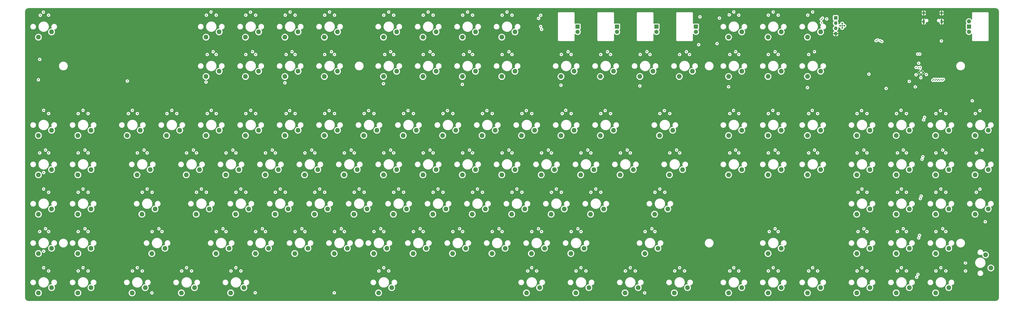
<source format=gbr>
%TF.GenerationSoftware,KiCad,Pcbnew,(6.0.7)*%
%TF.CreationDate,2022-09-27T13:03:32-04:00*%
%TF.ProjectId,SweetBusiness,53776565-7442-4757-9369-6e6573732e6b,rev?*%
%TF.SameCoordinates,Original*%
%TF.FileFunction,Copper,L3,Inr*%
%TF.FilePolarity,Positive*%
%FSLAX46Y46*%
G04 Gerber Fmt 4.6, Leading zero omitted, Abs format (unit mm)*
G04 Created by KiCad (PCBNEW (6.0.7)) date 2022-09-27 13:03:32*
%MOMM*%
%LPD*%
G01*
G04 APERTURE LIST*
%TA.AperFunction,ComponentPad*%
%ADD10R,2.000000X2.000000*%
%TD*%
%TA.AperFunction,ComponentPad*%
%ADD11C,2.000000*%
%TD*%
%TA.AperFunction,ComponentPad*%
%ADD12C,2.286000*%
%TD*%
%TA.AperFunction,ComponentPad*%
%ADD13R,1.700000X1.700000*%
%TD*%
%TA.AperFunction,ComponentPad*%
%ADD14O,1.700000X1.700000*%
%TD*%
%TA.AperFunction,ComponentPad*%
%ADD15C,0.500000*%
%TD*%
%TA.AperFunction,ComponentPad*%
%ADD16O,1.000000X1.600000*%
%TD*%
%TA.AperFunction,ComponentPad*%
%ADD17O,1.000000X2.100000*%
%TD*%
%TA.AperFunction,ViaPad*%
%ADD18C,0.600000*%
%TD*%
%TA.AperFunction,ViaPad*%
%ADD19C,0.900000*%
%TD*%
G04 APERTURE END LIST*
D10*
%TO.N,14*%
%TO.C,KT4*%
X324579500Y133350000D03*
D11*
%TO.N,Net-(DT4-Pad2)*%
X324579500Y130810000D03*
%TD*%
D12*
%TO.N,12*%
%TO.C,K70*%
X402272500Y61595000D03*
%TO.N,Net-(D70-Pad2)*%
X408622500Y64135000D03*
%TD*%
%TO.N,14*%
%TO.C,K42*%
X278447500Y80645000D03*
%TO.N,Net-(D42-Pad2)*%
X284797500Y83185000D03*
%TD*%
%TO.N,13*%
%TO.C,K44*%
X340360000Y80645000D03*
%TO.N,Net-(D44-Pad2)*%
X346710000Y83185000D03*
%TD*%
%TO.N,16*%
%TO.C,K8*%
X211772500Y128270000D03*
%TO.N,Net-(D8-Pad2)*%
X218122500Y130810000D03*
%TD*%
%TO.N,11*%
%TO.C,K125*%
X421322500Y4445000D03*
%TO.N,Net-(D125-Pad2)*%
X427672500Y6985000D03*
%TD*%
%TO.N,11*%
%TO.C,K110*%
X440372500Y23495000D03*
%TO.N,Net-(D110-Pad2)*%
X446722500Y26035000D03*
%TD*%
%TO.N,16*%
%TO.C,K84*%
X216535000Y42545000D03*
%TO.N,Net-(D84-Pad2)*%
X222885000Y45085000D03*
%TD*%
%TO.N,19*%
%TO.C,K79*%
X121285000Y42545000D03*
%TO.N,Net-(D79-Pad2)*%
X127635000Y45085000D03*
%TD*%
%TO.N,16*%
%TO.C,K38*%
X202247500Y80645000D03*
%TO.N,Net-(D38-Pad2)*%
X208597500Y83185000D03*
%TD*%
%TO.N,17*%
%TO.C,K37*%
X183197500Y80645000D03*
%TO.N,Net-(D37-Pad2)*%
X189547500Y83185000D03*
%TD*%
%TO.N,21*%
%TO.C,K29*%
X26035000Y80645000D03*
%TO.N,Net-(D29-Pad2)*%
X32385000Y83185000D03*
%TD*%
%TO.N,11*%
%TO.C,K49*%
X440372500Y80645000D03*
%TO.N,Net-(D49-Pad2)*%
X446722500Y83185000D03*
%TD*%
%TO.N,17*%
%TO.C,K82*%
X178435000Y42545000D03*
%TO.N,Net-(D82-Pad2)*%
X184785000Y45085000D03*
%TD*%
%TO.N,19*%
%TO.C,K3*%
X106997500Y128270000D03*
%TO.N,Net-(D3-Pad2)*%
X113347500Y130810000D03*
%TD*%
%TO.N,16*%
%TO.C,K39*%
X221297500Y80645000D03*
%TO.N,Net-(D39-Pad2)*%
X227647500Y83185000D03*
%TD*%
%TO.N,12*%
%TO.C,K123*%
X378460000Y4445000D03*
%TO.N,Net-(D123-Pad2)*%
X384810000Y6985000D03*
%TD*%
%TO.N,14*%
%TO.C,K24*%
X316547500Y109220000D03*
%TO.N,Net-(D24-Pad2)*%
X322897500Y111760000D03*
%TD*%
%TO.N,17*%
%TO.C,K17*%
X173672500Y109220000D03*
%TO.N,Net-(D17-Pad2)*%
X180022500Y111760000D03*
%TD*%
%TO.N,10*%
%TO.C,K73*%
X459422500Y61595000D03*
%TO.N,Net-(D73-Pad2)*%
X465772500Y64135000D03*
%TD*%
%TO.N,18*%
%TO.C,K35*%
X145097500Y80645000D03*
%TO.N,Net-(D35-Pad2)*%
X151447500Y83185000D03*
%TD*%
D13*
%TO.N,28{slash}A2*%
%TO.C,J2*%
X392080750Y137594500D03*
D14*
%TO.N,29{slash}A3*%
X392080750Y135054500D03*
%TO.N,+3V3*%
X392080750Y132514500D03*
%TO.N,GND*%
X392080750Y129974500D03*
%TD*%
D12*
%TO.N,10*%
%TO.C,K92*%
X459422500Y42545000D03*
%TO.N,Net-(D92-Pad2)*%
X465772500Y45085000D03*
%TD*%
%TO.N,16*%
%TO.C,K61*%
X211772500Y61595000D03*
%TO.N,Net-(D61-Pad2)*%
X218122500Y64135000D03*
%TD*%
%TO.N,20*%
%TO.C,K30*%
X49847500Y80645000D03*
%TO.N,Net-(D30-Pad2)*%
X56197500Y83185000D03*
%TD*%
%TO.N,17*%
%TO.C,K83*%
X197485000Y42545000D03*
%TO.N,Net-(D83-Pad2)*%
X203835000Y45085000D03*
%TD*%
%TO.N,18*%
%TO.C,K81*%
X159385000Y42545000D03*
%TO.N,Net-(D81-Pad2)*%
X165735000Y45085000D03*
%TD*%
%TO.N,11*%
%TO.C,K90*%
X421322500Y42545000D03*
%TO.N,Net-(D90-Pad2)*%
X427672500Y45085000D03*
%TD*%
%TO.N,16*%
%TO.C,K20*%
X230822500Y109220000D03*
%TO.N,Net-(D20-Pad2)*%
X237172500Y111760000D03*
%TD*%
%TO.N,17*%
%TO.C,K59*%
X173672500Y61595000D03*
%TO.N,Net-(D59-Pad2)*%
X180022500Y64135000D03*
%TD*%
%TO.N,20*%
%TO.C,K95*%
X61753750Y23495000D03*
%TO.N,Net-(D95-Pad2)*%
X68103750Y26035000D03*
%TD*%
%TO.N,21*%
%TO.C,K111*%
X6985000Y4445000D03*
%TO.N,Net-(D111-Pad2)*%
X13335000Y6985000D03*
%TD*%
%TO.N,10*%
%TO.C,K50*%
X459422500Y80645000D03*
%TO.N,Net-(D50-Pad2)*%
X465772500Y83185000D03*
%TD*%
%TO.N,16*%
%TO.C,K104*%
X245110000Y23495000D03*
%TO.N,Net-(D104-Pad2)*%
X251460000Y26035000D03*
%TD*%
%TO.N,13*%
%TO.C,K25*%
X340360000Y109220000D03*
%TO.N,Net-(D25-Pad2)*%
X346710000Y111760000D03*
%TD*%
%TO.N,21*%
%TO.C,K52*%
X26035000Y61595000D03*
%TO.N,Net-(D52-Pad2)*%
X32385000Y64135000D03*
%TD*%
%TO.N,19*%
%TO.C,K2*%
X87947500Y128270000D03*
%TO.N,Net-(D2-Pad2)*%
X94297500Y130810000D03*
%TD*%
%TO.N,18*%
%TO.C,K100*%
X168910000Y23495000D03*
%TO.N,Net-(D100-Pad2)*%
X175260000Y26035000D03*
%TD*%
%TO.N,12*%
%TO.C,K89*%
X402272500Y42545000D03*
%TO.N,Net-(D89-Pad2)*%
X408622500Y45085000D03*
%TD*%
%TO.N,14*%
%TO.C,K88*%
X304641250Y42545000D03*
%TO.N,Net-(D88-Pad2)*%
X310991250Y45085000D03*
%TD*%
%TO.N,13*%
%TO.C,K26*%
X359410000Y109220000D03*
%TO.N,Net-(D26-Pad2)*%
X365760000Y111760000D03*
%TD*%
%TO.N,18*%
%TO.C,K80*%
X140335000Y42545000D03*
%TO.N,Net-(D80-Pad2)*%
X146685000Y45085000D03*
%TD*%
%TO.N,20*%
%TO.C,K77*%
X83185000Y42545000D03*
%TO.N,Net-(D77-Pad2)*%
X89535000Y45085000D03*
%TD*%
%TO.N,13*%
%TO.C,K122*%
X359410000Y4445000D03*
%TO.N,Net-(D122-Pad2)*%
X365760000Y6985000D03*
%TD*%
%TO.N,12*%
%TO.C,K46*%
X378460000Y80645000D03*
%TO.N,Net-(D46-Pad2)*%
X384810000Y83185000D03*
%TD*%
%TO.N,11*%
%TO.C,K126*%
X440372500Y4445000D03*
%TO.N,Net-(D126-Pad2)*%
X446722500Y6985000D03*
%TD*%
%TO.N,21*%
%TO.C,K112*%
X26035000Y4445000D03*
%TO.N,Net-(D112-Pad2)*%
X32385000Y6985000D03*
%TD*%
%TO.N,20*%
%TO.C,K113*%
X52228750Y4445000D03*
%TO.N,Net-(D113-Pad2)*%
X58578750Y6985000D03*
%TD*%
%TO.N,14*%
%TO.C,K65*%
X287972500Y61595000D03*
%TO.N,Net-(D65-Pad2)*%
X294322500Y64135000D03*
%TD*%
%TO.N,20*%
%TO.C,K54*%
X78422500Y61595000D03*
%TO.N,Net-(D54-Pad2)*%
X84772500Y64135000D03*
%TD*%
%TO.N,20*%
%TO.C,K76*%
X56991250Y42545000D03*
%TO.N,Net-(D76-Pad2)*%
X63341250Y45085000D03*
%TD*%
%TO.N,19*%
%TO.C,K78*%
X102235000Y42545000D03*
%TO.N,Net-(D78-Pad2)*%
X108585000Y45085000D03*
%TD*%
%TO.N,21*%
%TO.C,K51*%
X6985000Y61595000D03*
%TO.N,Net-(D51-Pad2)*%
X13335000Y64135000D03*
%TD*%
%TO.N,17*%
%TO.C,K101*%
X187960000Y23495000D03*
%TO.N,Net-(D101-Pad2)*%
X194310000Y26035000D03*
%TD*%
%TO.N,18*%
%TO.C,K57*%
X135572500Y61595000D03*
%TO.N,Net-(D57-Pad2)*%
X141922500Y64135000D03*
%TD*%
%TO.N,15*%
%TO.C,K64*%
X268922500Y61595000D03*
%TO.N,Net-(D64-Pad2)*%
X275272500Y64135000D03*
%TD*%
%TO.N,15*%
%TO.C,K105*%
X264160000Y23495000D03*
%TO.N,Net-(D105-Pad2)*%
X270510000Y26035000D03*
%TD*%
%TO.N,19*%
%TO.C,K32*%
X87947500Y80645000D03*
%TO.N,Net-(D32-Pad2)*%
X94297500Y83185000D03*
%TD*%
%TO.N,12*%
%TO.C,K27*%
X378460000Y109220000D03*
%TO.N,Net-(D27-Pad2)*%
X384810000Y111760000D03*
%TD*%
%TO.N,19*%
%TO.C,K13*%
X87947500Y109220000D03*
%TO.N,Net-(D13-Pad2)*%
X94297500Y111760000D03*
%TD*%
%TO.N,21*%
%TO.C,K94*%
X26035000Y23495000D03*
%TO.N,Net-(D94-Pad2)*%
X32385000Y26035000D03*
%TD*%
%TO.N,21*%
%TO.C,K93*%
X6985000Y23495000D03*
%TO.N,Net-(D93-Pad2)*%
X13335000Y26035000D03*
%TD*%
%TO.N,11*%
%TO.C,K109*%
X421322500Y23495000D03*
%TO.N,Net-(D109-Pad2)*%
X427672500Y26035000D03*
%TD*%
%TO.N,11*%
%TO.C,K48*%
X421322500Y80645000D03*
%TO.N,Net-(D48-Pad2)*%
X427672500Y83185000D03*
%TD*%
%TO.N,18*%
%TO.C,K58*%
X154622500Y61595000D03*
%TO.N,Net-(D58-Pad2)*%
X160972500Y64135000D03*
%TD*%
%TO.N,13*%
%TO.C,K68*%
X359410000Y61595000D03*
%TO.N,Net-(D68-Pad2)*%
X365760000Y64135000D03*
%TD*%
D10*
%TO.N,15*%
%TO.C,KT2*%
X286479500Y133350000D03*
D11*
%TO.N,Net-(DT2-Pad2)*%
X286479500Y130810000D03*
%TD*%
D12*
%TO.N,13*%
%TO.C,K45*%
X359410000Y80645000D03*
%TO.N,Net-(D45-Pad2)*%
X365760000Y83185000D03*
%TD*%
%TO.N,12*%
%TO.C,K69*%
X378460000Y61595000D03*
%TO.N,Net-(D69-Pad2)*%
X384810000Y64135000D03*
%TD*%
%TO.N,13*%
%TO.C,K67*%
X340360000Y61595000D03*
%TO.N,Net-(D67-Pad2)*%
X346710000Y64135000D03*
%TD*%
%TO.N,11*%
%TO.C,K72*%
X440372500Y61595000D03*
%TO.N,Net-(D72-Pad2)*%
X446722500Y64135000D03*
%TD*%
D10*
%TO.N,15*%
%TO.C,KT1*%
X267429500Y133350000D03*
D11*
%TO.N,Net-(DT1-Pad2)*%
X267429500Y130810000D03*
%TD*%
D12*
%TO.N,21*%
%TO.C,K1*%
X6985000Y128270000D03*
%TO.N,Net-(D1-Pad2)*%
X13335000Y130810000D03*
%TD*%
%TO.N,13*%
%TO.C,K11*%
X359410000Y128270000D03*
%TO.N,Net-(D11-Pad2)*%
X365760000Y130810000D03*
%TD*%
%TO.N,13*%
%TO.C,K10*%
X340360000Y128270000D03*
%TO.N,Net-(D10-Pad2)*%
X346710000Y130810000D03*
%TD*%
%TO.N,21*%
%TO.C,K74*%
X6985000Y42545000D03*
%TO.N,Net-(D74-Pad2)*%
X13335000Y45085000D03*
%TD*%
%TO.N,14*%
%TO.C,K23*%
X297497500Y109220000D03*
%TO.N,Net-(D23-Pad2)*%
X303847500Y111760000D03*
%TD*%
%TO.N,15*%
%TO.C,K120*%
X314166250Y4445000D03*
%TO.N,Net-(D120-Pad2)*%
X320516250Y6985000D03*
%TD*%
%TO.N,21*%
%TO.C,K28*%
X6985000Y80645000D03*
%TO.N,Net-(D28-Pad2)*%
X13335000Y83185000D03*
%TD*%
%TO.N,20*%
%TO.C,K96*%
X92710000Y23495000D03*
%TO.N,Net-(D96-Pad2)*%
X99060000Y26035000D03*
%TD*%
%TO.N,16*%
%TO.C,K118*%
X266541250Y4445000D03*
%TO.N,Net-(D118-Pad2)*%
X272891250Y6985000D03*
%TD*%
%TO.N,15*%
%TO.C,K87*%
X273685000Y42545000D03*
%TO.N,Net-(D87-Pad2)*%
X280035000Y45085000D03*
%TD*%
%TO.N,18*%
%TO.C,K116*%
X171291250Y4445000D03*
%TO.N,Net-(D116-Pad2)*%
X177641250Y6985000D03*
%TD*%
%TO.N,20*%
%TO.C,K114*%
X76041250Y4445000D03*
%TO.N,Net-(D114-Pad2)*%
X82391250Y6985000D03*
%TD*%
%TO.N,17*%
%TO.C,K6*%
X173672500Y128270000D03*
%TO.N,Net-(D6-Pad2)*%
X180022500Y130810000D03*
%TD*%
%TO.N,11*%
%TO.C,K91*%
X440372500Y42545000D03*
%TO.N,Net-(D91-Pad2)*%
X446722500Y45085000D03*
%TD*%
%TO.N,19*%
%TO.C,K56*%
X116522500Y61595000D03*
%TO.N,Net-(D56-Pad2)*%
X122872500Y64135000D03*
%TD*%
%TO.N,18*%
%TO.C,K15*%
X126047500Y109220000D03*
%TO.N,Net-(D15-Pad2)*%
X132397500Y111760000D03*
%TD*%
%TO.N,16*%
%TO.C,K62*%
X230822500Y61595000D03*
%TO.N,Net-(D62-Pad2)*%
X237172500Y64135000D03*
%TD*%
%TO.N,15*%
%TO.C,K22*%
X278447500Y109220000D03*
%TO.N,Net-(D22-Pad2)*%
X284797500Y111760000D03*
%TD*%
%TO.N,13*%
%TO.C,K107*%
X359410000Y23495000D03*
%TO.N,Net-(D107-Pad2)*%
X365760000Y26035000D03*
%TD*%
%TO.N,19*%
%TO.C,K98*%
X130810000Y23495000D03*
%TO.N,Net-(D98-Pad2)*%
X137160000Y26035000D03*
%TD*%
%TO.N,14*%
%TO.C,K66*%
X311785000Y61595000D03*
%TO.N,Net-(D66-Pad2)*%
X318135000Y64135000D03*
%TD*%
%TO.N,12*%
%TO.C,K47*%
X402272500Y80645000D03*
%TO.N,Net-(D47-Pad2)*%
X408622500Y83185000D03*
%TD*%
%TO.N,17*%
%TO.C,K102*%
X207010000Y23495000D03*
%TO.N,Net-(D102-Pad2)*%
X213360000Y26035000D03*
%TD*%
%TO.N,12*%
%TO.C,K12*%
X378460000Y128270000D03*
%TO.N,Net-(D12-Pad2)*%
X384810000Y130810000D03*
%TD*%
%TO.N,18*%
%TO.C,K99*%
X149860000Y23495000D03*
%TO.N,Net-(D99-Pad2)*%
X156210000Y26035000D03*
%TD*%
D10*
%TO.N,14*%
%TO.C,KT3*%
X305529500Y133350000D03*
D11*
%TO.N,Net-(DT3-Pad2)*%
X305529500Y130810000D03*
%TD*%
D12*
%TO.N,16*%
%TO.C,K117*%
X242728750Y4445000D03*
%TO.N,Net-(D117-Pad2)*%
X249078750Y6985000D03*
%TD*%
%TO.N,17*%
%TO.C,K60*%
X192722500Y61595000D03*
%TO.N,Net-(D60-Pad2)*%
X199072500Y64135000D03*
%TD*%
%TO.N,19*%
%TO.C,K33*%
X106997500Y80645000D03*
%TO.N,Net-(D33-Pad2)*%
X113347500Y83185000D03*
%TD*%
%TO.N,17*%
%TO.C,K36*%
X164147500Y80645000D03*
%TO.N,Net-(D36-Pad2)*%
X170497500Y83185000D03*
%TD*%
%TO.N,19*%
%TO.C,K97*%
X111760000Y23495000D03*
%TO.N,Net-(D97-Pad2)*%
X118110000Y26035000D03*
%TD*%
%TO.N,18*%
%TO.C,K34*%
X126047500Y80645000D03*
%TO.N,Net-(D34-Pad2)*%
X132397500Y83185000D03*
%TD*%
%TO.N,20*%
%TO.C,K53*%
X54610000Y61595000D03*
%TO.N,Net-(D53-Pad2)*%
X60960000Y64135000D03*
%TD*%
%TO.N,12*%
%TO.C,K124*%
X402272500Y4445000D03*
%TO.N,Net-(D124-Pad2)*%
X408622500Y6985000D03*
%TD*%
%TO.N,16*%
%TO.C,K19*%
X211772500Y109220000D03*
%TO.N,Net-(D19-Pad2)*%
X218122500Y111760000D03*
%TD*%
%TO.N,15*%
%TO.C,K119*%
X290353750Y4445000D03*
%TO.N,Net-(D119-Pad2)*%
X296703750Y6985000D03*
%TD*%
%TO.N,15*%
%TO.C,K86*%
X254635000Y42545000D03*
%TO.N,Net-(D86-Pad2)*%
X260985000Y45085000D03*
%TD*%
%TO.N,17*%
%TO.C,K18*%
X192722500Y109220000D03*
%TO.N,Net-(D18-Pad2)*%
X199072500Y111760000D03*
%TD*%
%TO.N,12*%
%TO.C,K108*%
X402272500Y23495000D03*
%TO.N,Net-(D108-Pad2)*%
X408622500Y26035000D03*
%TD*%
%TO.N,19*%
%TO.C,K115*%
X99853750Y4445000D03*
%TO.N,Net-(D115-Pad2)*%
X106203750Y6985000D03*
%TD*%
%TO.N,18*%
%TO.C,K5*%
X145097500Y128270000D03*
%TO.N,Net-(D5-Pad2)*%
X151447500Y130810000D03*
%TD*%
%TO.N,10*%
%TO.C,K127*%
X467042500Y16510000D03*
%TO.N,Net-(D127-Pad2)*%
X464502500Y22860000D03*
%TD*%
%TO.N,15*%
%TO.C,K63*%
X249872500Y61595000D03*
%TO.N,Net-(D63-Pad2)*%
X256222500Y64135000D03*
%TD*%
%TO.N,15*%
%TO.C,K41*%
X259397500Y80645000D03*
%TO.N,Net-(D41-Pad2)*%
X265747500Y83185000D03*
%TD*%
%TO.N,20*%
%TO.C,K31*%
X68897500Y80645000D03*
%TO.N,Net-(D31-Pad2)*%
X75247500Y83185000D03*
%TD*%
%TO.N,21*%
%TO.C,K75*%
X26035000Y42545000D03*
%TO.N,Net-(D75-Pad2)*%
X32385000Y45085000D03*
%TD*%
%TO.N,18*%
%TO.C,K4*%
X126047500Y128270000D03*
%TO.N,Net-(D4-Pad2)*%
X132397500Y130810000D03*
%TD*%
%TO.N,14*%
%TO.C,K43*%
X307022500Y80645000D03*
%TO.N,Net-(D43-Pad2)*%
X313372500Y83185000D03*
%TD*%
%TO.N,15*%
%TO.C,K106*%
X299878750Y23495000D03*
%TO.N,Net-(D106-Pad2)*%
X306228750Y26035000D03*
%TD*%
%TO.N,15*%
%TO.C,K21*%
X259397500Y109220000D03*
%TO.N,Net-(D21-Pad2)*%
X265747500Y111760000D03*
%TD*%
%TO.N,19*%
%TO.C,K55*%
X97472500Y61595000D03*
%TO.N,Net-(D55-Pad2)*%
X103822500Y64135000D03*
%TD*%
%TO.N,16*%
%TO.C,K9*%
X230822500Y128270000D03*
%TO.N,Net-(D9-Pad2)*%
X237172500Y130810000D03*
%TD*%
%TO.N,15*%
%TO.C,K40*%
X240347500Y80645000D03*
%TO.N,Net-(D40-Pad2)*%
X246697500Y83185000D03*
%TD*%
%TO.N,13*%
%TO.C,K121*%
X340360000Y4445000D03*
%TO.N,Net-(D121-Pad2)*%
X346710000Y6985000D03*
%TD*%
%TO.N,18*%
%TO.C,K16*%
X145097500Y109220000D03*
%TO.N,Net-(D16-Pad2)*%
X151447500Y111760000D03*
%TD*%
%TO.N,16*%
%TO.C,K85*%
X235585000Y42545000D03*
%TO.N,Net-(D85-Pad2)*%
X241935000Y45085000D03*
%TD*%
D11*
%TO.N,Net-(DA1-Pad2)*%
%TO.C,SWA1*%
X456470500Y135890000D03*
D10*
%TO.N,10*%
X456470500Y133350000D03*
D11*
%TO.N,Net-(DA2-Pad2)*%
X456470500Y130810000D03*
%TD*%
D12*
%TO.N,19*%
%TO.C,K14*%
X106997500Y109220000D03*
%TO.N,Net-(D14-Pad2)*%
X113347500Y111760000D03*
%TD*%
%TO.N,17*%
%TO.C,K7*%
X192722500Y128270000D03*
%TO.N,Net-(D7-Pad2)*%
X199072500Y130810000D03*
%TD*%
%TO.N,11*%
%TO.C,K71*%
X421322500Y61595000D03*
%TO.N,Net-(D71-Pad2)*%
X427672500Y64135000D03*
%TD*%
%TO.N,16*%
%TO.C,K103*%
X226060000Y23495000D03*
%TO.N,Net-(D103-Pad2)*%
X232410000Y26035000D03*
%TD*%
D15*
%TO.N,GND*%
%TO.C,U0*%
X433387500Y112125000D03*
X433387500Y110125000D03*
X432387500Y111125000D03*
X434387500Y111125000D03*
%TD*%
D16*
%TO.N,GND*%
%TO.C,J4*%
X443263750Y139956250D03*
D17*
X443263750Y135776250D03*
X434623750Y135776250D03*
D16*
X434623750Y139956250D03*
%TD*%
D18*
%TO.N,GND*%
X233372500Y121407250D03*
X437927750Y117792500D03*
X72297500Y92666250D03*
X310312500Y92793250D03*
X219935000Y54566250D03*
X124685000Y54566250D03*
X308041250Y54566250D03*
X238985000Y54566250D03*
X440086750Y114617500D03*
X95260000Y35682250D03*
X404822500Y73782250D03*
X381750000Y92729750D03*
X422433750Y136207500D03*
X342910000Y121407250D03*
X29435000Y16466250D03*
X9535000Y73782250D03*
X404822500Y35682250D03*
X195272500Y73782250D03*
X190510000Y35682250D03*
X176222500Y121407250D03*
X110397500Y140291250D03*
X432325850Y118187400D03*
X205537500Y92793250D03*
X361960000Y121407250D03*
X53247500Y92666250D03*
X269941250Y16466250D03*
X152410000Y35682250D03*
X228610000Y35682250D03*
X408137750Y114054500D03*
X86585000Y54566250D03*
X133360000Y35682250D03*
X29435000Y54566250D03*
X381860000Y16466250D03*
X147647500Y121407250D03*
X405672500Y16466250D03*
X462712500Y92666250D03*
X234222500Y140291250D03*
X247660000Y35682250D03*
X80972500Y73782250D03*
X302428750Y35682250D03*
X10385000Y92666250D03*
X243637500Y92666250D03*
X177072500Y140291250D03*
X28585000Y35682250D03*
X271472500Y73782250D03*
X342910000Y73782250D03*
X361960000Y73782250D03*
X10275000Y140354750D03*
X425735750Y110172500D03*
X138122500Y73782250D03*
X129337500Y92666250D03*
X224587500Y92793250D03*
X114310000Y35682250D03*
X214322500Y73782250D03*
X181835000Y54566250D03*
X28585000Y73782250D03*
X29435000Y92666250D03*
X381860000Y140291250D03*
X319097500Y121407250D03*
X57160000Y73782250D03*
X405562500Y92793250D03*
X423872500Y35682250D03*
X442922500Y73782250D03*
X174691250Y16466250D03*
X196122500Y140291250D03*
X405672500Y54566250D03*
X195272500Y121407250D03*
X281737500Y92793250D03*
X442922500Y35682250D03*
X290522500Y73782250D03*
X60391250Y54566250D03*
X424722500Y16466250D03*
X293753750Y16466250D03*
X266710000Y35682250D03*
X443772500Y54566250D03*
X415471750Y133690500D03*
X55628750Y16466250D03*
X314335000Y73782250D03*
X454870250Y19800000D03*
X361960000Y35682250D03*
X431247550Y103416100D03*
X128597500Y121407250D03*
X90497500Y121407250D03*
X105635000Y54566250D03*
X148497500Y140291250D03*
X129447500Y140291250D03*
X167437500Y92793250D03*
X441229750Y129349500D03*
X362810000Y140291250D03*
X343760000Y16466250D03*
X424722500Y54566250D03*
X461972500Y73782250D03*
X443772500Y16466250D03*
X148387500Y92666250D03*
X343760000Y140291250D03*
X200885000Y54566250D03*
X109547500Y121407250D03*
X408006550Y120662700D03*
X277085000Y54566250D03*
X398938750Y131254500D03*
X91237500Y140291250D03*
X162785000Y54566250D03*
X157172500Y73782250D03*
X381010000Y73782250D03*
X422306750Y131254500D03*
X435844950Y103390700D03*
X424612500Y92793250D03*
X186487500Y92793250D03*
X79441250Y16466250D03*
X362810000Y16466250D03*
X9535000Y35682250D03*
X258035000Y54566250D03*
X233372500Y73782250D03*
X261947500Y121407250D03*
X103253750Y16466250D03*
X100022500Y73782250D03*
X431247550Y100190300D03*
X209560000Y35682250D03*
X462712500Y54693250D03*
X398938750Y136461500D03*
X443662500Y92793250D03*
X435844950Y100190300D03*
X10385000Y54566250D03*
X143735000Y54566250D03*
X262687500Y92793250D03*
X10385000Y16466250D03*
X441102750Y109664500D03*
X110397500Y92666250D03*
X436784750Y130111500D03*
X171460000Y35682250D03*
X214322500Y121407250D03*
X300047500Y121407250D03*
X176222500Y73782250D03*
X381010000Y121407250D03*
X444658750Y119570500D03*
X91347500Y92666250D03*
X246128750Y16466250D03*
X215172500Y140291250D03*
X64303750Y35682250D03*
X343650000Y92729750D03*
X317566250Y16466250D03*
X119072500Y73782250D03*
X426878750Y114617500D03*
X280997500Y121407250D03*
X252422500Y73782250D03*
X362700000Y92729750D03*
X423872500Y73782250D03*
%TO.N,27{slash}A1*%
X334803750Y125158500D03*
X7905750Y138874500D03*
X335946750Y137477500D03*
X249586750Y133413500D03*
X387762750Y137096500D03*
X248564411Y137350500D03*
X385722836Y137485414D03*
%TO.N,21*%
X6985000Y107632500D03*
%TO.N,20*%
X61817250Y4445000D03*
X49942750Y107033000D03*
%TO.N,18*%
X126047500Y106140250D03*
X149891750Y4457700D03*
%TO.N,15*%
X299815250Y4445000D03*
X259397500Y104997250D03*
%TO.N,1*%
X434596250Y88206739D03*
X443566550Y107378500D03*
%TO.N,8*%
X439553350Y107861100D03*
X431831750Y13398500D03*
%TO.N,7*%
X440102250Y107378500D03*
X432196250Y31053000D03*
%TO.N,2*%
X434196250Y70355761D03*
X442966600Y107826050D03*
%TO.N,14*%
X297497500Y104633000D03*
%TO.N,12*%
X378460000Y103833000D03*
%TO.N,11*%
X416464750Y103433000D03*
%TO.N,10*%
X458082921Y97434671D03*
%TO.N,9*%
X439003250Y107378500D03*
X431191511Y12006739D03*
%TO.N,6*%
X440645550Y107861100D03*
X432596250Y32321500D03*
%TO.N,5*%
X432996250Y50101500D03*
X441204350Y107378500D03*
%TO.N,13*%
X340360000Y104233000D03*
%TO.N,3*%
X433796250Y69156739D03*
X442321950Y107378500D03*
%TO.N,Net-(RD1-Pad2)*%
X432720750Y120078500D03*
X432188000Y115633500D03*
%TO.N,Net-(RD2-Pad2)*%
X431704750Y120078500D03*
X432186520Y113439000D03*
%TO.N,24*%
X385222750Y135191500D03*
X385095750Y136842500D03*
X414394442Y126134000D03*
X411589564Y126534000D03*
%TO.N,16*%
X211772500Y105378250D03*
%TO.N,17*%
X173672500Y105759250D03*
%TO.N,0*%
X435006750Y89471500D03*
X444176150Y107835700D03*
%TO.N,~{RESET}*%
X427640750Y106870500D03*
X408137750Y110354500D03*
%TO.N,+3V3*%
X342910000Y16632250D03*
X443772500Y35516250D03*
X253272500Y73616250D03*
X462822500Y73616250D03*
D19*
X395255750Y133794500D03*
D18*
X54778750Y16632250D03*
X173841250Y16632250D03*
X96110000Y35516250D03*
X9425000Y140368350D03*
X272322500Y73616250D03*
X248510000Y35516250D03*
X443134750Y126428500D03*
X177072500Y73616250D03*
X300897500Y121241250D03*
X381860000Y121241250D03*
X461762500Y92732250D03*
X234222500Y73616250D03*
X138972500Y73616250D03*
X147437500Y92732250D03*
X257185000Y54732250D03*
X430942750Y113601500D03*
X78591250Y16632250D03*
X280787500Y92732250D03*
X361960000Y16632250D03*
X158022500Y73616250D03*
X215172500Y121241250D03*
X432974750Y113601500D03*
X362810000Y35516250D03*
X430942750Y110045500D03*
X430561750Y104203500D03*
X245278750Y16632250D03*
X361750000Y92795750D03*
X90387500Y140457250D03*
X381010000Y140457250D03*
X91347500Y121241250D03*
X204587500Y92732250D03*
X316716250Y16632250D03*
X307191250Y54732250D03*
X191360000Y35516250D03*
X104785000Y54732250D03*
X161935000Y54732250D03*
X442712500Y92732250D03*
X342910000Y140457250D03*
X200035000Y54732250D03*
X10385000Y35516250D03*
X281847500Y121241250D03*
D19*
X396271750Y133794500D03*
D18*
X9535000Y54732250D03*
X404822500Y54732250D03*
X128597500Y140457250D03*
X269091250Y16632250D03*
X71447500Y92832250D03*
X58010000Y73616250D03*
X102403750Y16632250D03*
X234222500Y121241250D03*
X303278750Y35516250D03*
X424722500Y35516250D03*
X319947500Y121241250D03*
X52397500Y92832250D03*
X343760000Y73616250D03*
X9535000Y16632250D03*
X405672500Y73616250D03*
X65153750Y35516250D03*
X291372500Y73616250D03*
X147647500Y140457250D03*
X276235000Y54732250D03*
X85735000Y54732250D03*
X443772500Y73616250D03*
X28585000Y92832250D03*
X262797500Y121241250D03*
X196122500Y73616250D03*
X433228750Y108648500D03*
X242687500Y92732250D03*
X59541250Y54732250D03*
X177072500Y121241250D03*
X309362500Y92732250D03*
X195272500Y140457250D03*
X381010000Y16632250D03*
X343760000Y121241250D03*
X210410000Y35516250D03*
X142885000Y54732250D03*
X29435000Y35516250D03*
X342804750Y92773500D03*
X172310000Y35516250D03*
X219085000Y54732250D03*
X123835000Y54732250D03*
X119922500Y73616250D03*
X423872500Y16632250D03*
X404822500Y16632250D03*
X29435000Y73616250D03*
X315185000Y73616250D03*
X134210000Y35516250D03*
X176222500Y140457250D03*
X28585000Y54732250D03*
X381860000Y73616250D03*
X461803750Y54673500D03*
X100872500Y73616250D03*
X153260000Y35516250D03*
X454782250Y18950000D03*
X442922500Y54732250D03*
X362810000Y121241250D03*
D19*
X394239750Y133794500D03*
D18*
X362810000Y73616250D03*
D19*
X395255750Y134810500D03*
D18*
X442922500Y16632250D03*
X267560000Y35516250D03*
X404612500Y92732250D03*
X28585000Y16632250D03*
X215172500Y73616250D03*
D19*
X395255750Y132778500D03*
D18*
X223637500Y92732250D03*
X109547500Y92832250D03*
X115160000Y35516250D03*
X292903750Y16632250D03*
X423662500Y92859250D03*
X166487500Y92732250D03*
X180985000Y54732250D03*
X196122500Y121241250D03*
X423872500Y54732250D03*
X9535000Y92832250D03*
X128387500Y92732250D03*
X10385000Y73616250D03*
X424722500Y73616250D03*
X233372500Y140457250D03*
X148497500Y121241250D03*
X261737500Y92859250D03*
X361960000Y140457250D03*
X90497500Y92832250D03*
X110397500Y121241250D03*
X435895750Y110172500D03*
X229460000Y35516250D03*
X214322500Y140457250D03*
X81822500Y73616250D03*
X238135000Y54732250D03*
X129447500Y121241250D03*
X405672500Y35516250D03*
X380800000Y92795750D03*
X185537500Y92732250D03*
X109429550Y140398500D03*
%TO.N,25*%
X412299150Y126934000D03*
X413601311Y126527239D03*
%TO.N,4*%
X441763150Y107835700D03*
X433396250Y51305761D03*
%TO.N,19*%
X111715550Y4508500D03*
X87947500Y106521250D03*
%TO.N,Net-(LD1-Pad1)*%
X88106250Y138906250D03*
X11906250Y138906250D03*
%TO.N,Net-(LD2-Pad1)*%
X92868750Y138906250D03*
X107156250Y138906250D03*
%TO.N,Net-(LD3-Pad1)*%
X111918750Y138906250D03*
X126206250Y138906250D03*
%TO.N,Net-(LD4-Pad1)*%
X145256250Y138906250D03*
X130968750Y138906250D03*
%TO.N,Net-(LD5-Pad1)*%
X150018750Y138906250D03*
X173831250Y138906250D03*
%TO.N,Net-(LD6-Pad1)*%
X178593750Y138906250D03*
X192881250Y138906250D03*
%TO.N,Net-(LD7-Pad1)*%
X197643750Y138906250D03*
X211931250Y138906250D03*
%TO.N,Net-(LD8-Pad1)*%
X230981250Y138906250D03*
X216693750Y138906250D03*
%TO.N,Net-(LD10-Pad3)*%
X250059050Y132016500D03*
X340672786Y139060286D03*
X249586750Y138874500D03*
X326548750Y138112500D03*
X235743750Y138906250D03*
X325913750Y124650500D03*
%TO.N,Net-(LD10-Pad1)*%
X359568750Y138906250D03*
X345281250Y138906250D03*
%TO.N,Net-(LD11-Pad1)*%
X378618750Y138906250D03*
X364331250Y138906250D03*
%TO.N,Net-(LD13-Pad1)*%
X7584500Y117475000D03*
X88547000Y119856250D03*
%TO.N,Net-(LD13-Pad3)*%
X92868750Y119856250D03*
X107156250Y119856250D03*
%TO.N,Net-(LD14-Pad3)*%
X111918750Y119856250D03*
X126647000Y119856250D03*
%TO.N,Net-(LD15-Pad3)*%
X130968750Y119856250D03*
X145256250Y119856250D03*
%TO.N,Net-(LD16-Pad3)*%
X174272000Y119856250D03*
X150018750Y119856250D03*
%TO.N,Net-(LD17-Pad3)*%
X192881250Y119856250D03*
X178593750Y119856250D03*
%TO.N,Net-(LD18-Pad3)*%
X212372000Y119856250D03*
X197643750Y119856250D03*
%TO.N,Net-(LD19-Pad3)*%
X216693750Y119856250D03*
X230981250Y119856250D03*
%TO.N,Net-(LD20-Pad3)*%
X259556250Y119856250D03*
X235743750Y119856250D03*
%TO.N,Net-(LD21-Pad3)*%
X264318750Y119856250D03*
X278606250Y119856250D03*
%TO.N,Net-(LD22-Pad3)*%
X297656250Y119856250D03*
X283368750Y119856250D03*
%TO.N,Net-(LD23-Pad3)*%
X302418750Y119856250D03*
X316706250Y119856250D03*
%TO.N,Net-(LD24-Pad3)*%
X321468750Y119856250D03*
X340959500Y119856250D03*
%TO.N,Net-(LD25-Pad3)*%
X359568750Y119856250D03*
X345281250Y119856250D03*
%TO.N,Net-(LD26-Pad3)*%
X379059500Y119856250D03*
X364331250Y119856250D03*
%TO.N,Net-(LD28-Pad1)*%
X26193750Y91281250D03*
X11906250Y91281250D03*
%TO.N,Net-(LD29-Pad1)*%
X30956250Y91281250D03*
X50447000Y91281250D03*
%TO.N,Net-(LD30-Pad1)*%
X69056250Y91281250D03*
X54768750Y91281250D03*
%TO.N,Net-(LD31-Pad1)*%
X73818750Y91281250D03*
X88547000Y91281250D03*
%TO.N,Net-(LD32-Pad1)*%
X92868750Y91281250D03*
X107156250Y91281250D03*
%TO.N,Net-(LD33-Pad1)*%
X126647000Y91281250D03*
X111918750Y91281250D03*
%TO.N,Net-(LD34-Pad1)*%
X130968750Y91281250D03*
X145256250Y91281250D03*
%TO.N,Net-(LD35-Pad1)*%
X150018750Y91281250D03*
X164306250Y91281250D03*
%TO.N,Net-(LD36-Pad1)*%
X183356250Y91281250D03*
X169068750Y91281250D03*
%TO.N,Net-(LD37-Pad1)*%
X202406250Y91281250D03*
X188118750Y91281250D03*
%TO.N,Net-(LD38-Pad1)*%
X221456250Y91281250D03*
X207168750Y91281250D03*
%TO.N,Net-(LD39-Pad1)*%
X226218750Y91281250D03*
X240506250Y91281250D03*
%TO.N,Net-(LD40-Pad1)*%
X259997000Y91281250D03*
X245268750Y91281250D03*
%TO.N,Net-(LD41-Pad1)*%
X278606250Y91281250D03*
X264318750Y91281250D03*
%TO.N,Net-(LD42-Pad1)*%
X283368750Y91281250D03*
X307181250Y91281250D03*
%TO.N,Net-(LD43-Pad1)*%
X340959500Y91281250D03*
X311943750Y91281250D03*
%TO.N,Net-(LD44-Pad1)*%
X359568750Y91281250D03*
X345281250Y91281250D03*
%TO.N,Net-(LD45-Pad1)*%
X364331250Y91281250D03*
X379059500Y91281250D03*
%TO.N,Net-(LD46-Pad1)*%
X383381250Y91281250D03*
X402431250Y91281250D03*
%TO.N,Net-(LD47-Pad1)*%
X407193750Y91281250D03*
X421481250Y91281250D03*
%TO.N,Net-(LD48-Pad1)*%
X440531250Y91281250D03*
X426243750Y91281250D03*
%TO.N,Net-(LD49-Pad1)*%
X445293750Y91281250D03*
X459581250Y91281250D03*
%TO.N,Net-(LD51-Pad1)*%
X7584500Y72231250D03*
X9525000Y62706250D03*
%TO.N,Net-(LD51-Pad3)*%
X26193750Y72231250D03*
X11906250Y72231250D03*
%TO.N,Net-(LD52-Pad3)*%
X54768750Y72231250D03*
X30956250Y72231250D03*
%TO.N,Net-(LD53-Pad3)*%
X59531250Y72231250D03*
X78581250Y72231250D03*
%TO.N,Net-(LD54-Pad3)*%
X83343750Y72231250D03*
X97631250Y72231250D03*
%TO.N,Net-(LD55-Pad3)*%
X102393750Y72231250D03*
X116681250Y72231250D03*
%TO.N,Net-(LD56-Pad3)*%
X135731250Y72231250D03*
X121443750Y72231250D03*
%TO.N,Net-(LD57-Pad3)*%
X154781250Y72231250D03*
X140493750Y72231250D03*
%TO.N,Net-(LD58-Pad3)*%
X159543750Y72231250D03*
X173831250Y72231250D03*
%TO.N,Net-(LD59-Pad3)*%
X178593750Y72231250D03*
X192881250Y72231250D03*
%TO.N,Net-(LD60-Pad3)*%
X197643750Y72231250D03*
X211931250Y72231250D03*
%TO.N,Net-(LD61-Pad3)*%
X216693750Y72231250D03*
X230981250Y72231250D03*
%TO.N,Net-(LD62-Pad3)*%
X235743750Y72231250D03*
X250031250Y72231250D03*
%TO.N,Net-(LD63-Pad3)*%
X269081250Y72231250D03*
X254793750Y72231250D03*
%TO.N,Net-(LD64-Pad3)*%
X273843750Y72231250D03*
X288131250Y72231250D03*
%TO.N,Net-(LD65-Pad3)*%
X311943750Y72231250D03*
X292893750Y72231250D03*
%TO.N,Net-(LD66-Pad3)*%
X340959500Y72231250D03*
X316706250Y72231250D03*
%TO.N,Net-(LD67-Pad3)*%
X345281250Y72231250D03*
X359568750Y72231250D03*
%TO.N,Net-(LD68-Pad3)*%
X379059500Y72231250D03*
X364331250Y72231250D03*
%TO.N,Net-(LD69-Pad3)*%
X383381250Y72231250D03*
X402431250Y72231250D03*
%TO.N,Net-(LD70-Pad3)*%
X407193750Y72231250D03*
X421922000Y72231250D03*
%TO.N,Net-(LD71-Pad3)*%
X426243750Y72231250D03*
X440531250Y72231250D03*
%TO.N,Net-(LD72-Pad3)*%
X445293750Y72231250D03*
X460022000Y72231250D03*
%TO.N,Net-(LD74-Pad1)*%
X11906250Y53181250D03*
X26193750Y53181250D03*
%TO.N,Net-(LD75-Pad1)*%
X57150000Y53181250D03*
X30956250Y53181250D03*
%TO.N,Net-(LD76-Pad1)*%
X83343750Y53181250D03*
X61912500Y53181250D03*
%TO.N,Net-(LD77-Pad1)*%
X88106250Y53181250D03*
X102393750Y53181250D03*
%TO.N,Net-(LD78-Pad1)*%
X121443750Y53181250D03*
X107156250Y53181250D03*
%TO.N,Net-(LD79-Pad1)*%
X140493750Y53181250D03*
X126206250Y53181250D03*
%TO.N,Net-(LD80-Pad1)*%
X145256250Y53181250D03*
X159543750Y53181250D03*
%TO.N,Net-(LD81-Pad1)*%
X164306250Y53181250D03*
X178593750Y53181250D03*
%TO.N,Net-(LD82-Pad1)*%
X183356250Y53181250D03*
X197643750Y53181250D03*
%TO.N,Net-(LD83-Pad1)*%
X202406250Y53181250D03*
X216693750Y53181250D03*
%TO.N,Net-(LD84-Pad1)*%
X235743750Y53181250D03*
X221456250Y53181250D03*
%TO.N,Net-(LD85-Pad1)*%
X254793750Y53181250D03*
X240506250Y53181250D03*
%TO.N,Net-(LD86-Pad1)*%
X273843750Y53181250D03*
X259556250Y53181250D03*
%TO.N,Net-(LD87-Pad1)*%
X278606250Y53181250D03*
X304800000Y53181250D03*
%TO.N,Net-(LD88-Pad1)*%
X402872000Y53181250D03*
X309562500Y53181250D03*
%TO.N,Net-(LD89-Pad1)*%
X407193750Y53181250D03*
X421922000Y53181250D03*
%TO.N,Net-(LD90-Pad1)*%
X440531250Y53181250D03*
X426243750Y53181250D03*
%TO.N,Net-(LD91-Pad1)*%
X460022000Y53181250D03*
X445293750Y53181250D03*
%TO.N,Net-(LD110-Pad3)*%
X445293750Y34131250D03*
X464343750Y38893750D03*
%TO.N,Net-(LD111-Pad3)*%
X7584500Y34131250D03*
X9525000Y24606250D03*
%TO.N,Net-(LD93-Pad3)*%
X26193750Y34131250D03*
X11906250Y34131250D03*
%TO.N,Net-(LD94-Pad3)*%
X61912500Y34131250D03*
X30956250Y34131250D03*
%TO.N,Net-(LD95-Pad3)*%
X66675000Y34131250D03*
X92868750Y34131250D03*
%TO.N,Net-(LD96-Pad3)*%
X111918750Y34131250D03*
X97631250Y34131250D03*
%TO.N,Net-(LD97-Pad3)*%
X116681250Y34131250D03*
X130968750Y34131250D03*
%TO.N,Net-(LD98-Pad3)*%
X135731250Y34131250D03*
X150018750Y34131250D03*
%TO.N,Net-(LD100-Pad1)*%
X154781250Y34131250D03*
X169068750Y34131250D03*
%TO.N,Net-(LD100-Pad3)*%
X173831250Y34131250D03*
X188118750Y34131250D03*
%TO.N,Net-(LD101-Pad3)*%
X192881250Y34131250D03*
X207168750Y34131250D03*
%TO.N,Net-(LD102-Pad3)*%
X226218750Y34131250D03*
X211931250Y34131250D03*
%TO.N,Net-(LD103-Pad3)*%
X245268750Y34131250D03*
X230981250Y34131250D03*
%TO.N,Net-(LD104-Pad3)*%
X264318750Y34131250D03*
X250031250Y34131250D03*
%TO.N,Net-(LD105-Pad3)*%
X300037500Y34131250D03*
X269081250Y34131250D03*
%TO.N,Net-(LD106-Pad3)*%
X304800000Y34131250D03*
X360009500Y34131250D03*
%TO.N,Net-(LD107-Pad3)*%
X402872000Y34131250D03*
X364331250Y34131250D03*
%TO.N,Net-(LD108-Pad3)*%
X407193750Y34131250D03*
X421922000Y34131250D03*
%TO.N,Net-(LD109-Pad3)*%
X440531250Y34131250D03*
X426243750Y34131250D03*
%TO.N,Net-(LD111-Pad1)*%
X26193750Y15081250D03*
X11906250Y15081250D03*
%TO.N,Net-(LD112-Pad1)*%
X30956250Y15081250D03*
X52387500Y15081250D03*
%TO.N,Net-(LD113-Pad1)*%
X57150000Y15081250D03*
X76200000Y15081250D03*
%TO.N,Net-(LD114-Pad1)*%
X100012500Y15081250D03*
X80962500Y15081250D03*
%TO.N,Net-(LD115-Pad1)*%
X171450000Y15081250D03*
X104775000Y15081250D03*
%TO.N,Net-(LD116-Pad1)*%
X176212500Y15081250D03*
X243328250Y15081250D03*
%TO.N,Net-(LD117-Pad1)*%
X266700000Y15081250D03*
X247650000Y15081250D03*
%TO.N,Net-(LD118-Pad1)*%
X290512500Y15081250D03*
X271462500Y15081250D03*
%TO.N,Net-(LD119-Pad1)*%
X295275000Y15081250D03*
X314325000Y15081250D03*
%TO.N,Net-(LD120-Pad1)*%
X340959500Y15081250D03*
X319087500Y15081250D03*
%TO.N,Net-(LD121-Pad1)*%
X359568750Y15081250D03*
X345281250Y15081250D03*
%TO.N,Net-(LD122-Pad1)*%
X364331250Y15081250D03*
X379059500Y15081250D03*
%TO.N,Net-(LD123-Pad1)*%
X383381250Y15081250D03*
X402431250Y15081250D03*
%TO.N,Net-(LD124-Pad1)*%
X407193750Y15081250D03*
X421922000Y15081250D03*
%TO.N,Net-(LD125-Pad1)*%
X426243750Y15081250D03*
X440531250Y15081250D03*
%TO.N,Net-(LD126-Pad1)*%
X454818750Y15081250D03*
X445293750Y15081250D03*
%TD*%
%TA.AperFunction,Conductor*%
%TO.N,GND*%
G36*
X469076268Y142365000D02*
G01*
X469091101Y142362690D01*
X469091105Y142362690D01*
X469099974Y142361309D01*
X469108876Y142362473D01*
X469108879Y142362473D01*
X469116262Y142363439D01*
X469140841Y142364233D01*
X469167692Y142362473D01*
X469342454Y142351018D01*
X469358793Y142348867D01*
X469582861Y142304299D01*
X469598779Y142300034D01*
X469603834Y142298318D01*
X469815112Y142226599D01*
X469830331Y142220295D01*
X470004805Y142134256D01*
X470035227Y142119254D01*
X470049500Y142111014D01*
X470239456Y141984091D01*
X470252531Y141974058D01*
X470424297Y141823427D01*
X470435952Y141811773D01*
X470586586Y141640012D01*
X470596619Y141626936D01*
X470715063Y141449678D01*
X470723540Y141436991D01*
X470731780Y141422719D01*
X470828056Y141227500D01*
X470832826Y141217827D01*
X470839132Y141202605D01*
X470852332Y141163722D01*
X470912574Y140986262D01*
X470916839Y140970343D01*
X470961411Y140746288D01*
X470963563Y140729947D01*
X470976297Y140535721D01*
X470975224Y140511611D01*
X470975191Y140508892D01*
X470973809Y140500015D01*
X470974974Y140491111D01*
X470977936Y140468459D01*
X470979000Y140452119D01*
X470979000Y2430620D01*
X470977499Y2411233D01*
X470973809Y2387537D01*
X470975573Y2374048D01*
X470975939Y2371246D01*
X470976732Y2346669D01*
X470963514Y2145059D01*
X470961362Y2128718D01*
X470916791Y1904670D01*
X470912526Y1888751D01*
X470839088Y1672419D01*
X470832782Y1657196D01*
X470731738Y1452307D01*
X470723498Y1438036D01*
X470660855Y1344287D01*
X470596580Y1248095D01*
X470586547Y1235019D01*
X470435916Y1063262D01*
X470424262Y1051608D01*
X470252497Y900977D01*
X470239429Y890950D01*
X470049471Y764026D01*
X470035223Y755799D01*
X469830305Y654747D01*
X469815095Y648448D01*
X469598767Y575015D01*
X469582852Y570751D01*
X469470819Y548466D01*
X469358788Y526182D01*
X469342448Y524031D01*
X469147785Y511272D01*
X469125673Y512256D01*
X469121405Y512308D01*
X469112526Y513691D01*
X469080964Y509564D01*
X469064629Y508500D01*
X2430617Y508500D01*
X2411232Y510000D01*
X2396399Y512310D01*
X2396395Y512310D01*
X2387526Y513691D01*
X2378624Y512527D01*
X2378621Y512527D01*
X2371238Y511561D01*
X2346659Y510767D01*
X2302049Y513691D01*
X2145046Y523982D01*
X2128707Y526133D01*
X1904639Y570701D01*
X1888721Y574966D01*
X1672386Y648402D01*
X1657169Y654705D01*
X1452273Y755746D01*
X1438000Y763986D01*
X1248044Y890909D01*
X1234969Y900942D01*
X1063203Y1051573D01*
X1051548Y1063227D01*
X900914Y1234988D01*
X890881Y1248064D01*
X763960Y1438009D01*
X755719Y1452282D01*
X654674Y1657173D01*
X648366Y1672400D01*
X626367Y1737206D01*
X574926Y1888738D01*
X570661Y1904657D01*
X526089Y2128712D01*
X523937Y2145053D01*
X511203Y2339279D01*
X512276Y2363405D01*
X512309Y2366107D01*
X513691Y2374985D01*
X509564Y2406541D01*
X508500Y2422881D01*
X508500Y4445000D01*
X5328393Y4445000D01*
X5348789Y4185850D01*
X5349943Y4181043D01*
X5349944Y4181037D01*
X5388715Y4019543D01*
X5409473Y3933080D01*
X5411366Y3928509D01*
X5411367Y3928507D01*
X5505241Y3701876D01*
X5508952Y3692916D01*
X5644777Y3471271D01*
X5813602Y3273602D01*
X6011271Y3104777D01*
X6232916Y2968952D01*
X6237486Y2967059D01*
X6237488Y2967058D01*
X6468507Y2871367D01*
X6473080Y2869473D01*
X6559543Y2848715D01*
X6721037Y2809944D01*
X6721043Y2809943D01*
X6725850Y2808789D01*
X6985000Y2788393D01*
X7244150Y2808789D01*
X7248957Y2809943D01*
X7248963Y2809944D01*
X7410457Y2848715D01*
X7496920Y2869473D01*
X7501493Y2871367D01*
X7732512Y2967058D01*
X7732514Y2967059D01*
X7737084Y2968952D01*
X7958729Y3104777D01*
X8156398Y3273602D01*
X8325223Y3471271D01*
X8461048Y3692916D01*
X8464760Y3701876D01*
X8558633Y3928507D01*
X8558634Y3928509D01*
X8560527Y3933080D01*
X8581285Y4019543D01*
X8620056Y4181037D01*
X8620057Y4181043D01*
X8621211Y4185850D01*
X8641607Y4445000D01*
X24378393Y4445000D01*
X24398789Y4185850D01*
X24399943Y4181043D01*
X24399944Y4181037D01*
X24438715Y4019543D01*
X24459473Y3933080D01*
X24461366Y3928509D01*
X24461367Y3928507D01*
X24555241Y3701876D01*
X24558952Y3692916D01*
X24694777Y3471271D01*
X24863602Y3273602D01*
X25061271Y3104777D01*
X25282916Y2968952D01*
X25287486Y2967059D01*
X25287488Y2967058D01*
X25518507Y2871367D01*
X25523080Y2869473D01*
X25609543Y2848715D01*
X25771037Y2809944D01*
X25771043Y2809943D01*
X25775850Y2808789D01*
X26035000Y2788393D01*
X26294150Y2808789D01*
X26298957Y2809943D01*
X26298963Y2809944D01*
X26460457Y2848715D01*
X26546920Y2869473D01*
X26551493Y2871367D01*
X26782512Y2967058D01*
X26782514Y2967059D01*
X26787084Y2968952D01*
X27008729Y3104777D01*
X27206398Y3273602D01*
X27375223Y3471271D01*
X27511048Y3692916D01*
X27514760Y3701876D01*
X27608633Y3928507D01*
X27608634Y3928509D01*
X27610527Y3933080D01*
X27631285Y4019543D01*
X27670056Y4181037D01*
X27670057Y4181043D01*
X27671211Y4185850D01*
X27691607Y4445000D01*
X50572143Y4445000D01*
X50592539Y4185850D01*
X50593693Y4181043D01*
X50593694Y4181037D01*
X50632465Y4019543D01*
X50653223Y3933080D01*
X50655116Y3928509D01*
X50655117Y3928507D01*
X50748991Y3701876D01*
X50752702Y3692916D01*
X50888527Y3471271D01*
X51057352Y3273602D01*
X51255021Y3104777D01*
X51476666Y2968952D01*
X51481236Y2967059D01*
X51481238Y2967058D01*
X51712257Y2871367D01*
X51716830Y2869473D01*
X51803293Y2848715D01*
X51964787Y2809944D01*
X51964793Y2809943D01*
X51969600Y2808789D01*
X52228750Y2788393D01*
X52487900Y2808789D01*
X52492707Y2809943D01*
X52492713Y2809944D01*
X52654207Y2848715D01*
X52740670Y2869473D01*
X52745243Y2871367D01*
X52976262Y2967058D01*
X52976264Y2967059D01*
X52980834Y2968952D01*
X53202479Y3104777D01*
X53400148Y3273602D01*
X53568973Y3471271D01*
X53704798Y3692916D01*
X53708510Y3701876D01*
X53802383Y3928507D01*
X53802384Y3928509D01*
X53804277Y3933080D01*
X53825035Y4019543D01*
X53863806Y4181037D01*
X53863807Y4181043D01*
X53864961Y4185850D01*
X53885357Y4445000D01*
X53884463Y4456360D01*
X61003713Y4456360D01*
X61021413Y4275840D01*
X61078668Y4103727D01*
X61082315Y4097705D01*
X61082316Y4097703D01*
X61168006Y3956212D01*
X61172630Y3948576D01*
X61177519Y3943513D01*
X61177520Y3943512D01*
X61192607Y3927889D01*
X61298632Y3818098D01*
X61370361Y3771160D01*
X61425106Y3735336D01*
X61450409Y3718778D01*
X61457013Y3716322D01*
X61457015Y3716321D01*
X61613808Y3658010D01*
X61613810Y3658010D01*
X61620418Y3655552D01*
X61704245Y3644367D01*
X61793230Y3632493D01*
X61793234Y3632493D01*
X61800211Y3631562D01*
X61807222Y3632200D01*
X61807226Y3632200D01*
X61949985Y3645193D01*
X61980850Y3648002D01*
X61987552Y3650180D01*
X61987554Y3650180D01*
X62146659Y3701876D01*
X62146662Y3701877D01*
X62153358Y3704053D01*
X62280460Y3779821D01*
X62303110Y3793323D01*
X62303112Y3793324D01*
X62309162Y3796931D01*
X62440516Y3922018D01*
X62540893Y4073098D01*
X62605305Y4242662D01*
X62608070Y4262334D01*
X62629998Y4418361D01*
X62629998Y4418364D01*
X62630549Y4422283D01*
X62630726Y4434983D01*
X62630811Y4441038D01*
X62630811Y4441043D01*
X62630866Y4445000D01*
X74384643Y4445000D01*
X74405039Y4185850D01*
X74406193Y4181043D01*
X74406194Y4181037D01*
X74444965Y4019543D01*
X74465723Y3933080D01*
X74467616Y3928509D01*
X74467617Y3928507D01*
X74561491Y3701876D01*
X74565202Y3692916D01*
X74701027Y3471271D01*
X74869852Y3273602D01*
X75067521Y3104777D01*
X75289166Y2968952D01*
X75293736Y2967059D01*
X75293738Y2967058D01*
X75524757Y2871367D01*
X75529330Y2869473D01*
X75615793Y2848715D01*
X75777287Y2809944D01*
X75777293Y2809943D01*
X75782100Y2808789D01*
X76041250Y2788393D01*
X76300400Y2808789D01*
X76305207Y2809943D01*
X76305213Y2809944D01*
X76466707Y2848715D01*
X76553170Y2869473D01*
X76557743Y2871367D01*
X76788762Y2967058D01*
X76788764Y2967059D01*
X76793334Y2968952D01*
X77014979Y3104777D01*
X77212648Y3273602D01*
X77381473Y3471271D01*
X77517298Y3692916D01*
X77521010Y3701876D01*
X77614883Y3928507D01*
X77614884Y3928509D01*
X77616777Y3933080D01*
X77637535Y4019543D01*
X77676306Y4181037D01*
X77676307Y4181043D01*
X77677461Y4185850D01*
X77697857Y4445000D01*
X98197143Y4445000D01*
X98217539Y4185850D01*
X98218693Y4181043D01*
X98218694Y4181037D01*
X98257465Y4019543D01*
X98278223Y3933080D01*
X98280116Y3928509D01*
X98280117Y3928507D01*
X98373991Y3701876D01*
X98377702Y3692916D01*
X98513527Y3471271D01*
X98682352Y3273602D01*
X98880021Y3104777D01*
X99101666Y2968952D01*
X99106236Y2967059D01*
X99106238Y2967058D01*
X99337257Y2871367D01*
X99341830Y2869473D01*
X99428293Y2848715D01*
X99589787Y2809944D01*
X99589793Y2809943D01*
X99594600Y2808789D01*
X99853750Y2788393D01*
X100112900Y2808789D01*
X100117707Y2809943D01*
X100117713Y2809944D01*
X100279207Y2848715D01*
X100365670Y2869473D01*
X100370243Y2871367D01*
X100601262Y2967058D01*
X100601264Y2967059D01*
X100605834Y2968952D01*
X100827479Y3104777D01*
X101025148Y3273602D01*
X101193973Y3471271D01*
X101329798Y3692916D01*
X101333510Y3701876D01*
X101427383Y3928507D01*
X101427384Y3928509D01*
X101429277Y3933080D01*
X101450035Y4019543D01*
X101488806Y4181037D01*
X101488807Y4181043D01*
X101489961Y4185850D01*
X101510357Y4445000D01*
X101504465Y4519860D01*
X110902013Y4519860D01*
X110919713Y4339340D01*
X110976968Y4167227D01*
X110980615Y4161205D01*
X110980616Y4161203D01*
X111037530Y4067227D01*
X111070930Y4012076D01*
X111196932Y3881598D01*
X111202828Y3877740D01*
X111286226Y3823166D01*
X111348709Y3782278D01*
X111355313Y3779822D01*
X111355315Y3779821D01*
X111512108Y3721510D01*
X111512110Y3721510D01*
X111518718Y3719052D01*
X111602545Y3707867D01*
X111691530Y3695993D01*
X111691534Y3695993D01*
X111698511Y3695062D01*
X111705522Y3695700D01*
X111705526Y3695700D01*
X111848009Y3708668D01*
X111879150Y3711502D01*
X111885852Y3713680D01*
X111885854Y3713680D01*
X112044959Y3765376D01*
X112044962Y3765377D01*
X112051658Y3767553D01*
X112207462Y3860431D01*
X112338816Y3985518D01*
X112439193Y4136598D01*
X112496911Y4288540D01*
X112501105Y4299580D01*
X112501106Y4299582D01*
X112503605Y4306162D01*
X112504585Y4313134D01*
X112526499Y4469060D01*
X149078213Y4469060D01*
X149095913Y4288540D01*
X149153168Y4116427D01*
X149156815Y4110405D01*
X149156816Y4110403D01*
X149232449Y3985518D01*
X149247130Y3961276D01*
X149252019Y3956213D01*
X149252020Y3956212D01*
X149324075Y3881598D01*
X149373132Y3830798D01*
X149424886Y3796931D01*
X149469781Y3767553D01*
X149524909Y3731478D01*
X149531513Y3729022D01*
X149531515Y3729021D01*
X149688308Y3670710D01*
X149688310Y3670710D01*
X149694918Y3668252D01*
X149771677Y3658010D01*
X149867730Y3645193D01*
X149867734Y3645193D01*
X149874711Y3644262D01*
X149881722Y3644900D01*
X149881726Y3644900D01*
X150025771Y3658010D01*
X150055350Y3660702D01*
X150062052Y3662880D01*
X150062054Y3662880D01*
X150221159Y3714576D01*
X150221162Y3714577D01*
X150227858Y3716753D01*
X150383662Y3809631D01*
X150515016Y3934718D01*
X150615393Y4085798D01*
X150657173Y4195783D01*
X150677305Y4248780D01*
X150677306Y4248782D01*
X150679805Y4255362D01*
X150682683Y4275840D01*
X150704498Y4431061D01*
X150704498Y4431064D01*
X150705049Y4434983D01*
X150705189Y4445000D01*
X169634643Y4445000D01*
X169655039Y4185850D01*
X169656193Y4181043D01*
X169656194Y4181037D01*
X169694965Y4019543D01*
X169715723Y3933080D01*
X169717616Y3928509D01*
X169717617Y3928507D01*
X169811491Y3701876D01*
X169815202Y3692916D01*
X169951027Y3471271D01*
X170119852Y3273602D01*
X170317521Y3104777D01*
X170539166Y2968952D01*
X170543736Y2967059D01*
X170543738Y2967058D01*
X170774757Y2871367D01*
X170779330Y2869473D01*
X170865793Y2848715D01*
X171027287Y2809944D01*
X171027293Y2809943D01*
X171032100Y2808789D01*
X171291250Y2788393D01*
X171550400Y2808789D01*
X171555207Y2809943D01*
X171555213Y2809944D01*
X171716707Y2848715D01*
X171803170Y2869473D01*
X171807743Y2871367D01*
X172038762Y2967058D01*
X172038764Y2967059D01*
X172043334Y2968952D01*
X172264979Y3104777D01*
X172462648Y3273602D01*
X172631473Y3471271D01*
X172767298Y3692916D01*
X172771010Y3701876D01*
X172864883Y3928507D01*
X172864884Y3928509D01*
X172866777Y3933080D01*
X172887535Y4019543D01*
X172926306Y4181037D01*
X172926307Y4181043D01*
X172927461Y4185850D01*
X172947857Y4445000D01*
X241072143Y4445000D01*
X241092539Y4185850D01*
X241093693Y4181043D01*
X241093694Y4181037D01*
X241132465Y4019543D01*
X241153223Y3933080D01*
X241155116Y3928509D01*
X241155117Y3928507D01*
X241248991Y3701876D01*
X241252702Y3692916D01*
X241388527Y3471271D01*
X241557352Y3273602D01*
X241755021Y3104777D01*
X241976666Y2968952D01*
X241981236Y2967059D01*
X241981238Y2967058D01*
X242212257Y2871367D01*
X242216830Y2869473D01*
X242303293Y2848715D01*
X242464787Y2809944D01*
X242464793Y2809943D01*
X242469600Y2808789D01*
X242728750Y2788393D01*
X242987900Y2808789D01*
X242992707Y2809943D01*
X242992713Y2809944D01*
X243154207Y2848715D01*
X243240670Y2869473D01*
X243245243Y2871367D01*
X243476262Y2967058D01*
X243476264Y2967059D01*
X243480834Y2968952D01*
X243702479Y3104777D01*
X243900148Y3273602D01*
X244068973Y3471271D01*
X244204798Y3692916D01*
X244208510Y3701876D01*
X244302383Y3928507D01*
X244302384Y3928509D01*
X244304277Y3933080D01*
X244325035Y4019543D01*
X244363806Y4181037D01*
X244363807Y4181043D01*
X244364961Y4185850D01*
X244385357Y4445000D01*
X264884643Y4445000D01*
X264905039Y4185850D01*
X264906193Y4181043D01*
X264906194Y4181037D01*
X264944965Y4019543D01*
X264965723Y3933080D01*
X264967616Y3928509D01*
X264967617Y3928507D01*
X265061491Y3701876D01*
X265065202Y3692916D01*
X265201027Y3471271D01*
X265369852Y3273602D01*
X265567521Y3104777D01*
X265789166Y2968952D01*
X265793736Y2967059D01*
X265793738Y2967058D01*
X266024757Y2871367D01*
X266029330Y2869473D01*
X266115793Y2848715D01*
X266277287Y2809944D01*
X266277293Y2809943D01*
X266282100Y2808789D01*
X266541250Y2788393D01*
X266800400Y2808789D01*
X266805207Y2809943D01*
X266805213Y2809944D01*
X266966707Y2848715D01*
X267053170Y2869473D01*
X267057743Y2871367D01*
X267288762Y2967058D01*
X267288764Y2967059D01*
X267293334Y2968952D01*
X267514979Y3104777D01*
X267712648Y3273602D01*
X267881473Y3471271D01*
X268017298Y3692916D01*
X268021010Y3701876D01*
X268114883Y3928507D01*
X268114884Y3928509D01*
X268116777Y3933080D01*
X268137535Y4019543D01*
X268176306Y4181037D01*
X268176307Y4181043D01*
X268177461Y4185850D01*
X268197857Y4445000D01*
X288697143Y4445000D01*
X288717539Y4185850D01*
X288718693Y4181043D01*
X288718694Y4181037D01*
X288757465Y4019543D01*
X288778223Y3933080D01*
X288780116Y3928509D01*
X288780117Y3928507D01*
X288873991Y3701876D01*
X288877702Y3692916D01*
X289013527Y3471271D01*
X289182352Y3273602D01*
X289380021Y3104777D01*
X289601666Y2968952D01*
X289606236Y2967059D01*
X289606238Y2967058D01*
X289837257Y2871367D01*
X289841830Y2869473D01*
X289928293Y2848715D01*
X290089787Y2809944D01*
X290089793Y2809943D01*
X290094600Y2808789D01*
X290353750Y2788393D01*
X290612900Y2808789D01*
X290617707Y2809943D01*
X290617713Y2809944D01*
X290779207Y2848715D01*
X290865670Y2869473D01*
X290870243Y2871367D01*
X291101262Y2967058D01*
X291101264Y2967059D01*
X291105834Y2968952D01*
X291327479Y3104777D01*
X291525148Y3273602D01*
X291693973Y3471271D01*
X291829798Y3692916D01*
X291833510Y3701876D01*
X291927383Y3928507D01*
X291927384Y3928509D01*
X291929277Y3933080D01*
X291950035Y4019543D01*
X291988806Y4181037D01*
X291988807Y4181043D01*
X291989961Y4185850D01*
X292010357Y4445000D01*
X292009463Y4456360D01*
X299001713Y4456360D01*
X299019413Y4275840D01*
X299076668Y4103727D01*
X299080315Y4097705D01*
X299080316Y4097703D01*
X299166006Y3956212D01*
X299170630Y3948576D01*
X299175519Y3943513D01*
X299175520Y3943512D01*
X299190607Y3927889D01*
X299296632Y3818098D01*
X299368361Y3771160D01*
X299423106Y3735336D01*
X299448409Y3718778D01*
X299455013Y3716322D01*
X299455015Y3716321D01*
X299611808Y3658010D01*
X299611810Y3658010D01*
X299618418Y3655552D01*
X299702245Y3644367D01*
X299791230Y3632493D01*
X299791234Y3632493D01*
X299798211Y3631562D01*
X299805222Y3632200D01*
X299805226Y3632200D01*
X299947985Y3645193D01*
X299978850Y3648002D01*
X299985552Y3650180D01*
X299985554Y3650180D01*
X300144659Y3701876D01*
X300144662Y3701877D01*
X300151358Y3704053D01*
X300278460Y3779821D01*
X300301110Y3793323D01*
X300301112Y3793324D01*
X300307162Y3796931D01*
X300438516Y3922018D01*
X300538893Y4073098D01*
X300603305Y4242662D01*
X300606070Y4262334D01*
X300627998Y4418361D01*
X300627998Y4418364D01*
X300628549Y4422283D01*
X300628726Y4434983D01*
X300628811Y4441038D01*
X300628811Y4441043D01*
X300628866Y4445000D01*
X312509643Y4445000D01*
X312530039Y4185850D01*
X312531193Y4181043D01*
X312531194Y4181037D01*
X312569965Y4019543D01*
X312590723Y3933080D01*
X312592616Y3928509D01*
X312592617Y3928507D01*
X312686491Y3701876D01*
X312690202Y3692916D01*
X312826027Y3471271D01*
X312994852Y3273602D01*
X313192521Y3104777D01*
X313414166Y2968952D01*
X313418736Y2967059D01*
X313418738Y2967058D01*
X313649757Y2871367D01*
X313654330Y2869473D01*
X313740793Y2848715D01*
X313902287Y2809944D01*
X313902293Y2809943D01*
X313907100Y2808789D01*
X314166250Y2788393D01*
X314425400Y2808789D01*
X314430207Y2809943D01*
X314430213Y2809944D01*
X314591707Y2848715D01*
X314678170Y2869473D01*
X314682743Y2871367D01*
X314913762Y2967058D01*
X314913764Y2967059D01*
X314918334Y2968952D01*
X315139979Y3104777D01*
X315337648Y3273602D01*
X315506473Y3471271D01*
X315642298Y3692916D01*
X315646010Y3701876D01*
X315739883Y3928507D01*
X315739884Y3928509D01*
X315741777Y3933080D01*
X315762535Y4019543D01*
X315801306Y4181037D01*
X315801307Y4181043D01*
X315802461Y4185850D01*
X315822857Y4445000D01*
X338703393Y4445000D01*
X338723789Y4185850D01*
X338724943Y4181043D01*
X338724944Y4181037D01*
X338763715Y4019543D01*
X338784473Y3933080D01*
X338786366Y3928509D01*
X338786367Y3928507D01*
X338880241Y3701876D01*
X338883952Y3692916D01*
X339019777Y3471271D01*
X339188602Y3273602D01*
X339386271Y3104777D01*
X339607916Y2968952D01*
X339612486Y2967059D01*
X339612488Y2967058D01*
X339843507Y2871367D01*
X339848080Y2869473D01*
X339934543Y2848715D01*
X340096037Y2809944D01*
X340096043Y2809943D01*
X340100850Y2808789D01*
X340360000Y2788393D01*
X340619150Y2808789D01*
X340623957Y2809943D01*
X340623963Y2809944D01*
X340785457Y2848715D01*
X340871920Y2869473D01*
X340876493Y2871367D01*
X341107512Y2967058D01*
X341107514Y2967059D01*
X341112084Y2968952D01*
X341333729Y3104777D01*
X341531398Y3273602D01*
X341700223Y3471271D01*
X341836048Y3692916D01*
X341839760Y3701876D01*
X341933633Y3928507D01*
X341933634Y3928509D01*
X341935527Y3933080D01*
X341956285Y4019543D01*
X341995056Y4181037D01*
X341995057Y4181043D01*
X341996211Y4185850D01*
X342016607Y4445000D01*
X357753393Y4445000D01*
X357773789Y4185850D01*
X357774943Y4181043D01*
X357774944Y4181037D01*
X357813715Y4019543D01*
X357834473Y3933080D01*
X357836366Y3928509D01*
X357836367Y3928507D01*
X357930241Y3701876D01*
X357933952Y3692916D01*
X358069777Y3471271D01*
X358238602Y3273602D01*
X358436271Y3104777D01*
X358657916Y2968952D01*
X358662486Y2967059D01*
X358662488Y2967058D01*
X358893507Y2871367D01*
X358898080Y2869473D01*
X358984543Y2848715D01*
X359146037Y2809944D01*
X359146043Y2809943D01*
X359150850Y2808789D01*
X359410000Y2788393D01*
X359669150Y2808789D01*
X359673957Y2809943D01*
X359673963Y2809944D01*
X359835457Y2848715D01*
X359921920Y2869473D01*
X359926493Y2871367D01*
X360157512Y2967058D01*
X360157514Y2967059D01*
X360162084Y2968952D01*
X360383729Y3104777D01*
X360581398Y3273602D01*
X360750223Y3471271D01*
X360886048Y3692916D01*
X360889760Y3701876D01*
X360983633Y3928507D01*
X360983634Y3928509D01*
X360985527Y3933080D01*
X361006285Y4019543D01*
X361045056Y4181037D01*
X361045057Y4181043D01*
X361046211Y4185850D01*
X361066607Y4445000D01*
X376803393Y4445000D01*
X376823789Y4185850D01*
X376824943Y4181043D01*
X376824944Y4181037D01*
X376863715Y4019543D01*
X376884473Y3933080D01*
X376886366Y3928509D01*
X376886367Y3928507D01*
X376980241Y3701876D01*
X376983952Y3692916D01*
X377119777Y3471271D01*
X377288602Y3273602D01*
X377486271Y3104777D01*
X377707916Y2968952D01*
X377712486Y2967059D01*
X377712488Y2967058D01*
X377943507Y2871367D01*
X377948080Y2869473D01*
X378034543Y2848715D01*
X378196037Y2809944D01*
X378196043Y2809943D01*
X378200850Y2808789D01*
X378460000Y2788393D01*
X378719150Y2808789D01*
X378723957Y2809943D01*
X378723963Y2809944D01*
X378885457Y2848715D01*
X378971920Y2869473D01*
X378976493Y2871367D01*
X379207512Y2967058D01*
X379207514Y2967059D01*
X379212084Y2968952D01*
X379433729Y3104777D01*
X379631398Y3273602D01*
X379800223Y3471271D01*
X379936048Y3692916D01*
X379939760Y3701876D01*
X380033633Y3928507D01*
X380033634Y3928509D01*
X380035527Y3933080D01*
X380056285Y4019543D01*
X380095056Y4181037D01*
X380095057Y4181043D01*
X380096211Y4185850D01*
X380116607Y4445000D01*
X400615893Y4445000D01*
X400636289Y4185850D01*
X400637443Y4181043D01*
X400637444Y4181037D01*
X400676215Y4019543D01*
X400696973Y3933080D01*
X400698866Y3928509D01*
X400698867Y3928507D01*
X400792741Y3701876D01*
X400796452Y3692916D01*
X400932277Y3471271D01*
X401101102Y3273602D01*
X401298771Y3104777D01*
X401520416Y2968952D01*
X401524986Y2967059D01*
X401524988Y2967058D01*
X401756007Y2871367D01*
X401760580Y2869473D01*
X401847043Y2848715D01*
X402008537Y2809944D01*
X402008543Y2809943D01*
X402013350Y2808789D01*
X402272500Y2788393D01*
X402531650Y2808789D01*
X402536457Y2809943D01*
X402536463Y2809944D01*
X402697957Y2848715D01*
X402784420Y2869473D01*
X402788993Y2871367D01*
X403020012Y2967058D01*
X403020014Y2967059D01*
X403024584Y2968952D01*
X403246229Y3104777D01*
X403443898Y3273602D01*
X403612723Y3471271D01*
X403748548Y3692916D01*
X403752260Y3701876D01*
X403846133Y3928507D01*
X403846134Y3928509D01*
X403848027Y3933080D01*
X403868785Y4019543D01*
X403907556Y4181037D01*
X403907557Y4181043D01*
X403908711Y4185850D01*
X403929107Y4445000D01*
X419665893Y4445000D01*
X419686289Y4185850D01*
X419687443Y4181043D01*
X419687444Y4181037D01*
X419726215Y4019543D01*
X419746973Y3933080D01*
X419748866Y3928509D01*
X419748867Y3928507D01*
X419842741Y3701876D01*
X419846452Y3692916D01*
X419982277Y3471271D01*
X420151102Y3273602D01*
X420348771Y3104777D01*
X420570416Y2968952D01*
X420574986Y2967059D01*
X420574988Y2967058D01*
X420806007Y2871367D01*
X420810580Y2869473D01*
X420897043Y2848715D01*
X421058537Y2809944D01*
X421058543Y2809943D01*
X421063350Y2808789D01*
X421322500Y2788393D01*
X421581650Y2808789D01*
X421586457Y2809943D01*
X421586463Y2809944D01*
X421747957Y2848715D01*
X421834420Y2869473D01*
X421838993Y2871367D01*
X422070012Y2967058D01*
X422070014Y2967059D01*
X422074584Y2968952D01*
X422296229Y3104777D01*
X422493898Y3273602D01*
X422662723Y3471271D01*
X422798548Y3692916D01*
X422802260Y3701876D01*
X422896133Y3928507D01*
X422896134Y3928509D01*
X422898027Y3933080D01*
X422918785Y4019543D01*
X422957556Y4181037D01*
X422957557Y4181043D01*
X422958711Y4185850D01*
X422979107Y4445000D01*
X438715893Y4445000D01*
X438736289Y4185850D01*
X438737443Y4181043D01*
X438737444Y4181037D01*
X438776215Y4019543D01*
X438796973Y3933080D01*
X438798866Y3928509D01*
X438798867Y3928507D01*
X438892741Y3701876D01*
X438896452Y3692916D01*
X439032277Y3471271D01*
X439201102Y3273602D01*
X439398771Y3104777D01*
X439620416Y2968952D01*
X439624986Y2967059D01*
X439624988Y2967058D01*
X439856007Y2871367D01*
X439860580Y2869473D01*
X439947043Y2848715D01*
X440108537Y2809944D01*
X440108543Y2809943D01*
X440113350Y2808789D01*
X440372500Y2788393D01*
X440631650Y2808789D01*
X440636457Y2809943D01*
X440636463Y2809944D01*
X440797957Y2848715D01*
X440884420Y2869473D01*
X440888993Y2871367D01*
X441120012Y2967058D01*
X441120014Y2967059D01*
X441124584Y2968952D01*
X441346229Y3104777D01*
X441543898Y3273602D01*
X441712723Y3471271D01*
X441848548Y3692916D01*
X441852260Y3701876D01*
X441946133Y3928507D01*
X441946134Y3928509D01*
X441948027Y3933080D01*
X441968785Y4019543D01*
X442007556Y4181037D01*
X442007557Y4181043D01*
X442008711Y4185850D01*
X442029107Y4445000D01*
X442008711Y4704150D01*
X441985667Y4800139D01*
X441949182Y4952108D01*
X441948027Y4956920D01*
X441945477Y4963076D01*
X441850442Y5192512D01*
X441850441Y5192514D01*
X441848548Y5197084D01*
X441712723Y5418729D01*
X441543898Y5616398D01*
X441346229Y5785223D01*
X441124584Y5921048D01*
X441120014Y5922941D01*
X441120012Y5922942D01*
X440888993Y6018633D01*
X440888991Y6018634D01*
X440884420Y6020527D01*
X440797957Y6041285D01*
X440636463Y6080056D01*
X440636457Y6080057D01*
X440631650Y6081211D01*
X440372500Y6101607D01*
X440113350Y6081211D01*
X440108543Y6080057D01*
X440108537Y6080056D01*
X439947043Y6041285D01*
X439860580Y6020527D01*
X439856009Y6018634D01*
X439856007Y6018633D01*
X439624988Y5922942D01*
X439624986Y5922941D01*
X439620416Y5921048D01*
X439398771Y5785223D01*
X439201102Y5616398D01*
X439032277Y5418729D01*
X438896452Y5197084D01*
X438894559Y5192514D01*
X438894558Y5192512D01*
X438799523Y4963076D01*
X438796973Y4956920D01*
X438795818Y4952108D01*
X438759334Y4800139D01*
X438736289Y4704150D01*
X438715893Y4445000D01*
X422979107Y4445000D01*
X422958711Y4704150D01*
X422935667Y4800139D01*
X422899182Y4952108D01*
X422898027Y4956920D01*
X422895477Y4963076D01*
X422800442Y5192512D01*
X422800441Y5192514D01*
X422798548Y5197084D01*
X422662723Y5418729D01*
X422493898Y5616398D01*
X422296229Y5785223D01*
X422074584Y5921048D01*
X422070014Y5922941D01*
X422070012Y5922942D01*
X421838993Y6018633D01*
X421838991Y6018634D01*
X421834420Y6020527D01*
X421747957Y6041285D01*
X421586463Y6080056D01*
X421586457Y6080057D01*
X421581650Y6081211D01*
X421322500Y6101607D01*
X421063350Y6081211D01*
X421058543Y6080057D01*
X421058537Y6080056D01*
X420897043Y6041285D01*
X420810580Y6020527D01*
X420806009Y6018634D01*
X420806007Y6018633D01*
X420574988Y5922942D01*
X420574986Y5922941D01*
X420570416Y5921048D01*
X420348771Y5785223D01*
X420151102Y5616398D01*
X419982277Y5418729D01*
X419846452Y5197084D01*
X419844559Y5192514D01*
X419844558Y5192512D01*
X419749523Y4963076D01*
X419746973Y4956920D01*
X419745818Y4952108D01*
X419709334Y4800139D01*
X419686289Y4704150D01*
X419665893Y4445000D01*
X403929107Y4445000D01*
X403908711Y4704150D01*
X403885667Y4800139D01*
X403849182Y4952108D01*
X403848027Y4956920D01*
X403845477Y4963076D01*
X403750442Y5192512D01*
X403750441Y5192514D01*
X403748548Y5197084D01*
X403612723Y5418729D01*
X403443898Y5616398D01*
X403246229Y5785223D01*
X403024584Y5921048D01*
X403020014Y5922941D01*
X403020012Y5922942D01*
X402788993Y6018633D01*
X402788991Y6018634D01*
X402784420Y6020527D01*
X402697957Y6041285D01*
X402536463Y6080056D01*
X402536457Y6080057D01*
X402531650Y6081211D01*
X402272500Y6101607D01*
X402013350Y6081211D01*
X402008543Y6080057D01*
X402008537Y6080056D01*
X401847043Y6041285D01*
X401760580Y6020527D01*
X401756009Y6018634D01*
X401756007Y6018633D01*
X401524988Y5922942D01*
X401524986Y5922941D01*
X401520416Y5921048D01*
X401298771Y5785223D01*
X401101102Y5616398D01*
X400932277Y5418729D01*
X400796452Y5197084D01*
X400794559Y5192514D01*
X400794558Y5192512D01*
X400699523Y4963076D01*
X400696973Y4956920D01*
X400695818Y4952108D01*
X400659334Y4800139D01*
X400636289Y4704150D01*
X400615893Y4445000D01*
X380116607Y4445000D01*
X380096211Y4704150D01*
X380073167Y4800139D01*
X380036682Y4952108D01*
X380035527Y4956920D01*
X380032977Y4963076D01*
X379937942Y5192512D01*
X379937941Y5192514D01*
X379936048Y5197084D01*
X379800223Y5418729D01*
X379631398Y5616398D01*
X379433729Y5785223D01*
X379212084Y5921048D01*
X379207514Y5922941D01*
X379207512Y5922942D01*
X378976493Y6018633D01*
X378976491Y6018634D01*
X378971920Y6020527D01*
X378885457Y6041285D01*
X378723963Y6080056D01*
X378723957Y6080057D01*
X378719150Y6081211D01*
X378460000Y6101607D01*
X378200850Y6081211D01*
X378196043Y6080057D01*
X378196037Y6080056D01*
X378034543Y6041285D01*
X377948080Y6020527D01*
X377943509Y6018634D01*
X377943507Y6018633D01*
X377712488Y5922942D01*
X377712486Y5922941D01*
X377707916Y5921048D01*
X377486271Y5785223D01*
X377288602Y5616398D01*
X377119777Y5418729D01*
X376983952Y5197084D01*
X376982059Y5192514D01*
X376982058Y5192512D01*
X376887023Y4963076D01*
X376884473Y4956920D01*
X376883318Y4952108D01*
X376846834Y4800139D01*
X376823789Y4704150D01*
X376803393Y4445000D01*
X361066607Y4445000D01*
X361046211Y4704150D01*
X361023167Y4800139D01*
X360986682Y4952108D01*
X360985527Y4956920D01*
X360982977Y4963076D01*
X360887942Y5192512D01*
X360887941Y5192514D01*
X360886048Y5197084D01*
X360750223Y5418729D01*
X360581398Y5616398D01*
X360383729Y5785223D01*
X360162084Y5921048D01*
X360157514Y5922941D01*
X360157512Y5922942D01*
X359926493Y6018633D01*
X359926491Y6018634D01*
X359921920Y6020527D01*
X359835457Y6041285D01*
X359673963Y6080056D01*
X359673957Y6080057D01*
X359669150Y6081211D01*
X359410000Y6101607D01*
X359150850Y6081211D01*
X359146043Y6080057D01*
X359146037Y6080056D01*
X358984543Y6041285D01*
X358898080Y6020527D01*
X358893509Y6018634D01*
X358893507Y6018633D01*
X358662488Y5922942D01*
X358662486Y5922941D01*
X358657916Y5921048D01*
X358436271Y5785223D01*
X358238602Y5616398D01*
X358069777Y5418729D01*
X357933952Y5197084D01*
X357932059Y5192514D01*
X357932058Y5192512D01*
X357837023Y4963076D01*
X357834473Y4956920D01*
X357833318Y4952108D01*
X357796834Y4800139D01*
X357773789Y4704150D01*
X357753393Y4445000D01*
X342016607Y4445000D01*
X341996211Y4704150D01*
X341973167Y4800139D01*
X341936682Y4952108D01*
X341935527Y4956920D01*
X341932977Y4963076D01*
X341837942Y5192512D01*
X341837941Y5192514D01*
X341836048Y5197084D01*
X341700223Y5418729D01*
X341531398Y5616398D01*
X341333729Y5785223D01*
X341112084Y5921048D01*
X341107514Y5922941D01*
X341107512Y5922942D01*
X340876493Y6018633D01*
X340876491Y6018634D01*
X340871920Y6020527D01*
X340785457Y6041285D01*
X340623963Y6080056D01*
X340623957Y6080057D01*
X340619150Y6081211D01*
X340360000Y6101607D01*
X340100850Y6081211D01*
X340096043Y6080057D01*
X340096037Y6080056D01*
X339934543Y6041285D01*
X339848080Y6020527D01*
X339843509Y6018634D01*
X339843507Y6018633D01*
X339612488Y5922942D01*
X339612486Y5922941D01*
X339607916Y5921048D01*
X339386271Y5785223D01*
X339188602Y5616398D01*
X339019777Y5418729D01*
X338883952Y5197084D01*
X338882059Y5192514D01*
X338882058Y5192512D01*
X338787023Y4963076D01*
X338784473Y4956920D01*
X338783318Y4952108D01*
X338746834Y4800139D01*
X338723789Y4704150D01*
X338703393Y4445000D01*
X315822857Y4445000D01*
X315802461Y4704150D01*
X315779417Y4800139D01*
X315742932Y4952108D01*
X315741777Y4956920D01*
X315739227Y4963076D01*
X315644192Y5192512D01*
X315644191Y5192514D01*
X315642298Y5197084D01*
X315506473Y5418729D01*
X315337648Y5616398D01*
X315139979Y5785223D01*
X314918334Y5921048D01*
X314913764Y5922941D01*
X314913762Y5922942D01*
X314682743Y6018633D01*
X314682741Y6018634D01*
X314678170Y6020527D01*
X314591707Y6041285D01*
X314430213Y6080056D01*
X314430207Y6080057D01*
X314425400Y6081211D01*
X314166250Y6101607D01*
X313907100Y6081211D01*
X313902293Y6080057D01*
X313902287Y6080056D01*
X313740793Y6041285D01*
X313654330Y6020527D01*
X313649759Y6018634D01*
X313649757Y6018633D01*
X313418738Y5922942D01*
X313418736Y5922941D01*
X313414166Y5921048D01*
X313192521Y5785223D01*
X312994852Y5616398D01*
X312826027Y5418729D01*
X312690202Y5197084D01*
X312688309Y5192514D01*
X312688308Y5192512D01*
X312593273Y4963076D01*
X312590723Y4956920D01*
X312589568Y4952108D01*
X312553084Y4800139D01*
X312530039Y4704150D01*
X312509643Y4445000D01*
X300628866Y4445000D01*
X300608647Y4625255D01*
X300606330Y4631909D01*
X300551314Y4789894D01*
X300551312Y4789897D01*
X300548995Y4796552D01*
X300452876Y4950376D01*
X300444085Y4959229D01*
X300330028Y5074085D01*
X300330024Y5074088D01*
X300325065Y5079082D01*
X300313947Y5086138D01*
X300265788Y5116700D01*
X300171916Y5176273D01*
X300132838Y5190188D01*
X300007675Y5234757D01*
X300007670Y5234758D01*
X300001040Y5237119D01*
X299994052Y5237952D01*
X299994049Y5237953D01*
X299867255Y5253072D01*
X299820930Y5258596D01*
X299813927Y5257860D01*
X299813926Y5257860D01*
X299647538Y5240372D01*
X299647536Y5240371D01*
X299640538Y5239636D01*
X299468829Y5181182D01*
X299462825Y5177488D01*
X299320345Y5089834D01*
X299320342Y5089832D01*
X299314338Y5086138D01*
X299309303Y5081207D01*
X299309300Y5081205D01*
X299193774Y4968073D01*
X299184743Y4959229D01*
X299086485Y4806762D01*
X299084076Y4800142D01*
X299084074Y4800139D01*
X299029069Y4649015D01*
X299024447Y4636315D01*
X299001713Y4456360D01*
X292009463Y4456360D01*
X291989961Y4704150D01*
X291966917Y4800139D01*
X291930432Y4952108D01*
X291929277Y4956920D01*
X291926727Y4963076D01*
X291831692Y5192512D01*
X291831691Y5192514D01*
X291829798Y5197084D01*
X291693973Y5418729D01*
X291525148Y5616398D01*
X291327479Y5785223D01*
X291105834Y5921048D01*
X291101264Y5922941D01*
X291101262Y5922942D01*
X290870243Y6018633D01*
X290870241Y6018634D01*
X290865670Y6020527D01*
X290779207Y6041285D01*
X290617713Y6080056D01*
X290617707Y6080057D01*
X290612900Y6081211D01*
X290353750Y6101607D01*
X290094600Y6081211D01*
X290089793Y6080057D01*
X290089787Y6080056D01*
X289928293Y6041285D01*
X289841830Y6020527D01*
X289837259Y6018634D01*
X289837257Y6018633D01*
X289606238Y5922942D01*
X289606236Y5922941D01*
X289601666Y5921048D01*
X289380021Y5785223D01*
X289182352Y5616398D01*
X289013527Y5418729D01*
X288877702Y5197084D01*
X288875809Y5192514D01*
X288875808Y5192512D01*
X288780773Y4963076D01*
X288778223Y4956920D01*
X288777068Y4952108D01*
X288740584Y4800139D01*
X288717539Y4704150D01*
X288697143Y4445000D01*
X268197857Y4445000D01*
X268177461Y4704150D01*
X268154417Y4800139D01*
X268117932Y4952108D01*
X268116777Y4956920D01*
X268114227Y4963076D01*
X268019192Y5192512D01*
X268019191Y5192514D01*
X268017298Y5197084D01*
X267881473Y5418729D01*
X267712648Y5616398D01*
X267514979Y5785223D01*
X267293334Y5921048D01*
X267288764Y5922941D01*
X267288762Y5922942D01*
X267057743Y6018633D01*
X267057741Y6018634D01*
X267053170Y6020527D01*
X266966707Y6041285D01*
X266805213Y6080056D01*
X266805207Y6080057D01*
X266800400Y6081211D01*
X266541250Y6101607D01*
X266282100Y6081211D01*
X266277293Y6080057D01*
X266277287Y6080056D01*
X266115793Y6041285D01*
X266029330Y6020527D01*
X266024759Y6018634D01*
X266024757Y6018633D01*
X265793738Y5922942D01*
X265793736Y5922941D01*
X265789166Y5921048D01*
X265567521Y5785223D01*
X265369852Y5616398D01*
X265201027Y5418729D01*
X265065202Y5197084D01*
X265063309Y5192514D01*
X265063308Y5192512D01*
X264968273Y4963076D01*
X264965723Y4956920D01*
X264964568Y4952108D01*
X264928084Y4800139D01*
X264905039Y4704150D01*
X264884643Y4445000D01*
X244385357Y4445000D01*
X244364961Y4704150D01*
X244341917Y4800139D01*
X244305432Y4952108D01*
X244304277Y4956920D01*
X244301727Y4963076D01*
X244206692Y5192512D01*
X244206691Y5192514D01*
X244204798Y5197084D01*
X244068973Y5418729D01*
X243900148Y5616398D01*
X243702479Y5785223D01*
X243480834Y5921048D01*
X243476264Y5922941D01*
X243476262Y5922942D01*
X243245243Y6018633D01*
X243245241Y6018634D01*
X243240670Y6020527D01*
X243154207Y6041285D01*
X242992713Y6080056D01*
X242992707Y6080057D01*
X242987900Y6081211D01*
X242728750Y6101607D01*
X242469600Y6081211D01*
X242464793Y6080057D01*
X242464787Y6080056D01*
X242303293Y6041285D01*
X242216830Y6020527D01*
X242212259Y6018634D01*
X242212257Y6018633D01*
X241981238Y5922942D01*
X241981236Y5922941D01*
X241976666Y5921048D01*
X241755021Y5785223D01*
X241557352Y5616398D01*
X241388527Y5418729D01*
X241252702Y5197084D01*
X241250809Y5192514D01*
X241250808Y5192512D01*
X241155773Y4963076D01*
X241153223Y4956920D01*
X241152068Y4952108D01*
X241115584Y4800139D01*
X241092539Y4704150D01*
X241072143Y4445000D01*
X172947857Y4445000D01*
X172927461Y4704150D01*
X172904417Y4800139D01*
X172867932Y4952108D01*
X172866777Y4956920D01*
X172864227Y4963076D01*
X172769192Y5192512D01*
X172769191Y5192514D01*
X172767298Y5197084D01*
X172631473Y5418729D01*
X172462648Y5616398D01*
X172264979Y5785223D01*
X172043334Y5921048D01*
X172038764Y5922941D01*
X172038762Y5922942D01*
X171807743Y6018633D01*
X171807741Y6018634D01*
X171803170Y6020527D01*
X171716707Y6041285D01*
X171555213Y6080056D01*
X171555207Y6080057D01*
X171550400Y6081211D01*
X171291250Y6101607D01*
X171032100Y6081211D01*
X171027293Y6080057D01*
X171027287Y6080056D01*
X170865793Y6041285D01*
X170779330Y6020527D01*
X170774759Y6018634D01*
X170774757Y6018633D01*
X170543738Y5922942D01*
X170543736Y5922941D01*
X170539166Y5921048D01*
X170317521Y5785223D01*
X170119852Y5616398D01*
X169951027Y5418729D01*
X169815202Y5197084D01*
X169813309Y5192514D01*
X169813308Y5192512D01*
X169718273Y4963076D01*
X169715723Y4956920D01*
X169714568Y4952108D01*
X169678084Y4800139D01*
X169655039Y4704150D01*
X169634643Y4445000D01*
X150705189Y4445000D01*
X150705244Y4448938D01*
X150705311Y4453738D01*
X150705311Y4453743D01*
X150705366Y4457700D01*
X150685147Y4637955D01*
X150682830Y4644609D01*
X150627814Y4802594D01*
X150627812Y4802597D01*
X150625495Y4809252D01*
X150529376Y4963076D01*
X150484862Y5007902D01*
X150406528Y5086785D01*
X150406524Y5086788D01*
X150401565Y5091782D01*
X150390447Y5098838D01*
X150304574Y5153334D01*
X150248416Y5188973D01*
X150213778Y5201307D01*
X150084175Y5247457D01*
X150084170Y5247458D01*
X150077540Y5249819D01*
X150070552Y5250652D01*
X150070549Y5250653D01*
X149947448Y5265332D01*
X149897430Y5271296D01*
X149890427Y5270560D01*
X149890426Y5270560D01*
X149724038Y5253072D01*
X149724036Y5253071D01*
X149717038Y5252336D01*
X149545329Y5193882D01*
X149482859Y5155450D01*
X149396845Y5102534D01*
X149396842Y5102532D01*
X149390838Y5098838D01*
X149385803Y5093907D01*
X149385800Y5093905D01*
X149297977Y5007902D01*
X149261243Y4971929D01*
X149162985Y4819462D01*
X149160576Y4812842D01*
X149160574Y4812839D01*
X149115411Y4688755D01*
X149100947Y4649015D01*
X149078213Y4469060D01*
X112526499Y4469060D01*
X112528298Y4481861D01*
X112528298Y4481864D01*
X112528849Y4485783D01*
X112529166Y4508500D01*
X112508947Y4688755D01*
X112505304Y4699216D01*
X112451614Y4853394D01*
X112451612Y4853397D01*
X112449295Y4860052D01*
X112353176Y5013876D01*
X112293386Y5074085D01*
X112230328Y5137585D01*
X112230324Y5137588D01*
X112225365Y5142582D01*
X112214247Y5149638D01*
X112150350Y5190188D01*
X112072216Y5239773D01*
X112019355Y5258596D01*
X111907975Y5298257D01*
X111907970Y5298258D01*
X111901340Y5300619D01*
X111894352Y5301452D01*
X111894349Y5301453D01*
X111771248Y5316132D01*
X111721230Y5322096D01*
X111714227Y5321360D01*
X111714226Y5321360D01*
X111547838Y5303872D01*
X111547836Y5303871D01*
X111540838Y5303136D01*
X111369129Y5244682D01*
X111306659Y5206250D01*
X111220645Y5153334D01*
X111220642Y5153332D01*
X111214638Y5149638D01*
X111209603Y5144707D01*
X111209600Y5144705D01*
X111137486Y5074085D01*
X111085043Y5022729D01*
X110986785Y4870262D01*
X110984376Y4863642D01*
X110984374Y4863639D01*
X110927156Y4706434D01*
X110924747Y4699815D01*
X110902013Y4519860D01*
X101504465Y4519860D01*
X101489961Y4704150D01*
X101466917Y4800139D01*
X101430432Y4952108D01*
X101429277Y4956920D01*
X101426727Y4963076D01*
X101331692Y5192512D01*
X101331691Y5192514D01*
X101329798Y5197084D01*
X101193973Y5418729D01*
X101025148Y5616398D01*
X100827479Y5785223D01*
X100605834Y5921048D01*
X100601264Y5922941D01*
X100601262Y5922942D01*
X100370243Y6018633D01*
X100370241Y6018634D01*
X100365670Y6020527D01*
X100279207Y6041285D01*
X100117713Y6080056D01*
X100117707Y6080057D01*
X100112900Y6081211D01*
X99853750Y6101607D01*
X99594600Y6081211D01*
X99589793Y6080057D01*
X99589787Y6080056D01*
X99428293Y6041285D01*
X99341830Y6020527D01*
X99337259Y6018634D01*
X99337257Y6018633D01*
X99106238Y5922942D01*
X99106236Y5922941D01*
X99101666Y5921048D01*
X98880021Y5785223D01*
X98682352Y5616398D01*
X98513527Y5418729D01*
X98377702Y5197084D01*
X98375809Y5192514D01*
X98375808Y5192512D01*
X98280773Y4963076D01*
X98278223Y4956920D01*
X98277068Y4952108D01*
X98240584Y4800139D01*
X98217539Y4704150D01*
X98197143Y4445000D01*
X77697857Y4445000D01*
X77677461Y4704150D01*
X77654417Y4800139D01*
X77617932Y4952108D01*
X77616777Y4956920D01*
X77614227Y4963076D01*
X77519192Y5192512D01*
X77519191Y5192514D01*
X77517298Y5197084D01*
X77381473Y5418729D01*
X77212648Y5616398D01*
X77014979Y5785223D01*
X76793334Y5921048D01*
X76788764Y5922941D01*
X76788762Y5922942D01*
X76557743Y6018633D01*
X76557741Y6018634D01*
X76553170Y6020527D01*
X76466707Y6041285D01*
X76305213Y6080056D01*
X76305207Y6080057D01*
X76300400Y6081211D01*
X76041250Y6101607D01*
X75782100Y6081211D01*
X75777293Y6080057D01*
X75777287Y6080056D01*
X75615793Y6041285D01*
X75529330Y6020527D01*
X75524759Y6018634D01*
X75524757Y6018633D01*
X75293738Y5922942D01*
X75293736Y5922941D01*
X75289166Y5921048D01*
X75067521Y5785223D01*
X74869852Y5616398D01*
X74701027Y5418729D01*
X74565202Y5197084D01*
X74563309Y5192514D01*
X74563308Y5192512D01*
X74468273Y4963076D01*
X74465723Y4956920D01*
X74464568Y4952108D01*
X74428084Y4800139D01*
X74405039Y4704150D01*
X74384643Y4445000D01*
X62630866Y4445000D01*
X62610647Y4625255D01*
X62608330Y4631909D01*
X62553314Y4789894D01*
X62553312Y4789897D01*
X62550995Y4796552D01*
X62454876Y4950376D01*
X62446085Y4959229D01*
X62332028Y5074085D01*
X62332024Y5074088D01*
X62327065Y5079082D01*
X62315947Y5086138D01*
X62267788Y5116700D01*
X62173916Y5176273D01*
X62134838Y5190188D01*
X62009675Y5234757D01*
X62009670Y5234758D01*
X62003040Y5237119D01*
X61996052Y5237952D01*
X61996049Y5237953D01*
X61869255Y5253072D01*
X61822930Y5258596D01*
X61815927Y5257860D01*
X61815926Y5257860D01*
X61649538Y5240372D01*
X61649536Y5240371D01*
X61642538Y5239636D01*
X61470829Y5181182D01*
X61464825Y5177488D01*
X61322345Y5089834D01*
X61322342Y5089832D01*
X61316338Y5086138D01*
X61311303Y5081207D01*
X61311300Y5081205D01*
X61195774Y4968073D01*
X61186743Y4959229D01*
X61088485Y4806762D01*
X61086076Y4800142D01*
X61086074Y4800139D01*
X61031069Y4649015D01*
X61026447Y4636315D01*
X61003713Y4456360D01*
X53884463Y4456360D01*
X53864961Y4704150D01*
X53841917Y4800139D01*
X53805432Y4952108D01*
X53804277Y4956920D01*
X53801727Y4963076D01*
X53706692Y5192512D01*
X53706691Y5192514D01*
X53704798Y5197084D01*
X53568973Y5418729D01*
X53400148Y5616398D01*
X53202479Y5785223D01*
X52980834Y5921048D01*
X52976264Y5922941D01*
X52976262Y5922942D01*
X52745243Y6018633D01*
X52745241Y6018634D01*
X52740670Y6020527D01*
X52654207Y6041285D01*
X52492713Y6080056D01*
X52492707Y6080057D01*
X52487900Y6081211D01*
X52228750Y6101607D01*
X51969600Y6081211D01*
X51964793Y6080057D01*
X51964787Y6080056D01*
X51803293Y6041285D01*
X51716830Y6020527D01*
X51712259Y6018634D01*
X51712257Y6018633D01*
X51481238Y5922942D01*
X51481236Y5922941D01*
X51476666Y5921048D01*
X51255021Y5785223D01*
X51057352Y5616398D01*
X50888527Y5418729D01*
X50752702Y5197084D01*
X50750809Y5192514D01*
X50750808Y5192512D01*
X50655773Y4963076D01*
X50653223Y4956920D01*
X50652068Y4952108D01*
X50615584Y4800139D01*
X50592539Y4704150D01*
X50572143Y4445000D01*
X27691607Y4445000D01*
X27671211Y4704150D01*
X27648167Y4800139D01*
X27611682Y4952108D01*
X27610527Y4956920D01*
X27607977Y4963076D01*
X27512942Y5192512D01*
X27512941Y5192514D01*
X27511048Y5197084D01*
X27375223Y5418729D01*
X27206398Y5616398D01*
X27008729Y5785223D01*
X26787084Y5921048D01*
X26782514Y5922941D01*
X26782512Y5922942D01*
X26551493Y6018633D01*
X26551491Y6018634D01*
X26546920Y6020527D01*
X26460457Y6041285D01*
X26298963Y6080056D01*
X26298957Y6080057D01*
X26294150Y6081211D01*
X26035000Y6101607D01*
X25775850Y6081211D01*
X25771043Y6080057D01*
X25771037Y6080056D01*
X25609543Y6041285D01*
X25523080Y6020527D01*
X25518509Y6018634D01*
X25518507Y6018633D01*
X25287488Y5922942D01*
X25287486Y5922941D01*
X25282916Y5921048D01*
X25061271Y5785223D01*
X24863602Y5616398D01*
X24694777Y5418729D01*
X24558952Y5197084D01*
X24557059Y5192514D01*
X24557058Y5192512D01*
X24462023Y4963076D01*
X24459473Y4956920D01*
X24458318Y4952108D01*
X24421834Y4800139D01*
X24398789Y4704150D01*
X24378393Y4445000D01*
X8641607Y4445000D01*
X8621211Y4704150D01*
X8598167Y4800139D01*
X8561682Y4952108D01*
X8560527Y4956920D01*
X8557977Y4963076D01*
X8462942Y5192512D01*
X8462941Y5192514D01*
X8461048Y5197084D01*
X8325223Y5418729D01*
X8156398Y5616398D01*
X7958729Y5785223D01*
X7737084Y5921048D01*
X7732514Y5922941D01*
X7732512Y5922942D01*
X7501493Y6018633D01*
X7501491Y6018634D01*
X7496920Y6020527D01*
X7410457Y6041285D01*
X7248963Y6080056D01*
X7248957Y6080057D01*
X7244150Y6081211D01*
X6985000Y6101607D01*
X6725850Y6081211D01*
X6721043Y6080057D01*
X6721037Y6080056D01*
X6559543Y6041285D01*
X6473080Y6020527D01*
X6468509Y6018634D01*
X6468507Y6018633D01*
X6237488Y5922942D01*
X6237486Y5922941D01*
X6232916Y5921048D01*
X6011271Y5785223D01*
X5813602Y5616398D01*
X5644777Y5418729D01*
X5508952Y5197084D01*
X5507059Y5192514D01*
X5507058Y5192512D01*
X5412023Y4963076D01*
X5409473Y4956920D01*
X5408318Y4952108D01*
X5371834Y4800139D01*
X5348789Y4704150D01*
X5328393Y4445000D01*
X508500Y4445000D01*
X508500Y6985000D01*
X11678393Y6985000D01*
X11698789Y6725850D01*
X11759473Y6473080D01*
X11858952Y6232916D01*
X11994777Y6011271D01*
X12163602Y5813602D01*
X12361271Y5644777D01*
X12582916Y5508952D01*
X12587486Y5507059D01*
X12587488Y5507058D01*
X12791637Y5422497D01*
X12823080Y5409473D01*
X12909543Y5388715D01*
X13071037Y5349944D01*
X13071043Y5349943D01*
X13075850Y5348789D01*
X13335000Y5328393D01*
X13594150Y5348789D01*
X13598957Y5349943D01*
X13598963Y5349944D01*
X13760457Y5388715D01*
X13846920Y5409473D01*
X13878363Y5422497D01*
X14082512Y5507058D01*
X14082514Y5507059D01*
X14087084Y5508952D01*
X14308729Y5644777D01*
X14506398Y5813602D01*
X14675223Y6011271D01*
X14811048Y6232916D01*
X14910527Y6473080D01*
X14971211Y6725850D01*
X14991607Y6985000D01*
X30728393Y6985000D01*
X30748789Y6725850D01*
X30809473Y6473080D01*
X30908952Y6232916D01*
X31044777Y6011271D01*
X31213602Y5813602D01*
X31411271Y5644777D01*
X31632916Y5508952D01*
X31637486Y5507059D01*
X31637488Y5507058D01*
X31841637Y5422497D01*
X31873080Y5409473D01*
X31959543Y5388715D01*
X32121037Y5349944D01*
X32121043Y5349943D01*
X32125850Y5348789D01*
X32385000Y5328393D01*
X32644150Y5348789D01*
X32648957Y5349943D01*
X32648963Y5349944D01*
X32810457Y5388715D01*
X32896920Y5409473D01*
X32928363Y5422497D01*
X33132512Y5507058D01*
X33132514Y5507059D01*
X33137084Y5508952D01*
X33358729Y5644777D01*
X33556398Y5813602D01*
X33725223Y6011271D01*
X33861048Y6232916D01*
X33960527Y6473080D01*
X34021211Y6725850D01*
X34041607Y6985000D01*
X56922143Y6985000D01*
X56942539Y6725850D01*
X57003223Y6473080D01*
X57102702Y6232916D01*
X57238527Y6011271D01*
X57407352Y5813602D01*
X57605021Y5644777D01*
X57826666Y5508952D01*
X57831236Y5507059D01*
X57831238Y5507058D01*
X58035387Y5422497D01*
X58066830Y5409473D01*
X58153293Y5388715D01*
X58314787Y5349944D01*
X58314793Y5349943D01*
X58319600Y5348789D01*
X58578750Y5328393D01*
X58837900Y5348789D01*
X58842707Y5349943D01*
X58842713Y5349944D01*
X59004207Y5388715D01*
X59090670Y5409473D01*
X59122113Y5422497D01*
X59326262Y5507058D01*
X59326264Y5507059D01*
X59330834Y5508952D01*
X59552479Y5644777D01*
X59750148Y5813602D01*
X59918973Y6011271D01*
X60054798Y6232916D01*
X60154277Y6473080D01*
X60214961Y6725850D01*
X60235357Y6985000D01*
X80734643Y6985000D01*
X80755039Y6725850D01*
X80815723Y6473080D01*
X80915202Y6232916D01*
X81051027Y6011271D01*
X81219852Y5813602D01*
X81417521Y5644777D01*
X81639166Y5508952D01*
X81643736Y5507059D01*
X81643738Y5507058D01*
X81847887Y5422497D01*
X81879330Y5409473D01*
X81965793Y5388715D01*
X82127287Y5349944D01*
X82127293Y5349943D01*
X82132100Y5348789D01*
X82391250Y5328393D01*
X82650400Y5348789D01*
X82655207Y5349943D01*
X82655213Y5349944D01*
X82816707Y5388715D01*
X82903170Y5409473D01*
X82934613Y5422497D01*
X83138762Y5507058D01*
X83138764Y5507059D01*
X83143334Y5508952D01*
X83364979Y5644777D01*
X83562648Y5813602D01*
X83731473Y6011271D01*
X83867298Y6232916D01*
X83966777Y6473080D01*
X84027461Y6725850D01*
X84047857Y6985000D01*
X104547143Y6985000D01*
X104567539Y6725850D01*
X104628223Y6473080D01*
X104727702Y6232916D01*
X104863527Y6011271D01*
X105032352Y5813602D01*
X105230021Y5644777D01*
X105451666Y5508952D01*
X105456236Y5507059D01*
X105456238Y5507058D01*
X105660387Y5422497D01*
X105691830Y5409473D01*
X105778293Y5388715D01*
X105939787Y5349944D01*
X105939793Y5349943D01*
X105944600Y5348789D01*
X106203750Y5328393D01*
X106462900Y5348789D01*
X106467707Y5349943D01*
X106467713Y5349944D01*
X106629207Y5388715D01*
X106715670Y5409473D01*
X106747113Y5422497D01*
X106951262Y5507058D01*
X106951264Y5507059D01*
X106955834Y5508952D01*
X107177479Y5644777D01*
X107375148Y5813602D01*
X107543973Y6011271D01*
X107679798Y6232916D01*
X107779277Y6473080D01*
X107839961Y6725850D01*
X107860357Y6985000D01*
X175984643Y6985000D01*
X176005039Y6725850D01*
X176065723Y6473080D01*
X176165202Y6232916D01*
X176301027Y6011271D01*
X176469852Y5813602D01*
X176667521Y5644777D01*
X176889166Y5508952D01*
X176893736Y5507059D01*
X176893738Y5507058D01*
X177097887Y5422497D01*
X177129330Y5409473D01*
X177215793Y5388715D01*
X177377287Y5349944D01*
X177377293Y5349943D01*
X177382100Y5348789D01*
X177641250Y5328393D01*
X177900400Y5348789D01*
X177905207Y5349943D01*
X177905213Y5349944D01*
X178066707Y5388715D01*
X178153170Y5409473D01*
X178184613Y5422497D01*
X178388762Y5507058D01*
X178388764Y5507059D01*
X178393334Y5508952D01*
X178614979Y5644777D01*
X178812648Y5813602D01*
X178981473Y6011271D01*
X179117298Y6232916D01*
X179216777Y6473080D01*
X179277461Y6725850D01*
X179297857Y6985000D01*
X247422143Y6985000D01*
X247442539Y6725850D01*
X247503223Y6473080D01*
X247602702Y6232916D01*
X247738527Y6011271D01*
X247907352Y5813602D01*
X248105021Y5644777D01*
X248326666Y5508952D01*
X248331236Y5507059D01*
X248331238Y5507058D01*
X248535387Y5422497D01*
X248566830Y5409473D01*
X248653293Y5388715D01*
X248814787Y5349944D01*
X248814793Y5349943D01*
X248819600Y5348789D01*
X249078750Y5328393D01*
X249337900Y5348789D01*
X249342707Y5349943D01*
X249342713Y5349944D01*
X249504207Y5388715D01*
X249590670Y5409473D01*
X249622113Y5422497D01*
X249826262Y5507058D01*
X249826264Y5507059D01*
X249830834Y5508952D01*
X250052479Y5644777D01*
X250250148Y5813602D01*
X250418973Y6011271D01*
X250554798Y6232916D01*
X250654277Y6473080D01*
X250714961Y6725850D01*
X250735357Y6985000D01*
X271234643Y6985000D01*
X271255039Y6725850D01*
X271315723Y6473080D01*
X271415202Y6232916D01*
X271551027Y6011271D01*
X271719852Y5813602D01*
X271917521Y5644777D01*
X272139166Y5508952D01*
X272143736Y5507059D01*
X272143738Y5507058D01*
X272347887Y5422497D01*
X272379330Y5409473D01*
X272465793Y5388715D01*
X272627287Y5349944D01*
X272627293Y5349943D01*
X272632100Y5348789D01*
X272891250Y5328393D01*
X273150400Y5348789D01*
X273155207Y5349943D01*
X273155213Y5349944D01*
X273316707Y5388715D01*
X273403170Y5409473D01*
X273434613Y5422497D01*
X273638762Y5507058D01*
X273638764Y5507059D01*
X273643334Y5508952D01*
X273864979Y5644777D01*
X274062648Y5813602D01*
X274231473Y6011271D01*
X274367298Y6232916D01*
X274466777Y6473080D01*
X274527461Y6725850D01*
X274547857Y6985000D01*
X295047143Y6985000D01*
X295067539Y6725850D01*
X295128223Y6473080D01*
X295227702Y6232916D01*
X295363527Y6011271D01*
X295532352Y5813602D01*
X295730021Y5644777D01*
X295951666Y5508952D01*
X295956236Y5507059D01*
X295956238Y5507058D01*
X296160387Y5422497D01*
X296191830Y5409473D01*
X296278293Y5388715D01*
X296439787Y5349944D01*
X296439793Y5349943D01*
X296444600Y5348789D01*
X296703750Y5328393D01*
X296962900Y5348789D01*
X296967707Y5349943D01*
X296967713Y5349944D01*
X297129207Y5388715D01*
X297215670Y5409473D01*
X297247113Y5422497D01*
X297451262Y5507058D01*
X297451264Y5507059D01*
X297455834Y5508952D01*
X297677479Y5644777D01*
X297875148Y5813602D01*
X298043973Y6011271D01*
X298179798Y6232916D01*
X298279277Y6473080D01*
X298339961Y6725850D01*
X298360357Y6985000D01*
X318859643Y6985000D01*
X318880039Y6725850D01*
X318940723Y6473080D01*
X319040202Y6232916D01*
X319176027Y6011271D01*
X319344852Y5813602D01*
X319542521Y5644777D01*
X319764166Y5508952D01*
X319768736Y5507059D01*
X319768738Y5507058D01*
X319972887Y5422497D01*
X320004330Y5409473D01*
X320090793Y5388715D01*
X320252287Y5349944D01*
X320252293Y5349943D01*
X320257100Y5348789D01*
X320516250Y5328393D01*
X320775400Y5348789D01*
X320780207Y5349943D01*
X320780213Y5349944D01*
X320941707Y5388715D01*
X321028170Y5409473D01*
X321059613Y5422497D01*
X321263762Y5507058D01*
X321263764Y5507059D01*
X321268334Y5508952D01*
X321489979Y5644777D01*
X321687648Y5813602D01*
X321856473Y6011271D01*
X321992298Y6232916D01*
X322091777Y6473080D01*
X322152461Y6725850D01*
X322172857Y6985000D01*
X345053393Y6985000D01*
X345073789Y6725850D01*
X345134473Y6473080D01*
X345233952Y6232916D01*
X345369777Y6011271D01*
X345538602Y5813602D01*
X345736271Y5644777D01*
X345957916Y5508952D01*
X345962486Y5507059D01*
X345962488Y5507058D01*
X346166637Y5422497D01*
X346198080Y5409473D01*
X346284543Y5388715D01*
X346446037Y5349944D01*
X346446043Y5349943D01*
X346450850Y5348789D01*
X346710000Y5328393D01*
X346969150Y5348789D01*
X346973957Y5349943D01*
X346973963Y5349944D01*
X347135457Y5388715D01*
X347221920Y5409473D01*
X347253363Y5422497D01*
X347457512Y5507058D01*
X347457514Y5507059D01*
X347462084Y5508952D01*
X347683729Y5644777D01*
X347881398Y5813602D01*
X348050223Y6011271D01*
X348186048Y6232916D01*
X348285527Y6473080D01*
X348346211Y6725850D01*
X348366607Y6985000D01*
X364103393Y6985000D01*
X364123789Y6725850D01*
X364184473Y6473080D01*
X364283952Y6232916D01*
X364419777Y6011271D01*
X364588602Y5813602D01*
X364786271Y5644777D01*
X365007916Y5508952D01*
X365012486Y5507059D01*
X365012488Y5507058D01*
X365216637Y5422497D01*
X365248080Y5409473D01*
X365334543Y5388715D01*
X365496037Y5349944D01*
X365496043Y5349943D01*
X365500850Y5348789D01*
X365760000Y5328393D01*
X366019150Y5348789D01*
X366023957Y5349943D01*
X366023963Y5349944D01*
X366185457Y5388715D01*
X366271920Y5409473D01*
X366303363Y5422497D01*
X366507512Y5507058D01*
X366507514Y5507059D01*
X366512084Y5508952D01*
X366733729Y5644777D01*
X366931398Y5813602D01*
X367100223Y6011271D01*
X367236048Y6232916D01*
X367335527Y6473080D01*
X367396211Y6725850D01*
X367416607Y6985000D01*
X383153393Y6985000D01*
X383173789Y6725850D01*
X383234473Y6473080D01*
X383333952Y6232916D01*
X383469777Y6011271D01*
X383638602Y5813602D01*
X383836271Y5644777D01*
X384057916Y5508952D01*
X384062486Y5507059D01*
X384062488Y5507058D01*
X384266637Y5422497D01*
X384298080Y5409473D01*
X384384543Y5388715D01*
X384546037Y5349944D01*
X384546043Y5349943D01*
X384550850Y5348789D01*
X384810000Y5328393D01*
X385069150Y5348789D01*
X385073957Y5349943D01*
X385073963Y5349944D01*
X385235457Y5388715D01*
X385321920Y5409473D01*
X385353363Y5422497D01*
X385557512Y5507058D01*
X385557514Y5507059D01*
X385562084Y5508952D01*
X385783729Y5644777D01*
X385981398Y5813602D01*
X386150223Y6011271D01*
X386286048Y6232916D01*
X386385527Y6473080D01*
X386446211Y6725850D01*
X386466607Y6985000D01*
X406965893Y6985000D01*
X406986289Y6725850D01*
X407046973Y6473080D01*
X407146452Y6232916D01*
X407282277Y6011271D01*
X407451102Y5813602D01*
X407648771Y5644777D01*
X407870416Y5508952D01*
X407874986Y5507059D01*
X407874988Y5507058D01*
X408079137Y5422497D01*
X408110580Y5409473D01*
X408197043Y5388715D01*
X408358537Y5349944D01*
X408358543Y5349943D01*
X408363350Y5348789D01*
X408622500Y5328393D01*
X408881650Y5348789D01*
X408886457Y5349943D01*
X408886463Y5349944D01*
X409047957Y5388715D01*
X409134420Y5409473D01*
X409165863Y5422497D01*
X409370012Y5507058D01*
X409370014Y5507059D01*
X409374584Y5508952D01*
X409596229Y5644777D01*
X409793898Y5813602D01*
X409962723Y6011271D01*
X410098548Y6232916D01*
X410198027Y6473080D01*
X410258711Y6725850D01*
X410279107Y6985000D01*
X426015893Y6985000D01*
X426036289Y6725850D01*
X426096973Y6473080D01*
X426196452Y6232916D01*
X426332277Y6011271D01*
X426501102Y5813602D01*
X426698771Y5644777D01*
X426920416Y5508952D01*
X426924986Y5507059D01*
X426924988Y5507058D01*
X427129137Y5422497D01*
X427160580Y5409473D01*
X427247043Y5388715D01*
X427408537Y5349944D01*
X427408543Y5349943D01*
X427413350Y5348789D01*
X427672500Y5328393D01*
X427931650Y5348789D01*
X427936457Y5349943D01*
X427936463Y5349944D01*
X428097957Y5388715D01*
X428184420Y5409473D01*
X428215863Y5422497D01*
X428420012Y5507058D01*
X428420014Y5507059D01*
X428424584Y5508952D01*
X428646229Y5644777D01*
X428843898Y5813602D01*
X429012723Y6011271D01*
X429148548Y6232916D01*
X429248027Y6473080D01*
X429308711Y6725850D01*
X429329107Y6985000D01*
X445065893Y6985000D01*
X445086289Y6725850D01*
X445146973Y6473080D01*
X445246452Y6232916D01*
X445382277Y6011271D01*
X445551102Y5813602D01*
X445748771Y5644777D01*
X445970416Y5508952D01*
X445974986Y5507059D01*
X445974988Y5507058D01*
X446179137Y5422497D01*
X446210580Y5409473D01*
X446297043Y5388715D01*
X446458537Y5349944D01*
X446458543Y5349943D01*
X446463350Y5348789D01*
X446722500Y5328393D01*
X446981650Y5348789D01*
X446986457Y5349943D01*
X446986463Y5349944D01*
X447147957Y5388715D01*
X447234420Y5409473D01*
X447265863Y5422497D01*
X447470012Y5507058D01*
X447470014Y5507059D01*
X447474584Y5508952D01*
X447696229Y5644777D01*
X447893898Y5813602D01*
X448062723Y6011271D01*
X448198548Y6232916D01*
X448298027Y6473080D01*
X448358711Y6725850D01*
X448379107Y6985000D01*
X448358711Y7244150D01*
X448339036Y7326106D01*
X448299182Y7492108D01*
X448298027Y7496920D01*
X448216105Y7694698D01*
X448200442Y7732512D01*
X448200441Y7732514D01*
X448198548Y7737084D01*
X448062723Y7958729D01*
X448056541Y7965967D01*
X448027511Y8030755D01*
X448038116Y8100955D01*
X448084991Y8154278D01*
X448141699Y8173345D01*
X448169164Y8175675D01*
X448217062Y8179739D01*
X448217066Y8179740D01*
X448222373Y8180190D01*
X448227528Y8181528D01*
X448227534Y8181529D01*
X448440503Y8236805D01*
X448440507Y8236806D01*
X448445672Y8238147D01*
X448450538Y8240339D01*
X448450541Y8240340D01*
X448651149Y8330707D01*
X448656015Y8332899D01*
X448660435Y8335875D01*
X448660439Y8335877D01*
X448835833Y8453961D01*
X448847385Y8461738D01*
X449014312Y8620978D01*
X449048041Y8666311D01*
X449148837Y8801786D01*
X449148839Y8801789D01*
X449152021Y8806066D01*
X449206805Y8913817D01*
X449254158Y9006954D01*
X449254158Y9006955D01*
X449256577Y9011712D01*
X449295843Y9138169D01*
X449323405Y9226930D01*
X449323406Y9226936D01*
X449324989Y9232033D01*
X449355300Y9460732D01*
X449346646Y9691268D01*
X449299272Y9917050D01*
X449270110Y9990894D01*
X449251393Y10038288D01*
X449214533Y10131622D01*
X449094853Y10328849D01*
X449007928Y10429022D01*
X448947153Y10499059D01*
X448947151Y10499061D01*
X448943653Y10503092D01*
X448901518Y10537640D01*
X448769385Y10645984D01*
X448769379Y10645988D01*
X448765257Y10649368D01*
X448564765Y10763494D01*
X448559749Y10765315D01*
X448559744Y10765317D01*
X448352925Y10840389D01*
X448352921Y10840390D01*
X448347910Y10842209D01*
X448342661Y10843158D01*
X448342658Y10843159D01*
X448124977Y10882522D01*
X448124970Y10882523D01*
X448120893Y10883260D01*
X448103156Y10884096D01*
X448098208Y10884330D01*
X448098201Y10884330D01*
X448096720Y10884400D01*
X447934575Y10884400D01*
X447867619Y10878719D01*
X447767938Y10870261D01*
X447767934Y10870260D01*
X447762627Y10869810D01*
X447757472Y10868472D01*
X447757466Y10868471D01*
X447544497Y10813195D01*
X447544493Y10813194D01*
X447539328Y10811853D01*
X447534462Y10809661D01*
X447534459Y10809660D01*
X447436021Y10765317D01*
X447328985Y10717101D01*
X447324565Y10714125D01*
X447324561Y10714123D01*
X447232300Y10652008D01*
X447137615Y10588262D01*
X446970688Y10429022D01*
X446967500Y10424737D01*
X446877285Y10303483D01*
X446832979Y10243934D01*
X446830564Y10239184D01*
X446775877Y10131622D01*
X446728423Y10038288D01*
X446716120Y9998665D01*
X446661595Y9823070D01*
X446661594Y9823064D01*
X446660011Y9817967D01*
X446629700Y9589268D01*
X446638354Y9358732D01*
X446685728Y9132950D01*
X446687686Y9127991D01*
X446687687Y9127989D01*
X446716445Y9055170D01*
X446770467Y8918378D01*
X446773235Y8913817D01*
X446822528Y8832584D01*
X446840767Y8763971D01*
X446819015Y8696388D01*
X446764179Y8651294D01*
X446722408Y8642770D01*
X446722500Y8641607D01*
X446463350Y8621211D01*
X446458543Y8620057D01*
X446458537Y8620056D01*
X446297043Y8581285D01*
X446210580Y8560527D01*
X446206009Y8558634D01*
X446206007Y8558633D01*
X445974988Y8462942D01*
X445974986Y8462941D01*
X445970416Y8461048D01*
X445748771Y8325223D01*
X445745004Y8322006D01*
X445745003Y8322005D01*
X445611276Y8207791D01*
X445551102Y8156398D01*
X445382277Y7958729D01*
X445246452Y7737084D01*
X445244559Y7732514D01*
X445244558Y7732512D01*
X445228895Y7694698D01*
X445146973Y7496920D01*
X445145818Y7492108D01*
X445105965Y7326106D01*
X445086289Y7244150D01*
X445065893Y6985000D01*
X429329107Y6985000D01*
X429308711Y7244150D01*
X429289036Y7326106D01*
X429249182Y7492108D01*
X429248027Y7496920D01*
X429166105Y7694698D01*
X429150442Y7732512D01*
X429150441Y7732514D01*
X429148548Y7737084D01*
X429012723Y7958729D01*
X429006541Y7965967D01*
X428977511Y8030755D01*
X428988116Y8100955D01*
X429034991Y8154278D01*
X429091699Y8173345D01*
X429119164Y8175675D01*
X429167062Y8179739D01*
X429167066Y8179740D01*
X429172373Y8180190D01*
X429177528Y8181528D01*
X429177534Y8181529D01*
X429390503Y8236805D01*
X429390507Y8236806D01*
X429395672Y8238147D01*
X429400538Y8240339D01*
X429400541Y8240340D01*
X429601149Y8330707D01*
X429606015Y8332899D01*
X429610435Y8335875D01*
X429610439Y8335877D01*
X429785833Y8453961D01*
X429797385Y8461738D01*
X429964312Y8620978D01*
X429998041Y8666311D01*
X430098837Y8801786D01*
X430098839Y8801789D01*
X430102021Y8806066D01*
X430156805Y8913817D01*
X430204158Y9006954D01*
X430204158Y9006955D01*
X430206577Y9011712D01*
X430245843Y9138169D01*
X430273405Y9226930D01*
X430273406Y9226936D01*
X430274989Y9232033D01*
X430305300Y9460732D01*
X430300475Y9589268D01*
X436469700Y9589268D01*
X436478354Y9358732D01*
X436525728Y9132950D01*
X436527686Y9127991D01*
X436527687Y9127989D01*
X436556445Y9055170D01*
X436610467Y8918378D01*
X436730147Y8721151D01*
X436733644Y8717121D01*
X436871173Y8558633D01*
X436881347Y8546908D01*
X436885478Y8543521D01*
X437055615Y8404016D01*
X437055621Y8404012D01*
X437059743Y8400632D01*
X437260235Y8286506D01*
X437265251Y8284685D01*
X437265256Y8284683D01*
X437472075Y8209611D01*
X437472079Y8209610D01*
X437477090Y8207791D01*
X437482339Y8206842D01*
X437482342Y8206841D01*
X437700023Y8167478D01*
X437700030Y8167477D01*
X437704107Y8166740D01*
X437721844Y8165904D01*
X437726792Y8165670D01*
X437726799Y8165670D01*
X437728280Y8165600D01*
X437890425Y8165600D01*
X437957381Y8171281D01*
X438057062Y8179739D01*
X438057066Y8179740D01*
X438062373Y8180190D01*
X438067528Y8181528D01*
X438067534Y8181529D01*
X438280503Y8236805D01*
X438280507Y8236806D01*
X438285672Y8238147D01*
X438290538Y8240339D01*
X438290541Y8240340D01*
X438491149Y8330707D01*
X438496015Y8332899D01*
X438500435Y8335875D01*
X438500439Y8335877D01*
X438675833Y8453961D01*
X438687385Y8461738D01*
X438854312Y8620978D01*
X438888041Y8666311D01*
X438988837Y8801786D01*
X438988839Y8801789D01*
X438992021Y8806066D01*
X439046805Y8913817D01*
X439094158Y9006954D01*
X439094158Y9006955D01*
X439096577Y9011712D01*
X439135843Y9138169D01*
X439163405Y9226930D01*
X439163406Y9226936D01*
X439164989Y9232033D01*
X439182952Y9367562D01*
X440410100Y9367562D01*
X440449564Y9055170D01*
X440527870Y8750187D01*
X440643784Y8457423D01*
X440645686Y8453964D01*
X440645687Y8453961D01*
X440780020Y8209611D01*
X440795476Y8181496D01*
X440980555Y7926756D01*
X441196102Y7697222D01*
X441438718Y7496513D01*
X441704576Y7327794D01*
X441708155Y7326110D01*
X441708162Y7326106D01*
X441985894Y7195416D01*
X441985898Y7195414D01*
X441989484Y7193727D01*
X442288948Y7096425D01*
X442598246Y7037423D01*
X442691800Y7031537D01*
X442831858Y7022725D01*
X442831874Y7022724D01*
X442833853Y7022600D01*
X442991147Y7022600D01*
X442993126Y7022724D01*
X442993142Y7022725D01*
X443133200Y7031537D01*
X443226754Y7037423D01*
X443536052Y7096425D01*
X443835516Y7193727D01*
X443839102Y7195414D01*
X443839106Y7195416D01*
X444116838Y7326106D01*
X444116845Y7326110D01*
X444120424Y7327794D01*
X444386282Y7496513D01*
X444628898Y7697222D01*
X444844445Y7926756D01*
X445029524Y8181496D01*
X445044981Y8209611D01*
X445179313Y8453961D01*
X445179314Y8453964D01*
X445181216Y8457423D01*
X445297130Y8750187D01*
X445375436Y9055170D01*
X445414900Y9367562D01*
X445414900Y9682438D01*
X445375436Y9994830D01*
X445297130Y10299813D01*
X445181216Y10592577D01*
X445179313Y10596039D01*
X445031433Y10865032D01*
X445031431Y10865035D01*
X445029524Y10868504D01*
X444844445Y11123244D01*
X444628898Y11352778D01*
X444386282Y11553487D01*
X444120424Y11722206D01*
X444116845Y11723890D01*
X444116838Y11723894D01*
X443839106Y11854584D01*
X443839102Y11854586D01*
X443835516Y11856273D01*
X443536052Y11953575D01*
X443226754Y12012577D01*
X443133200Y12018463D01*
X442993142Y12027275D01*
X442993126Y12027276D01*
X442991147Y12027400D01*
X442833853Y12027400D01*
X442831874Y12027276D01*
X442831858Y12027275D01*
X442691800Y12018463D01*
X442598246Y12012577D01*
X442288948Y11953575D01*
X441989484Y11856273D01*
X441985898Y11854586D01*
X441985894Y11854584D01*
X441708162Y11723894D01*
X441708155Y11723890D01*
X441704576Y11722206D01*
X441438718Y11553487D01*
X441196102Y11352778D01*
X440980555Y11123244D01*
X440795476Y10868504D01*
X440793569Y10865035D01*
X440793567Y10865032D01*
X440645687Y10596039D01*
X440643784Y10592577D01*
X440527870Y10299813D01*
X440449564Y9994830D01*
X440410100Y9682438D01*
X440410100Y9367562D01*
X439182952Y9367562D01*
X439195300Y9460732D01*
X439186646Y9691268D01*
X439139272Y9917050D01*
X439110110Y9990894D01*
X439091393Y10038288D01*
X439054533Y10131622D01*
X438934853Y10328849D01*
X438847928Y10429022D01*
X438787153Y10499059D01*
X438787151Y10499061D01*
X438783653Y10503092D01*
X438741518Y10537640D01*
X438609385Y10645984D01*
X438609379Y10645988D01*
X438605257Y10649368D01*
X438404765Y10763494D01*
X438399749Y10765315D01*
X438399744Y10765317D01*
X438192925Y10840389D01*
X438192921Y10840390D01*
X438187910Y10842209D01*
X438182661Y10843158D01*
X438182658Y10843159D01*
X437964977Y10882522D01*
X437964970Y10882523D01*
X437960893Y10883260D01*
X437943156Y10884096D01*
X437938208Y10884330D01*
X437938201Y10884330D01*
X437936720Y10884400D01*
X437774575Y10884400D01*
X437707619Y10878719D01*
X437607938Y10870261D01*
X437607934Y10870260D01*
X437602627Y10869810D01*
X437597472Y10868472D01*
X437597466Y10868471D01*
X437384497Y10813195D01*
X437384493Y10813194D01*
X437379328Y10811853D01*
X437374462Y10809661D01*
X437374459Y10809660D01*
X437276021Y10765317D01*
X437168985Y10717101D01*
X437164565Y10714125D01*
X437164561Y10714123D01*
X437072300Y10652008D01*
X436977615Y10588262D01*
X436810688Y10429022D01*
X436807500Y10424737D01*
X436717285Y10303483D01*
X436672979Y10243934D01*
X436670564Y10239184D01*
X436615877Y10131622D01*
X436568423Y10038288D01*
X436556120Y9998665D01*
X436501595Y9823070D01*
X436501594Y9823064D01*
X436500011Y9817967D01*
X436469700Y9589268D01*
X430300475Y9589268D01*
X430296646Y9691268D01*
X430249272Y9917050D01*
X430220110Y9990894D01*
X430201393Y10038288D01*
X430164533Y10131622D01*
X430044853Y10328849D01*
X429957928Y10429022D01*
X429897153Y10499059D01*
X429897151Y10499061D01*
X429893653Y10503092D01*
X429851518Y10537640D01*
X429719385Y10645984D01*
X429719379Y10645988D01*
X429715257Y10649368D01*
X429514765Y10763494D01*
X429509749Y10765315D01*
X429509744Y10765317D01*
X429302925Y10840389D01*
X429302921Y10840390D01*
X429297910Y10842209D01*
X429292661Y10843158D01*
X429292658Y10843159D01*
X429074977Y10882522D01*
X429074970Y10882523D01*
X429070893Y10883260D01*
X429053156Y10884096D01*
X429048208Y10884330D01*
X429048201Y10884330D01*
X429046720Y10884400D01*
X428884575Y10884400D01*
X428817619Y10878719D01*
X428717938Y10870261D01*
X428717934Y10870260D01*
X428712627Y10869810D01*
X428707472Y10868472D01*
X428707466Y10868471D01*
X428494497Y10813195D01*
X428494493Y10813194D01*
X428489328Y10811853D01*
X428484462Y10809661D01*
X428484459Y10809660D01*
X428386021Y10765317D01*
X428278985Y10717101D01*
X428274565Y10714125D01*
X428274561Y10714123D01*
X428182300Y10652008D01*
X428087615Y10588262D01*
X427920688Y10429022D01*
X427917500Y10424737D01*
X427827285Y10303483D01*
X427782979Y10243934D01*
X427780564Y10239184D01*
X427725877Y10131622D01*
X427678423Y10038288D01*
X427666120Y9998665D01*
X427611595Y9823070D01*
X427611594Y9823064D01*
X427610011Y9817967D01*
X427579700Y9589268D01*
X427588354Y9358732D01*
X427635728Y9132950D01*
X427637686Y9127991D01*
X427637687Y9127989D01*
X427666445Y9055170D01*
X427720467Y8918378D01*
X427723235Y8913817D01*
X427772528Y8832584D01*
X427790767Y8763971D01*
X427769015Y8696388D01*
X427714179Y8651294D01*
X427672408Y8642770D01*
X427672500Y8641607D01*
X427413350Y8621211D01*
X427408543Y8620057D01*
X427408537Y8620056D01*
X427247043Y8581285D01*
X427160580Y8560527D01*
X427156009Y8558634D01*
X427156007Y8558633D01*
X426924988Y8462942D01*
X426924986Y8462941D01*
X426920416Y8461048D01*
X426698771Y8325223D01*
X426695004Y8322006D01*
X426695003Y8322005D01*
X426561276Y8207791D01*
X426501102Y8156398D01*
X426332277Y7958729D01*
X426196452Y7737084D01*
X426194559Y7732514D01*
X426194558Y7732512D01*
X426178895Y7694698D01*
X426096973Y7496920D01*
X426095818Y7492108D01*
X426055965Y7326106D01*
X426036289Y7244150D01*
X426015893Y6985000D01*
X410279107Y6985000D01*
X410258711Y7244150D01*
X410239036Y7326106D01*
X410199182Y7492108D01*
X410198027Y7496920D01*
X410116105Y7694698D01*
X410100442Y7732512D01*
X410100441Y7732514D01*
X410098548Y7737084D01*
X409962723Y7958729D01*
X409956541Y7965967D01*
X409927511Y8030755D01*
X409938116Y8100955D01*
X409984991Y8154278D01*
X410041699Y8173345D01*
X410069164Y8175675D01*
X410117062Y8179739D01*
X410117066Y8179740D01*
X410122373Y8180190D01*
X410127528Y8181528D01*
X410127534Y8181529D01*
X410340503Y8236805D01*
X410340507Y8236806D01*
X410345672Y8238147D01*
X410350538Y8240339D01*
X410350541Y8240340D01*
X410551149Y8330707D01*
X410556015Y8332899D01*
X410560435Y8335875D01*
X410560439Y8335877D01*
X410735833Y8453961D01*
X410747385Y8461738D01*
X410914312Y8620978D01*
X410948041Y8666311D01*
X411048837Y8801786D01*
X411048839Y8801789D01*
X411052021Y8806066D01*
X411106805Y8913817D01*
X411154158Y9006954D01*
X411154158Y9006955D01*
X411156577Y9011712D01*
X411195843Y9138169D01*
X411223405Y9226930D01*
X411223406Y9226936D01*
X411224989Y9232033D01*
X411255300Y9460732D01*
X411250475Y9589268D01*
X417419700Y9589268D01*
X417428354Y9358732D01*
X417475728Y9132950D01*
X417477686Y9127991D01*
X417477687Y9127989D01*
X417506445Y9055170D01*
X417560467Y8918378D01*
X417680147Y8721151D01*
X417683644Y8717121D01*
X417821173Y8558633D01*
X417831347Y8546908D01*
X417835478Y8543521D01*
X418005615Y8404016D01*
X418005621Y8404012D01*
X418009743Y8400632D01*
X418210235Y8286506D01*
X418215251Y8284685D01*
X418215256Y8284683D01*
X418422075Y8209611D01*
X418422079Y8209610D01*
X418427090Y8207791D01*
X418432339Y8206842D01*
X418432342Y8206841D01*
X418650023Y8167478D01*
X418650030Y8167477D01*
X418654107Y8166740D01*
X418671844Y8165904D01*
X418676792Y8165670D01*
X418676799Y8165670D01*
X418678280Y8165600D01*
X418840425Y8165600D01*
X418907381Y8171281D01*
X419007062Y8179739D01*
X419007066Y8179740D01*
X419012373Y8180190D01*
X419017528Y8181528D01*
X419017534Y8181529D01*
X419230503Y8236805D01*
X419230507Y8236806D01*
X419235672Y8238147D01*
X419240538Y8240339D01*
X419240541Y8240340D01*
X419441149Y8330707D01*
X419446015Y8332899D01*
X419450435Y8335875D01*
X419450439Y8335877D01*
X419625833Y8453961D01*
X419637385Y8461738D01*
X419804312Y8620978D01*
X419838041Y8666311D01*
X419938837Y8801786D01*
X419938839Y8801789D01*
X419942021Y8806066D01*
X419996805Y8913817D01*
X420044158Y9006954D01*
X420044158Y9006955D01*
X420046577Y9011712D01*
X420085843Y9138169D01*
X420113405Y9226930D01*
X420113406Y9226936D01*
X420114989Y9232033D01*
X420132952Y9367562D01*
X421360100Y9367562D01*
X421399564Y9055170D01*
X421477870Y8750187D01*
X421593784Y8457423D01*
X421595686Y8453964D01*
X421595687Y8453961D01*
X421730020Y8209611D01*
X421745476Y8181496D01*
X421930555Y7926756D01*
X422146102Y7697222D01*
X422388718Y7496513D01*
X422654576Y7327794D01*
X422658155Y7326110D01*
X422658162Y7326106D01*
X422935894Y7195416D01*
X422935898Y7195414D01*
X422939484Y7193727D01*
X423238948Y7096425D01*
X423548246Y7037423D01*
X423641800Y7031537D01*
X423781858Y7022725D01*
X423781874Y7022724D01*
X423783853Y7022600D01*
X423941147Y7022600D01*
X423943126Y7022724D01*
X423943142Y7022725D01*
X424083200Y7031537D01*
X424176754Y7037423D01*
X424486052Y7096425D01*
X424785516Y7193727D01*
X424789102Y7195414D01*
X424789106Y7195416D01*
X425066838Y7326106D01*
X425066845Y7326110D01*
X425070424Y7327794D01*
X425336282Y7496513D01*
X425578898Y7697222D01*
X425794445Y7926756D01*
X425979524Y8181496D01*
X425994981Y8209611D01*
X426129313Y8453961D01*
X426129314Y8453964D01*
X426131216Y8457423D01*
X426247130Y8750187D01*
X426325436Y9055170D01*
X426364900Y9367562D01*
X426364900Y9682438D01*
X426325436Y9994830D01*
X426247130Y10299813D01*
X426131216Y10592577D01*
X426129313Y10596039D01*
X425981433Y10865032D01*
X425981431Y10865035D01*
X425979524Y10868504D01*
X425794445Y11123244D01*
X425578898Y11352778D01*
X425336282Y11553487D01*
X425070424Y11722206D01*
X425066845Y11723890D01*
X425066838Y11723894D01*
X424789106Y11854584D01*
X424789102Y11854586D01*
X424785516Y11856273D01*
X424486052Y11953575D01*
X424176754Y12012577D01*
X424088986Y12018099D01*
X430377974Y12018099D01*
X430395674Y11837579D01*
X430452929Y11665466D01*
X430456576Y11659444D01*
X430456577Y11659442D01*
X430467489Y11641425D01*
X430546891Y11510315D01*
X430672893Y11379837D01*
X430824670Y11280517D01*
X430831274Y11278061D01*
X430831276Y11278060D01*
X430988069Y11219749D01*
X430988071Y11219749D01*
X430994679Y11217291D01*
X431078506Y11206106D01*
X431167491Y11194232D01*
X431167495Y11194232D01*
X431174472Y11193301D01*
X431181483Y11193939D01*
X431181487Y11193939D01*
X431323970Y11206907D01*
X431355111Y11209741D01*
X431361813Y11211919D01*
X431361815Y11211919D01*
X431520920Y11263615D01*
X431520923Y11263616D01*
X431527619Y11265792D01*
X431624024Y11323261D01*
X431677371Y11355062D01*
X431677373Y11355063D01*
X431683423Y11358670D01*
X431814777Y11483757D01*
X431915154Y11634837D01*
X431979566Y11804401D01*
X431980546Y11811373D01*
X432004259Y11980100D01*
X432004259Y11980103D01*
X432004810Y11984022D01*
X432005127Y12006739D01*
X431984908Y12186994D01*
X431982591Y12193648D01*
X431927575Y12351633D01*
X431927573Y12351636D01*
X431925256Y12358291D01*
X431893761Y12408694D01*
X431874626Y12477060D01*
X431895491Y12544922D01*
X431949733Y12590730D01*
X431981535Y12598960D01*
X431981435Y12599448D01*
X431988329Y12600863D01*
X431995350Y12601502D01*
X432002052Y12603680D01*
X432002054Y12603680D01*
X432161159Y12655376D01*
X432161162Y12655377D01*
X432167858Y12657553D01*
X432296349Y12734149D01*
X432317610Y12746823D01*
X432317612Y12746824D01*
X432323662Y12750431D01*
X432455016Y12875518D01*
X432555393Y13026598D01*
X432619805Y13196162D01*
X432620785Y13203134D01*
X432644498Y13371861D01*
X432644498Y13371864D01*
X432645049Y13375783D01*
X432645366Y13398500D01*
X432625147Y13578755D01*
X432622830Y13585409D01*
X432567814Y13743394D01*
X432567812Y13743397D01*
X432565495Y13750052D01*
X432469376Y13903876D01*
X432455691Y13917657D01*
X432346528Y14027585D01*
X432346524Y14027588D01*
X432341565Y14032582D01*
X432338908Y14034268D01*
X460599700Y14034268D01*
X460608354Y13803732D01*
X460655728Y13577950D01*
X460740467Y13363378D01*
X460860147Y13166151D01*
X460863644Y13162121D01*
X460981245Y13026598D01*
X461011347Y12991908D01*
X461015478Y12988521D01*
X461185615Y12849016D01*
X461185621Y12849012D01*
X461189743Y12845632D01*
X461390235Y12731506D01*
X461395251Y12729685D01*
X461395256Y12729683D01*
X461602075Y12654611D01*
X461602079Y12654610D01*
X461607090Y12652791D01*
X461612339Y12651842D01*
X461612342Y12651841D01*
X461830023Y12612478D01*
X461830030Y12612477D01*
X461834107Y12611740D01*
X461851844Y12610904D01*
X461856792Y12610670D01*
X461856799Y12610670D01*
X461858280Y12610600D01*
X462020425Y12610600D01*
X462087381Y12616281D01*
X462187062Y12624739D01*
X462187066Y12624740D01*
X462192373Y12625190D01*
X462197528Y12626528D01*
X462197534Y12626529D01*
X462410503Y12681805D01*
X462410507Y12681806D01*
X462415672Y12683147D01*
X462420538Y12685339D01*
X462420541Y12685340D01*
X462621149Y12775707D01*
X462626015Y12777899D01*
X462630435Y12780875D01*
X462630439Y12780877D01*
X462763795Y12870659D01*
X462817385Y12906738D01*
X462984312Y13065978D01*
X463076274Y13189580D01*
X463118837Y13246786D01*
X463118839Y13246789D01*
X463122021Y13251066D01*
X463176805Y13358817D01*
X463224158Y13451954D01*
X463224158Y13451955D01*
X463226577Y13456712D01*
X463264473Y13578755D01*
X463293405Y13671930D01*
X463293406Y13671936D01*
X463294989Y13677033D01*
X463312488Y13809063D01*
X463324600Y13900447D01*
X463324600Y13900452D01*
X463325300Y13905732D01*
X463316646Y14136268D01*
X463269272Y14362050D01*
X463184533Y14576622D01*
X463064853Y14773849D01*
X463061356Y14777879D01*
X462917153Y14944059D01*
X462917151Y14944061D01*
X462913653Y14948092D01*
X462871518Y14982640D01*
X462739385Y15090984D01*
X462739379Y15090988D01*
X462735257Y15094368D01*
X462534765Y15208494D01*
X462529749Y15210315D01*
X462529744Y15210317D01*
X462322925Y15285389D01*
X462322921Y15285390D01*
X462317910Y15287209D01*
X462312661Y15288158D01*
X462312658Y15288159D01*
X462094977Y15327522D01*
X462094970Y15327523D01*
X462090893Y15328260D01*
X462073156Y15329096D01*
X462068208Y15329330D01*
X462068201Y15329330D01*
X462066720Y15329400D01*
X461904575Y15329400D01*
X461837619Y15323719D01*
X461737938Y15315261D01*
X461737934Y15315260D01*
X461732627Y15314810D01*
X461727472Y15313472D01*
X461727466Y15313471D01*
X461514497Y15258195D01*
X461514493Y15258194D01*
X461509328Y15256853D01*
X461504462Y15254661D01*
X461504459Y15254660D01*
X461406021Y15210317D01*
X461298985Y15162101D01*
X461294565Y15159125D01*
X461294561Y15159123D01*
X461206156Y15099604D01*
X461107615Y15033262D01*
X460940688Y14874022D01*
X460802979Y14688934D01*
X460800564Y14684184D01*
X460745877Y14576622D01*
X460698423Y14483288D01*
X460681744Y14429573D01*
X460631595Y14268070D01*
X460631594Y14268064D01*
X460630011Y14262967D01*
X460620756Y14193136D01*
X460600412Y14039638D01*
X460599700Y14034268D01*
X432338908Y14034268D01*
X432330581Y14039553D01*
X432282288Y14070200D01*
X432188416Y14129773D01*
X432155522Y14141486D01*
X432024175Y14188257D01*
X432024170Y14188258D01*
X432017540Y14190619D01*
X432010552Y14191452D01*
X432010549Y14191453D01*
X431887448Y14206132D01*
X431837430Y14212096D01*
X431830427Y14211360D01*
X431830426Y14211360D01*
X431664038Y14193872D01*
X431664036Y14193871D01*
X431657038Y14193136D01*
X431485329Y14134682D01*
X431479325Y14130988D01*
X431336845Y14043334D01*
X431336842Y14043332D01*
X431330838Y14039638D01*
X431325803Y14034707D01*
X431325800Y14034705D01*
X431206275Y13917657D01*
X431201243Y13912729D01*
X431102985Y13760262D01*
X431100576Y13753642D01*
X431100574Y13753639D01*
X431043356Y13596434D01*
X431040947Y13589815D01*
X431018213Y13409860D01*
X431035913Y13229340D01*
X431093168Y13057227D01*
X431096815Y13051205D01*
X431096816Y13051203D01*
X431131423Y12994060D01*
X431149602Y12925430D01*
X431127791Y12857867D01*
X431072916Y12812821D01*
X431036817Y12803479D01*
X431023800Y12802111D01*
X431023799Y12802111D01*
X431016799Y12801375D01*
X430845090Y12742921D01*
X430823572Y12729683D01*
X430696606Y12651573D01*
X430696603Y12651571D01*
X430690599Y12647877D01*
X430685564Y12642946D01*
X430685561Y12642944D01*
X430585465Y12544922D01*
X430561004Y12520968D01*
X430462746Y12368501D01*
X430460337Y12361881D01*
X430460335Y12361878D01*
X430403117Y12204673D01*
X430400708Y12198054D01*
X430377974Y12018099D01*
X424088986Y12018099D01*
X424083200Y12018463D01*
X423943142Y12027275D01*
X423943126Y12027276D01*
X423941147Y12027400D01*
X423783853Y12027400D01*
X423781874Y12027276D01*
X423781858Y12027275D01*
X423641800Y12018463D01*
X423548246Y12012577D01*
X423238948Y11953575D01*
X422939484Y11856273D01*
X422935898Y11854586D01*
X422935894Y11854584D01*
X422658162Y11723894D01*
X422658155Y11723890D01*
X422654576Y11722206D01*
X422388718Y11553487D01*
X422146102Y11352778D01*
X421930555Y11123244D01*
X421745476Y10868504D01*
X421743569Y10865035D01*
X421743567Y10865032D01*
X421595687Y10596039D01*
X421593784Y10592577D01*
X421477870Y10299813D01*
X421399564Y9994830D01*
X421360100Y9682438D01*
X421360100Y9367562D01*
X420132952Y9367562D01*
X420145300Y9460732D01*
X420136646Y9691268D01*
X420089272Y9917050D01*
X420060110Y9990894D01*
X420041393Y10038288D01*
X420004533Y10131622D01*
X419884853Y10328849D01*
X419797928Y10429022D01*
X419737153Y10499059D01*
X419737151Y10499061D01*
X419733653Y10503092D01*
X419691518Y10537640D01*
X419559385Y10645984D01*
X419559379Y10645988D01*
X419555257Y10649368D01*
X419354765Y10763494D01*
X419349749Y10765315D01*
X419349744Y10765317D01*
X419142925Y10840389D01*
X419142921Y10840390D01*
X419137910Y10842209D01*
X419132661Y10843158D01*
X419132658Y10843159D01*
X418914977Y10882522D01*
X418914970Y10882523D01*
X418910893Y10883260D01*
X418893156Y10884096D01*
X418888208Y10884330D01*
X418888201Y10884330D01*
X418886720Y10884400D01*
X418724575Y10884400D01*
X418657619Y10878719D01*
X418557938Y10870261D01*
X418557934Y10870260D01*
X418552627Y10869810D01*
X418547472Y10868472D01*
X418547466Y10868471D01*
X418334497Y10813195D01*
X418334493Y10813194D01*
X418329328Y10811853D01*
X418324462Y10809661D01*
X418324459Y10809660D01*
X418226021Y10765317D01*
X418118985Y10717101D01*
X418114565Y10714125D01*
X418114561Y10714123D01*
X418022300Y10652008D01*
X417927615Y10588262D01*
X417760688Y10429022D01*
X417757500Y10424737D01*
X417667285Y10303483D01*
X417622979Y10243934D01*
X417620564Y10239184D01*
X417565877Y10131622D01*
X417518423Y10038288D01*
X417506120Y9998665D01*
X417451595Y9823070D01*
X417451594Y9823064D01*
X417450011Y9817967D01*
X417419700Y9589268D01*
X411250475Y9589268D01*
X411246646Y9691268D01*
X411199272Y9917050D01*
X411170110Y9990894D01*
X411151393Y10038288D01*
X411114533Y10131622D01*
X410994853Y10328849D01*
X410907928Y10429022D01*
X410847153Y10499059D01*
X410847151Y10499061D01*
X410843653Y10503092D01*
X410801518Y10537640D01*
X410669385Y10645984D01*
X410669379Y10645988D01*
X410665257Y10649368D01*
X410464765Y10763494D01*
X410459749Y10765315D01*
X410459744Y10765317D01*
X410252925Y10840389D01*
X410252921Y10840390D01*
X410247910Y10842209D01*
X410242661Y10843158D01*
X410242658Y10843159D01*
X410024977Y10882522D01*
X410024970Y10882523D01*
X410020893Y10883260D01*
X410003156Y10884096D01*
X409998208Y10884330D01*
X409998201Y10884330D01*
X409996720Y10884400D01*
X409834575Y10884400D01*
X409767619Y10878719D01*
X409667938Y10870261D01*
X409667934Y10870260D01*
X409662627Y10869810D01*
X409657472Y10868472D01*
X409657466Y10868471D01*
X409444497Y10813195D01*
X409444493Y10813194D01*
X409439328Y10811853D01*
X409434462Y10809661D01*
X409434459Y10809660D01*
X409336021Y10765317D01*
X409228985Y10717101D01*
X409224565Y10714125D01*
X409224561Y10714123D01*
X409132300Y10652008D01*
X409037615Y10588262D01*
X408870688Y10429022D01*
X408867500Y10424737D01*
X408777285Y10303483D01*
X408732979Y10243934D01*
X408730564Y10239184D01*
X408675877Y10131622D01*
X408628423Y10038288D01*
X408616120Y9998665D01*
X408561595Y9823070D01*
X408561594Y9823064D01*
X408560011Y9817967D01*
X408529700Y9589268D01*
X408538354Y9358732D01*
X408585728Y9132950D01*
X408587686Y9127991D01*
X408587687Y9127989D01*
X408616445Y9055170D01*
X408670467Y8918378D01*
X408673235Y8913817D01*
X408722528Y8832584D01*
X408740767Y8763971D01*
X408719015Y8696388D01*
X408664179Y8651294D01*
X408622408Y8642770D01*
X408622500Y8641607D01*
X408363350Y8621211D01*
X408358543Y8620057D01*
X408358537Y8620056D01*
X408197043Y8581285D01*
X408110580Y8560527D01*
X408106009Y8558634D01*
X408106007Y8558633D01*
X407874988Y8462942D01*
X407874986Y8462941D01*
X407870416Y8461048D01*
X407648771Y8325223D01*
X407645004Y8322006D01*
X407645003Y8322005D01*
X407511276Y8207791D01*
X407451102Y8156398D01*
X407282277Y7958729D01*
X407146452Y7737084D01*
X407144559Y7732514D01*
X407144558Y7732512D01*
X407128895Y7694698D01*
X407046973Y7496920D01*
X407045818Y7492108D01*
X407005965Y7326106D01*
X406986289Y7244150D01*
X406965893Y6985000D01*
X386466607Y6985000D01*
X386446211Y7244150D01*
X386426536Y7326106D01*
X386386682Y7492108D01*
X386385527Y7496920D01*
X386303605Y7694698D01*
X386287942Y7732512D01*
X386287941Y7732514D01*
X386286048Y7737084D01*
X386150223Y7958729D01*
X386144041Y7965967D01*
X386115011Y8030755D01*
X386125616Y8100955D01*
X386172491Y8154278D01*
X386229199Y8173345D01*
X386256664Y8175675D01*
X386304562Y8179739D01*
X386304566Y8179740D01*
X386309873Y8180190D01*
X386315028Y8181528D01*
X386315034Y8181529D01*
X386528003Y8236805D01*
X386528007Y8236806D01*
X386533172Y8238147D01*
X386538038Y8240339D01*
X386538041Y8240340D01*
X386738649Y8330707D01*
X386743515Y8332899D01*
X386747935Y8335875D01*
X386747939Y8335877D01*
X386923333Y8453961D01*
X386934885Y8461738D01*
X387101812Y8620978D01*
X387135541Y8666311D01*
X387236337Y8801786D01*
X387236339Y8801789D01*
X387239521Y8806066D01*
X387294305Y8913817D01*
X387341658Y9006954D01*
X387341658Y9006955D01*
X387344077Y9011712D01*
X387383343Y9138169D01*
X387410905Y9226930D01*
X387410906Y9226936D01*
X387412489Y9232033D01*
X387442800Y9460732D01*
X387437975Y9589268D01*
X398369700Y9589268D01*
X398378354Y9358732D01*
X398425728Y9132950D01*
X398427686Y9127991D01*
X398427687Y9127989D01*
X398456445Y9055170D01*
X398510467Y8918378D01*
X398630147Y8721151D01*
X398633644Y8717121D01*
X398771173Y8558633D01*
X398781347Y8546908D01*
X398785478Y8543521D01*
X398955615Y8404016D01*
X398955621Y8404012D01*
X398959743Y8400632D01*
X399160235Y8286506D01*
X399165251Y8284685D01*
X399165256Y8284683D01*
X399372075Y8209611D01*
X399372079Y8209610D01*
X399377090Y8207791D01*
X399382339Y8206842D01*
X399382342Y8206841D01*
X399600023Y8167478D01*
X399600030Y8167477D01*
X399604107Y8166740D01*
X399621844Y8165904D01*
X399626792Y8165670D01*
X399626799Y8165670D01*
X399628280Y8165600D01*
X399790425Y8165600D01*
X399857381Y8171281D01*
X399957062Y8179739D01*
X399957066Y8179740D01*
X399962373Y8180190D01*
X399967528Y8181528D01*
X399967534Y8181529D01*
X400180503Y8236805D01*
X400180507Y8236806D01*
X400185672Y8238147D01*
X400190538Y8240339D01*
X400190541Y8240340D01*
X400391149Y8330707D01*
X400396015Y8332899D01*
X400400435Y8335875D01*
X400400439Y8335877D01*
X400575833Y8453961D01*
X400587385Y8461738D01*
X400754312Y8620978D01*
X400788041Y8666311D01*
X400888837Y8801786D01*
X400888839Y8801789D01*
X400892021Y8806066D01*
X400946805Y8913817D01*
X400994158Y9006954D01*
X400994158Y9006955D01*
X400996577Y9011712D01*
X401035843Y9138169D01*
X401063405Y9226930D01*
X401063406Y9226936D01*
X401064989Y9232033D01*
X401082952Y9367562D01*
X402310100Y9367562D01*
X402349564Y9055170D01*
X402427870Y8750187D01*
X402543784Y8457423D01*
X402545686Y8453964D01*
X402545687Y8453961D01*
X402680020Y8209611D01*
X402695476Y8181496D01*
X402880555Y7926756D01*
X403096102Y7697222D01*
X403338718Y7496513D01*
X403604576Y7327794D01*
X403608155Y7326110D01*
X403608162Y7326106D01*
X403885894Y7195416D01*
X403885898Y7195414D01*
X403889484Y7193727D01*
X404188948Y7096425D01*
X404498246Y7037423D01*
X404591800Y7031537D01*
X404731858Y7022725D01*
X404731874Y7022724D01*
X404733853Y7022600D01*
X404891147Y7022600D01*
X404893126Y7022724D01*
X404893142Y7022725D01*
X405033200Y7031537D01*
X405126754Y7037423D01*
X405436052Y7096425D01*
X405735516Y7193727D01*
X405739102Y7195414D01*
X405739106Y7195416D01*
X406016838Y7326106D01*
X406016845Y7326110D01*
X406020424Y7327794D01*
X406286282Y7496513D01*
X406528898Y7697222D01*
X406744445Y7926756D01*
X406929524Y8181496D01*
X406944981Y8209611D01*
X407079313Y8453961D01*
X407079314Y8453964D01*
X407081216Y8457423D01*
X407197130Y8750187D01*
X407275436Y9055170D01*
X407314900Y9367562D01*
X407314900Y9682438D01*
X407275436Y9994830D01*
X407197130Y10299813D01*
X407081216Y10592577D01*
X407079313Y10596039D01*
X406931433Y10865032D01*
X406931431Y10865035D01*
X406929524Y10868504D01*
X406744445Y11123244D01*
X406528898Y11352778D01*
X406286282Y11553487D01*
X406020424Y11722206D01*
X406016845Y11723890D01*
X406016838Y11723894D01*
X405739106Y11854584D01*
X405739102Y11854586D01*
X405735516Y11856273D01*
X405436052Y11953575D01*
X405126754Y12012577D01*
X405033200Y12018463D01*
X404893142Y12027275D01*
X404893126Y12027276D01*
X404891147Y12027400D01*
X404733853Y12027400D01*
X404731874Y12027276D01*
X404731858Y12027275D01*
X404591800Y12018463D01*
X404498246Y12012577D01*
X404188948Y11953575D01*
X403889484Y11856273D01*
X403885898Y11854586D01*
X403885894Y11854584D01*
X403608162Y11723894D01*
X403608155Y11723890D01*
X403604576Y11722206D01*
X403338718Y11553487D01*
X403096102Y11352778D01*
X402880555Y11123244D01*
X402695476Y10868504D01*
X402693569Y10865035D01*
X402693567Y10865032D01*
X402545687Y10596039D01*
X402543784Y10592577D01*
X402427870Y10299813D01*
X402349564Y9994830D01*
X402310100Y9682438D01*
X402310100Y9367562D01*
X401082952Y9367562D01*
X401095300Y9460732D01*
X401086646Y9691268D01*
X401039272Y9917050D01*
X401010110Y9990894D01*
X400991393Y10038288D01*
X400954533Y10131622D01*
X400834853Y10328849D01*
X400747928Y10429022D01*
X400687153Y10499059D01*
X400687151Y10499061D01*
X400683653Y10503092D01*
X400641518Y10537640D01*
X400509385Y10645984D01*
X400509379Y10645988D01*
X400505257Y10649368D01*
X400304765Y10763494D01*
X400299749Y10765315D01*
X400299744Y10765317D01*
X400092925Y10840389D01*
X400092921Y10840390D01*
X400087910Y10842209D01*
X400082661Y10843158D01*
X400082658Y10843159D01*
X399864977Y10882522D01*
X399864970Y10882523D01*
X399860893Y10883260D01*
X399843156Y10884096D01*
X399838208Y10884330D01*
X399838201Y10884330D01*
X399836720Y10884400D01*
X399674575Y10884400D01*
X399607619Y10878719D01*
X399507938Y10870261D01*
X399507934Y10870260D01*
X399502627Y10869810D01*
X399497472Y10868472D01*
X399497466Y10868471D01*
X399284497Y10813195D01*
X399284493Y10813194D01*
X399279328Y10811853D01*
X399274462Y10809661D01*
X399274459Y10809660D01*
X399176021Y10765317D01*
X399068985Y10717101D01*
X399064565Y10714125D01*
X399064561Y10714123D01*
X398972300Y10652008D01*
X398877615Y10588262D01*
X398710688Y10429022D01*
X398707500Y10424737D01*
X398617285Y10303483D01*
X398572979Y10243934D01*
X398570564Y10239184D01*
X398515877Y10131622D01*
X398468423Y10038288D01*
X398456120Y9998665D01*
X398401595Y9823070D01*
X398401594Y9823064D01*
X398400011Y9817967D01*
X398369700Y9589268D01*
X387437975Y9589268D01*
X387434146Y9691268D01*
X387386772Y9917050D01*
X387357610Y9990894D01*
X387338893Y10038288D01*
X387302033Y10131622D01*
X387182353Y10328849D01*
X387095428Y10429022D01*
X387034653Y10499059D01*
X387034651Y10499061D01*
X387031153Y10503092D01*
X386989018Y10537640D01*
X386856885Y10645984D01*
X386856879Y10645988D01*
X386852757Y10649368D01*
X386652265Y10763494D01*
X386647249Y10765315D01*
X386647244Y10765317D01*
X386440425Y10840389D01*
X386440421Y10840390D01*
X386435410Y10842209D01*
X386430161Y10843158D01*
X386430158Y10843159D01*
X386212477Y10882522D01*
X386212470Y10882523D01*
X386208393Y10883260D01*
X386190656Y10884096D01*
X386185708Y10884330D01*
X386185701Y10884330D01*
X386184220Y10884400D01*
X386022075Y10884400D01*
X385955119Y10878719D01*
X385855438Y10870261D01*
X385855434Y10870260D01*
X385850127Y10869810D01*
X385844972Y10868472D01*
X385844966Y10868471D01*
X385631997Y10813195D01*
X385631993Y10813194D01*
X385626828Y10811853D01*
X385621962Y10809661D01*
X385621959Y10809660D01*
X385523521Y10765317D01*
X385416485Y10717101D01*
X385412065Y10714125D01*
X385412061Y10714123D01*
X385319800Y10652008D01*
X385225115Y10588262D01*
X385058188Y10429022D01*
X385055000Y10424737D01*
X384964785Y10303483D01*
X384920479Y10243934D01*
X384918064Y10239184D01*
X384863377Y10131622D01*
X384815923Y10038288D01*
X384803620Y9998665D01*
X384749095Y9823070D01*
X384749094Y9823064D01*
X384747511Y9817967D01*
X384717200Y9589268D01*
X384725854Y9358732D01*
X384773228Y9132950D01*
X384775186Y9127991D01*
X384775187Y9127989D01*
X384803945Y9055170D01*
X384857967Y8918378D01*
X384860735Y8913817D01*
X384910028Y8832584D01*
X384928267Y8763971D01*
X384906515Y8696388D01*
X384851679Y8651294D01*
X384809908Y8642770D01*
X384810000Y8641607D01*
X384550850Y8621211D01*
X384546043Y8620057D01*
X384546037Y8620056D01*
X384384543Y8581285D01*
X384298080Y8560527D01*
X384293509Y8558634D01*
X384293507Y8558633D01*
X384062488Y8462942D01*
X384062486Y8462941D01*
X384057916Y8461048D01*
X383836271Y8325223D01*
X383832504Y8322006D01*
X383832503Y8322005D01*
X383698776Y8207791D01*
X383638602Y8156398D01*
X383469777Y7958729D01*
X383333952Y7737084D01*
X383332059Y7732514D01*
X383332058Y7732512D01*
X383316395Y7694698D01*
X383234473Y7496920D01*
X383233318Y7492108D01*
X383193465Y7326106D01*
X383173789Y7244150D01*
X383153393Y6985000D01*
X367416607Y6985000D01*
X367396211Y7244150D01*
X367376536Y7326106D01*
X367336682Y7492108D01*
X367335527Y7496920D01*
X367253605Y7694698D01*
X367237942Y7732512D01*
X367237941Y7732514D01*
X367236048Y7737084D01*
X367100223Y7958729D01*
X367094041Y7965967D01*
X367065011Y8030755D01*
X367075616Y8100955D01*
X367122491Y8154278D01*
X367179199Y8173345D01*
X367206664Y8175675D01*
X367254562Y8179739D01*
X367254566Y8179740D01*
X367259873Y8180190D01*
X367265028Y8181528D01*
X367265034Y8181529D01*
X367478003Y8236805D01*
X367478007Y8236806D01*
X367483172Y8238147D01*
X367488038Y8240339D01*
X367488041Y8240340D01*
X367688649Y8330707D01*
X367693515Y8332899D01*
X367697935Y8335875D01*
X367697939Y8335877D01*
X367873333Y8453961D01*
X367884885Y8461738D01*
X368051812Y8620978D01*
X368085541Y8666311D01*
X368186337Y8801786D01*
X368186339Y8801789D01*
X368189521Y8806066D01*
X368244305Y8913817D01*
X368291658Y9006954D01*
X368291658Y9006955D01*
X368294077Y9011712D01*
X368333343Y9138169D01*
X368360905Y9226930D01*
X368360906Y9226936D01*
X368362489Y9232033D01*
X368392800Y9460732D01*
X368387975Y9589268D01*
X374557200Y9589268D01*
X374565854Y9358732D01*
X374613228Y9132950D01*
X374615186Y9127991D01*
X374615187Y9127989D01*
X374643945Y9055170D01*
X374697967Y8918378D01*
X374817647Y8721151D01*
X374821144Y8717121D01*
X374958673Y8558633D01*
X374968847Y8546908D01*
X374972978Y8543521D01*
X375143115Y8404016D01*
X375143121Y8404012D01*
X375147243Y8400632D01*
X375347735Y8286506D01*
X375352751Y8284685D01*
X375352756Y8284683D01*
X375559575Y8209611D01*
X375559579Y8209610D01*
X375564590Y8207791D01*
X375569839Y8206842D01*
X375569842Y8206841D01*
X375787523Y8167478D01*
X375787530Y8167477D01*
X375791607Y8166740D01*
X375809344Y8165904D01*
X375814292Y8165670D01*
X375814299Y8165670D01*
X375815780Y8165600D01*
X375977925Y8165600D01*
X376044881Y8171281D01*
X376144562Y8179739D01*
X376144566Y8179740D01*
X376149873Y8180190D01*
X376155028Y8181528D01*
X376155034Y8181529D01*
X376368003Y8236805D01*
X376368007Y8236806D01*
X376373172Y8238147D01*
X376378038Y8240339D01*
X376378041Y8240340D01*
X376578649Y8330707D01*
X376583515Y8332899D01*
X376587935Y8335875D01*
X376587939Y8335877D01*
X376763333Y8453961D01*
X376774885Y8461738D01*
X376941812Y8620978D01*
X376975541Y8666311D01*
X377076337Y8801786D01*
X377076339Y8801789D01*
X377079521Y8806066D01*
X377134305Y8913817D01*
X377181658Y9006954D01*
X377181658Y9006955D01*
X377184077Y9011712D01*
X377223343Y9138169D01*
X377250905Y9226930D01*
X377250906Y9226936D01*
X377252489Y9232033D01*
X377270452Y9367562D01*
X378497600Y9367562D01*
X378537064Y9055170D01*
X378615370Y8750187D01*
X378731284Y8457423D01*
X378733186Y8453964D01*
X378733187Y8453961D01*
X378867520Y8209611D01*
X378882976Y8181496D01*
X379068055Y7926756D01*
X379283602Y7697222D01*
X379526218Y7496513D01*
X379792076Y7327794D01*
X379795655Y7326110D01*
X379795662Y7326106D01*
X380073394Y7195416D01*
X380073398Y7195414D01*
X380076984Y7193727D01*
X380376448Y7096425D01*
X380685746Y7037423D01*
X380779300Y7031537D01*
X380919358Y7022725D01*
X380919374Y7022724D01*
X380921353Y7022600D01*
X381078647Y7022600D01*
X381080626Y7022724D01*
X381080642Y7022725D01*
X381220700Y7031537D01*
X381314254Y7037423D01*
X381623552Y7096425D01*
X381923016Y7193727D01*
X381926602Y7195414D01*
X381926606Y7195416D01*
X382204338Y7326106D01*
X382204345Y7326110D01*
X382207924Y7327794D01*
X382473782Y7496513D01*
X382716398Y7697222D01*
X382931945Y7926756D01*
X383117024Y8181496D01*
X383132481Y8209611D01*
X383266813Y8453961D01*
X383266814Y8453964D01*
X383268716Y8457423D01*
X383384630Y8750187D01*
X383462936Y9055170D01*
X383502400Y9367562D01*
X383502400Y9682438D01*
X383462936Y9994830D01*
X383384630Y10299813D01*
X383268716Y10592577D01*
X383266813Y10596039D01*
X383118933Y10865032D01*
X383118931Y10865035D01*
X383117024Y10868504D01*
X382931945Y11123244D01*
X382716398Y11352778D01*
X382473782Y11553487D01*
X382207924Y11722206D01*
X382204345Y11723890D01*
X382204338Y11723894D01*
X381926606Y11854584D01*
X381926602Y11854586D01*
X381923016Y11856273D01*
X381623552Y11953575D01*
X381314254Y12012577D01*
X381220700Y12018463D01*
X381080642Y12027275D01*
X381080626Y12027276D01*
X381078647Y12027400D01*
X380921353Y12027400D01*
X380919374Y12027276D01*
X380919358Y12027275D01*
X380779300Y12018463D01*
X380685746Y12012577D01*
X380376448Y11953575D01*
X380076984Y11856273D01*
X380073398Y11854586D01*
X380073394Y11854584D01*
X379795662Y11723894D01*
X379795655Y11723890D01*
X379792076Y11722206D01*
X379526218Y11553487D01*
X379283602Y11352778D01*
X379068055Y11123244D01*
X378882976Y10868504D01*
X378881069Y10865035D01*
X378881067Y10865032D01*
X378733187Y10596039D01*
X378731284Y10592577D01*
X378615370Y10299813D01*
X378537064Y9994830D01*
X378497600Y9682438D01*
X378497600Y9367562D01*
X377270452Y9367562D01*
X377282800Y9460732D01*
X377274146Y9691268D01*
X377226772Y9917050D01*
X377197610Y9990894D01*
X377178893Y10038288D01*
X377142033Y10131622D01*
X377022353Y10328849D01*
X376935428Y10429022D01*
X376874653Y10499059D01*
X376874651Y10499061D01*
X376871153Y10503092D01*
X376829018Y10537640D01*
X376696885Y10645984D01*
X376696879Y10645988D01*
X376692757Y10649368D01*
X376492265Y10763494D01*
X376487249Y10765315D01*
X376487244Y10765317D01*
X376280425Y10840389D01*
X376280421Y10840390D01*
X376275410Y10842209D01*
X376270161Y10843158D01*
X376270158Y10843159D01*
X376052477Y10882522D01*
X376052470Y10882523D01*
X376048393Y10883260D01*
X376030656Y10884096D01*
X376025708Y10884330D01*
X376025701Y10884330D01*
X376024220Y10884400D01*
X375862075Y10884400D01*
X375795119Y10878719D01*
X375695438Y10870261D01*
X375695434Y10870260D01*
X375690127Y10869810D01*
X375684972Y10868472D01*
X375684966Y10868471D01*
X375471997Y10813195D01*
X375471993Y10813194D01*
X375466828Y10811853D01*
X375461962Y10809661D01*
X375461959Y10809660D01*
X375363521Y10765317D01*
X375256485Y10717101D01*
X375252065Y10714125D01*
X375252061Y10714123D01*
X375159800Y10652008D01*
X375065115Y10588262D01*
X374898188Y10429022D01*
X374895000Y10424737D01*
X374804785Y10303483D01*
X374760479Y10243934D01*
X374758064Y10239184D01*
X374703377Y10131622D01*
X374655923Y10038288D01*
X374643620Y9998665D01*
X374589095Y9823070D01*
X374589094Y9823064D01*
X374587511Y9817967D01*
X374557200Y9589268D01*
X368387975Y9589268D01*
X368384146Y9691268D01*
X368336772Y9917050D01*
X368307610Y9990894D01*
X368288893Y10038288D01*
X368252033Y10131622D01*
X368132353Y10328849D01*
X368045428Y10429022D01*
X367984653Y10499059D01*
X367984651Y10499061D01*
X367981153Y10503092D01*
X367939018Y10537640D01*
X367806885Y10645984D01*
X367806879Y10645988D01*
X367802757Y10649368D01*
X367602265Y10763494D01*
X367597249Y10765315D01*
X367597244Y10765317D01*
X367390425Y10840389D01*
X367390421Y10840390D01*
X367385410Y10842209D01*
X367380161Y10843158D01*
X367380158Y10843159D01*
X367162477Y10882522D01*
X367162470Y10882523D01*
X367158393Y10883260D01*
X367140656Y10884096D01*
X367135708Y10884330D01*
X367135701Y10884330D01*
X367134220Y10884400D01*
X366972075Y10884400D01*
X366905119Y10878719D01*
X366805438Y10870261D01*
X366805434Y10870260D01*
X366800127Y10869810D01*
X366794972Y10868472D01*
X366794966Y10868471D01*
X366581997Y10813195D01*
X366581993Y10813194D01*
X366576828Y10811853D01*
X366571962Y10809661D01*
X366571959Y10809660D01*
X366473521Y10765317D01*
X366366485Y10717101D01*
X366362065Y10714125D01*
X366362061Y10714123D01*
X366269800Y10652008D01*
X366175115Y10588262D01*
X366008188Y10429022D01*
X366005000Y10424737D01*
X365914785Y10303483D01*
X365870479Y10243934D01*
X365868064Y10239184D01*
X365813377Y10131622D01*
X365765923Y10038288D01*
X365753620Y9998665D01*
X365699095Y9823070D01*
X365699094Y9823064D01*
X365697511Y9817967D01*
X365667200Y9589268D01*
X365675854Y9358732D01*
X365723228Y9132950D01*
X365725186Y9127991D01*
X365725187Y9127989D01*
X365753945Y9055170D01*
X365807967Y8918378D01*
X365810735Y8913817D01*
X365860028Y8832584D01*
X365878267Y8763971D01*
X365856515Y8696388D01*
X365801679Y8651294D01*
X365759908Y8642770D01*
X365760000Y8641607D01*
X365500850Y8621211D01*
X365496043Y8620057D01*
X365496037Y8620056D01*
X365334543Y8581285D01*
X365248080Y8560527D01*
X365243509Y8558634D01*
X365243507Y8558633D01*
X365012488Y8462942D01*
X365012486Y8462941D01*
X365007916Y8461048D01*
X364786271Y8325223D01*
X364782504Y8322006D01*
X364782503Y8322005D01*
X364648776Y8207791D01*
X364588602Y8156398D01*
X364419777Y7958729D01*
X364283952Y7737084D01*
X364282059Y7732514D01*
X364282058Y7732512D01*
X364266395Y7694698D01*
X364184473Y7496920D01*
X364183318Y7492108D01*
X364143465Y7326106D01*
X364123789Y7244150D01*
X364103393Y6985000D01*
X348366607Y6985000D01*
X348346211Y7244150D01*
X348326536Y7326106D01*
X348286682Y7492108D01*
X348285527Y7496920D01*
X348203605Y7694698D01*
X348187942Y7732512D01*
X348187941Y7732514D01*
X348186048Y7737084D01*
X348050223Y7958729D01*
X348044041Y7965967D01*
X348015011Y8030755D01*
X348025616Y8100955D01*
X348072491Y8154278D01*
X348129199Y8173345D01*
X348156664Y8175675D01*
X348204562Y8179739D01*
X348204566Y8179740D01*
X348209873Y8180190D01*
X348215028Y8181528D01*
X348215034Y8181529D01*
X348428003Y8236805D01*
X348428007Y8236806D01*
X348433172Y8238147D01*
X348438038Y8240339D01*
X348438041Y8240340D01*
X348638649Y8330707D01*
X348643515Y8332899D01*
X348647935Y8335875D01*
X348647939Y8335877D01*
X348823333Y8453961D01*
X348834885Y8461738D01*
X349001812Y8620978D01*
X349035541Y8666311D01*
X349136337Y8801786D01*
X349136339Y8801789D01*
X349139521Y8806066D01*
X349194305Y8913817D01*
X349241658Y9006954D01*
X349241658Y9006955D01*
X349244077Y9011712D01*
X349283343Y9138169D01*
X349310905Y9226930D01*
X349310906Y9226936D01*
X349312489Y9232033D01*
X349342800Y9460732D01*
X349337975Y9589268D01*
X355507200Y9589268D01*
X355515854Y9358732D01*
X355563228Y9132950D01*
X355565186Y9127991D01*
X355565187Y9127989D01*
X355593945Y9055170D01*
X355647967Y8918378D01*
X355767647Y8721151D01*
X355771144Y8717121D01*
X355908673Y8558633D01*
X355918847Y8546908D01*
X355922978Y8543521D01*
X356093115Y8404016D01*
X356093121Y8404012D01*
X356097243Y8400632D01*
X356297735Y8286506D01*
X356302751Y8284685D01*
X356302756Y8284683D01*
X356509575Y8209611D01*
X356509579Y8209610D01*
X356514590Y8207791D01*
X356519839Y8206842D01*
X356519842Y8206841D01*
X356737523Y8167478D01*
X356737530Y8167477D01*
X356741607Y8166740D01*
X356759344Y8165904D01*
X356764292Y8165670D01*
X356764299Y8165670D01*
X356765780Y8165600D01*
X356927925Y8165600D01*
X356994881Y8171281D01*
X357094562Y8179739D01*
X357094566Y8179740D01*
X357099873Y8180190D01*
X357105028Y8181528D01*
X357105034Y8181529D01*
X357318003Y8236805D01*
X357318007Y8236806D01*
X357323172Y8238147D01*
X357328038Y8240339D01*
X357328041Y8240340D01*
X357528649Y8330707D01*
X357533515Y8332899D01*
X357537935Y8335875D01*
X357537939Y8335877D01*
X357713333Y8453961D01*
X357724885Y8461738D01*
X357891812Y8620978D01*
X357925541Y8666311D01*
X358026337Y8801786D01*
X358026339Y8801789D01*
X358029521Y8806066D01*
X358084305Y8913817D01*
X358131658Y9006954D01*
X358131658Y9006955D01*
X358134077Y9011712D01*
X358173343Y9138169D01*
X358200905Y9226930D01*
X358200906Y9226936D01*
X358202489Y9232033D01*
X358220452Y9367562D01*
X359447600Y9367562D01*
X359487064Y9055170D01*
X359565370Y8750187D01*
X359681284Y8457423D01*
X359683186Y8453964D01*
X359683187Y8453961D01*
X359817520Y8209611D01*
X359832976Y8181496D01*
X360018055Y7926756D01*
X360233602Y7697222D01*
X360476218Y7496513D01*
X360742076Y7327794D01*
X360745655Y7326110D01*
X360745662Y7326106D01*
X361023394Y7195416D01*
X361023398Y7195414D01*
X361026984Y7193727D01*
X361326448Y7096425D01*
X361635746Y7037423D01*
X361729300Y7031537D01*
X361869358Y7022725D01*
X361869374Y7022724D01*
X361871353Y7022600D01*
X362028647Y7022600D01*
X362030626Y7022724D01*
X362030642Y7022725D01*
X362170700Y7031537D01*
X362264254Y7037423D01*
X362573552Y7096425D01*
X362873016Y7193727D01*
X362876602Y7195414D01*
X362876606Y7195416D01*
X363154338Y7326106D01*
X363154345Y7326110D01*
X363157924Y7327794D01*
X363423782Y7496513D01*
X363666398Y7697222D01*
X363881945Y7926756D01*
X364067024Y8181496D01*
X364082481Y8209611D01*
X364216813Y8453961D01*
X364216814Y8453964D01*
X364218716Y8457423D01*
X364334630Y8750187D01*
X364412936Y9055170D01*
X364452400Y9367562D01*
X364452400Y9682438D01*
X364412936Y9994830D01*
X364334630Y10299813D01*
X364218716Y10592577D01*
X364216813Y10596039D01*
X364068933Y10865032D01*
X364068931Y10865035D01*
X364067024Y10868504D01*
X363881945Y11123244D01*
X363666398Y11352778D01*
X363423782Y11553487D01*
X363157924Y11722206D01*
X363154345Y11723890D01*
X363154338Y11723894D01*
X362876606Y11854584D01*
X362876602Y11854586D01*
X362873016Y11856273D01*
X362573552Y11953575D01*
X362264254Y12012577D01*
X362170700Y12018463D01*
X362030642Y12027275D01*
X362030626Y12027276D01*
X362028647Y12027400D01*
X361871353Y12027400D01*
X361869374Y12027276D01*
X361869358Y12027275D01*
X361729300Y12018463D01*
X361635746Y12012577D01*
X361326448Y11953575D01*
X361026984Y11856273D01*
X361023398Y11854586D01*
X361023394Y11854584D01*
X360745662Y11723894D01*
X360745655Y11723890D01*
X360742076Y11722206D01*
X360476218Y11553487D01*
X360233602Y11352778D01*
X360018055Y11123244D01*
X359832976Y10868504D01*
X359831069Y10865035D01*
X359831067Y10865032D01*
X359683187Y10596039D01*
X359681284Y10592577D01*
X359565370Y10299813D01*
X359487064Y9994830D01*
X359447600Y9682438D01*
X359447600Y9367562D01*
X358220452Y9367562D01*
X358232800Y9460732D01*
X358224146Y9691268D01*
X358176772Y9917050D01*
X358147610Y9990894D01*
X358128893Y10038288D01*
X358092033Y10131622D01*
X357972353Y10328849D01*
X357885428Y10429022D01*
X357824653Y10499059D01*
X357824651Y10499061D01*
X357821153Y10503092D01*
X357779018Y10537640D01*
X357646885Y10645984D01*
X357646879Y10645988D01*
X357642757Y10649368D01*
X357442265Y10763494D01*
X357437249Y10765315D01*
X357437244Y10765317D01*
X357230425Y10840389D01*
X357230421Y10840390D01*
X357225410Y10842209D01*
X357220161Y10843158D01*
X357220158Y10843159D01*
X357002477Y10882522D01*
X357002470Y10882523D01*
X356998393Y10883260D01*
X356980656Y10884096D01*
X356975708Y10884330D01*
X356975701Y10884330D01*
X356974220Y10884400D01*
X356812075Y10884400D01*
X356745119Y10878719D01*
X356645438Y10870261D01*
X356645434Y10870260D01*
X356640127Y10869810D01*
X356634972Y10868472D01*
X356634966Y10868471D01*
X356421997Y10813195D01*
X356421993Y10813194D01*
X356416828Y10811853D01*
X356411962Y10809661D01*
X356411959Y10809660D01*
X356313521Y10765317D01*
X356206485Y10717101D01*
X356202065Y10714125D01*
X356202061Y10714123D01*
X356109800Y10652008D01*
X356015115Y10588262D01*
X355848188Y10429022D01*
X355845000Y10424737D01*
X355754785Y10303483D01*
X355710479Y10243934D01*
X355708064Y10239184D01*
X355653377Y10131622D01*
X355605923Y10038288D01*
X355593620Y9998665D01*
X355539095Y9823070D01*
X355539094Y9823064D01*
X355537511Y9817967D01*
X355507200Y9589268D01*
X349337975Y9589268D01*
X349334146Y9691268D01*
X349286772Y9917050D01*
X349257610Y9990894D01*
X349238893Y10038288D01*
X349202033Y10131622D01*
X349082353Y10328849D01*
X348995428Y10429022D01*
X348934653Y10499059D01*
X348934651Y10499061D01*
X348931153Y10503092D01*
X348889018Y10537640D01*
X348756885Y10645984D01*
X348756879Y10645988D01*
X348752757Y10649368D01*
X348552265Y10763494D01*
X348547249Y10765315D01*
X348547244Y10765317D01*
X348340425Y10840389D01*
X348340421Y10840390D01*
X348335410Y10842209D01*
X348330161Y10843158D01*
X348330158Y10843159D01*
X348112477Y10882522D01*
X348112470Y10882523D01*
X348108393Y10883260D01*
X348090656Y10884096D01*
X348085708Y10884330D01*
X348085701Y10884330D01*
X348084220Y10884400D01*
X347922075Y10884400D01*
X347855119Y10878719D01*
X347755438Y10870261D01*
X347755434Y10870260D01*
X347750127Y10869810D01*
X347744972Y10868472D01*
X347744966Y10868471D01*
X347531997Y10813195D01*
X347531993Y10813194D01*
X347526828Y10811853D01*
X347521962Y10809661D01*
X347521959Y10809660D01*
X347423521Y10765317D01*
X347316485Y10717101D01*
X347312065Y10714125D01*
X347312061Y10714123D01*
X347219800Y10652008D01*
X347125115Y10588262D01*
X346958188Y10429022D01*
X346955000Y10424737D01*
X346864785Y10303483D01*
X346820479Y10243934D01*
X346818064Y10239184D01*
X346763377Y10131622D01*
X346715923Y10038288D01*
X346703620Y9998665D01*
X346649095Y9823070D01*
X346649094Y9823064D01*
X346647511Y9817967D01*
X346617200Y9589268D01*
X346625854Y9358732D01*
X346673228Y9132950D01*
X346675186Y9127991D01*
X346675187Y9127989D01*
X346703945Y9055170D01*
X346757967Y8918378D01*
X346760735Y8913817D01*
X346810028Y8832584D01*
X346828267Y8763971D01*
X346806515Y8696388D01*
X346751679Y8651294D01*
X346709908Y8642770D01*
X346710000Y8641607D01*
X346450850Y8621211D01*
X346446043Y8620057D01*
X346446037Y8620056D01*
X346284543Y8581285D01*
X346198080Y8560527D01*
X346193509Y8558634D01*
X346193507Y8558633D01*
X345962488Y8462942D01*
X345962486Y8462941D01*
X345957916Y8461048D01*
X345736271Y8325223D01*
X345732504Y8322006D01*
X345732503Y8322005D01*
X345598776Y8207791D01*
X345538602Y8156398D01*
X345369777Y7958729D01*
X345233952Y7737084D01*
X345232059Y7732514D01*
X345232058Y7732512D01*
X345216395Y7694698D01*
X345134473Y7496920D01*
X345133318Y7492108D01*
X345093465Y7326106D01*
X345073789Y7244150D01*
X345053393Y6985000D01*
X322172857Y6985000D01*
X322152461Y7244150D01*
X322132786Y7326106D01*
X322092932Y7492108D01*
X322091777Y7496920D01*
X322009855Y7694698D01*
X321994192Y7732512D01*
X321994191Y7732514D01*
X321992298Y7737084D01*
X321856473Y7958729D01*
X321850291Y7965967D01*
X321821261Y8030755D01*
X321831866Y8100955D01*
X321878741Y8154278D01*
X321935449Y8173345D01*
X321962914Y8175675D01*
X322010812Y8179739D01*
X322010816Y8179740D01*
X322016123Y8180190D01*
X322021278Y8181528D01*
X322021284Y8181529D01*
X322234253Y8236805D01*
X322234257Y8236806D01*
X322239422Y8238147D01*
X322244288Y8240339D01*
X322244291Y8240340D01*
X322444899Y8330707D01*
X322449765Y8332899D01*
X322454185Y8335875D01*
X322454189Y8335877D01*
X322629583Y8453961D01*
X322641135Y8461738D01*
X322808062Y8620978D01*
X322841791Y8666311D01*
X322942587Y8801786D01*
X322942589Y8801789D01*
X322945771Y8806066D01*
X323000555Y8913817D01*
X323047908Y9006954D01*
X323047908Y9006955D01*
X323050327Y9011712D01*
X323089593Y9138169D01*
X323117155Y9226930D01*
X323117156Y9226936D01*
X323118739Y9232033D01*
X323149050Y9460732D01*
X323144225Y9589268D01*
X336457200Y9589268D01*
X336465854Y9358732D01*
X336513228Y9132950D01*
X336515186Y9127991D01*
X336515187Y9127989D01*
X336543945Y9055170D01*
X336597967Y8918378D01*
X336717647Y8721151D01*
X336721144Y8717121D01*
X336858673Y8558633D01*
X336868847Y8546908D01*
X336872978Y8543521D01*
X337043115Y8404016D01*
X337043121Y8404012D01*
X337047243Y8400632D01*
X337247735Y8286506D01*
X337252751Y8284685D01*
X337252756Y8284683D01*
X337459575Y8209611D01*
X337459579Y8209610D01*
X337464590Y8207791D01*
X337469839Y8206842D01*
X337469842Y8206841D01*
X337687523Y8167478D01*
X337687530Y8167477D01*
X337691607Y8166740D01*
X337709344Y8165904D01*
X337714292Y8165670D01*
X337714299Y8165670D01*
X337715780Y8165600D01*
X337877925Y8165600D01*
X337944881Y8171281D01*
X338044562Y8179739D01*
X338044566Y8179740D01*
X338049873Y8180190D01*
X338055028Y8181528D01*
X338055034Y8181529D01*
X338268003Y8236805D01*
X338268007Y8236806D01*
X338273172Y8238147D01*
X338278038Y8240339D01*
X338278041Y8240340D01*
X338478649Y8330707D01*
X338483515Y8332899D01*
X338487935Y8335875D01*
X338487939Y8335877D01*
X338663333Y8453961D01*
X338674885Y8461738D01*
X338841812Y8620978D01*
X338875541Y8666311D01*
X338976337Y8801786D01*
X338976339Y8801789D01*
X338979521Y8806066D01*
X339034305Y8913817D01*
X339081658Y9006954D01*
X339081658Y9006955D01*
X339084077Y9011712D01*
X339123343Y9138169D01*
X339150905Y9226930D01*
X339150906Y9226936D01*
X339152489Y9232033D01*
X339170452Y9367562D01*
X340397600Y9367562D01*
X340437064Y9055170D01*
X340515370Y8750187D01*
X340631284Y8457423D01*
X340633186Y8453964D01*
X340633187Y8453961D01*
X340767520Y8209611D01*
X340782976Y8181496D01*
X340968055Y7926756D01*
X341183602Y7697222D01*
X341426218Y7496513D01*
X341692076Y7327794D01*
X341695655Y7326110D01*
X341695662Y7326106D01*
X341973394Y7195416D01*
X341973398Y7195414D01*
X341976984Y7193727D01*
X342276448Y7096425D01*
X342585746Y7037423D01*
X342679300Y7031537D01*
X342819358Y7022725D01*
X342819374Y7022724D01*
X342821353Y7022600D01*
X342978647Y7022600D01*
X342980626Y7022724D01*
X342980642Y7022725D01*
X343120700Y7031537D01*
X343214254Y7037423D01*
X343523552Y7096425D01*
X343823016Y7193727D01*
X343826602Y7195414D01*
X343826606Y7195416D01*
X344104338Y7326106D01*
X344104345Y7326110D01*
X344107924Y7327794D01*
X344373782Y7496513D01*
X344616398Y7697222D01*
X344831945Y7926756D01*
X345017024Y8181496D01*
X345032481Y8209611D01*
X345166813Y8453961D01*
X345166814Y8453964D01*
X345168716Y8457423D01*
X345284630Y8750187D01*
X345362936Y9055170D01*
X345402400Y9367562D01*
X345402400Y9682438D01*
X345362936Y9994830D01*
X345284630Y10299813D01*
X345168716Y10592577D01*
X345166813Y10596039D01*
X345018933Y10865032D01*
X345018931Y10865035D01*
X345017024Y10868504D01*
X344831945Y11123244D01*
X344616398Y11352778D01*
X344373782Y11553487D01*
X344107924Y11722206D01*
X344104345Y11723890D01*
X344104338Y11723894D01*
X343826606Y11854584D01*
X343826602Y11854586D01*
X343823016Y11856273D01*
X343523552Y11953575D01*
X343214254Y12012577D01*
X343120700Y12018463D01*
X342980642Y12027275D01*
X342980626Y12027276D01*
X342978647Y12027400D01*
X342821353Y12027400D01*
X342819374Y12027276D01*
X342819358Y12027275D01*
X342679300Y12018463D01*
X342585746Y12012577D01*
X342276448Y11953575D01*
X341976984Y11856273D01*
X341973398Y11854586D01*
X341973394Y11854584D01*
X341695662Y11723894D01*
X341695655Y11723890D01*
X341692076Y11722206D01*
X341426218Y11553487D01*
X341183602Y11352778D01*
X340968055Y11123244D01*
X340782976Y10868504D01*
X340781069Y10865035D01*
X340781067Y10865032D01*
X340633187Y10596039D01*
X340631284Y10592577D01*
X340515370Y10299813D01*
X340437064Y9994830D01*
X340397600Y9682438D01*
X340397600Y9367562D01*
X339170452Y9367562D01*
X339182800Y9460732D01*
X339174146Y9691268D01*
X339126772Y9917050D01*
X339097610Y9990894D01*
X339078893Y10038288D01*
X339042033Y10131622D01*
X338922353Y10328849D01*
X338835428Y10429022D01*
X338774653Y10499059D01*
X338774651Y10499061D01*
X338771153Y10503092D01*
X338729018Y10537640D01*
X338596885Y10645984D01*
X338596879Y10645988D01*
X338592757Y10649368D01*
X338392265Y10763494D01*
X338387249Y10765315D01*
X338387244Y10765317D01*
X338180425Y10840389D01*
X338180421Y10840390D01*
X338175410Y10842209D01*
X338170161Y10843158D01*
X338170158Y10843159D01*
X337952477Y10882522D01*
X337952470Y10882523D01*
X337948393Y10883260D01*
X337930656Y10884096D01*
X337925708Y10884330D01*
X337925701Y10884330D01*
X337924220Y10884400D01*
X337762075Y10884400D01*
X337695119Y10878719D01*
X337595438Y10870261D01*
X337595434Y10870260D01*
X337590127Y10869810D01*
X337584972Y10868472D01*
X337584966Y10868471D01*
X337371997Y10813195D01*
X337371993Y10813194D01*
X337366828Y10811853D01*
X337361962Y10809661D01*
X337361959Y10809660D01*
X337263521Y10765317D01*
X337156485Y10717101D01*
X337152065Y10714125D01*
X337152061Y10714123D01*
X337059800Y10652008D01*
X336965115Y10588262D01*
X336798188Y10429022D01*
X336795000Y10424737D01*
X336704785Y10303483D01*
X336660479Y10243934D01*
X336658064Y10239184D01*
X336603377Y10131622D01*
X336555923Y10038288D01*
X336543620Y9998665D01*
X336489095Y9823070D01*
X336489094Y9823064D01*
X336487511Y9817967D01*
X336457200Y9589268D01*
X323144225Y9589268D01*
X323140396Y9691268D01*
X323093022Y9917050D01*
X323063860Y9990894D01*
X323045143Y10038288D01*
X323008283Y10131622D01*
X322888603Y10328849D01*
X322801678Y10429022D01*
X322740903Y10499059D01*
X322740901Y10499061D01*
X322737403Y10503092D01*
X322695268Y10537640D01*
X322563135Y10645984D01*
X322563129Y10645988D01*
X322559007Y10649368D01*
X322358515Y10763494D01*
X322353499Y10765315D01*
X322353494Y10765317D01*
X322146675Y10840389D01*
X322146671Y10840390D01*
X322141660Y10842209D01*
X322136411Y10843158D01*
X322136408Y10843159D01*
X321918727Y10882522D01*
X321918720Y10882523D01*
X321914643Y10883260D01*
X321896906Y10884096D01*
X321891958Y10884330D01*
X321891951Y10884330D01*
X321890470Y10884400D01*
X321728325Y10884400D01*
X321661369Y10878719D01*
X321561688Y10870261D01*
X321561684Y10870260D01*
X321556377Y10869810D01*
X321551222Y10868472D01*
X321551216Y10868471D01*
X321338247Y10813195D01*
X321338243Y10813194D01*
X321333078Y10811853D01*
X321328212Y10809661D01*
X321328209Y10809660D01*
X321229771Y10765317D01*
X321122735Y10717101D01*
X321118315Y10714125D01*
X321118311Y10714123D01*
X321026050Y10652008D01*
X320931365Y10588262D01*
X320764438Y10429022D01*
X320761250Y10424737D01*
X320671035Y10303483D01*
X320626729Y10243934D01*
X320624314Y10239184D01*
X320569627Y10131622D01*
X320522173Y10038288D01*
X320509870Y9998665D01*
X320455345Y9823070D01*
X320455344Y9823064D01*
X320453761Y9817967D01*
X320423450Y9589268D01*
X320432104Y9358732D01*
X320479478Y9132950D01*
X320481436Y9127991D01*
X320481437Y9127989D01*
X320510195Y9055170D01*
X320564217Y8918378D01*
X320566985Y8913817D01*
X320616278Y8832584D01*
X320634517Y8763971D01*
X320612765Y8696388D01*
X320557929Y8651294D01*
X320516158Y8642770D01*
X320516250Y8641607D01*
X320257100Y8621211D01*
X320252293Y8620057D01*
X320252287Y8620056D01*
X320090793Y8581285D01*
X320004330Y8560527D01*
X319999759Y8558634D01*
X319999757Y8558633D01*
X319768738Y8462942D01*
X319768736Y8462941D01*
X319764166Y8461048D01*
X319542521Y8325223D01*
X319538754Y8322006D01*
X319538753Y8322005D01*
X319405026Y8207791D01*
X319344852Y8156398D01*
X319176027Y7958729D01*
X319040202Y7737084D01*
X319038309Y7732514D01*
X319038308Y7732512D01*
X319022645Y7694698D01*
X318940723Y7496920D01*
X318939568Y7492108D01*
X318899715Y7326106D01*
X318880039Y7244150D01*
X318859643Y6985000D01*
X298360357Y6985000D01*
X298339961Y7244150D01*
X298320286Y7326106D01*
X298280432Y7492108D01*
X298279277Y7496920D01*
X298197355Y7694698D01*
X298181692Y7732512D01*
X298181691Y7732514D01*
X298179798Y7737084D01*
X298043973Y7958729D01*
X298037791Y7965967D01*
X298008761Y8030755D01*
X298019366Y8100955D01*
X298066241Y8154278D01*
X298122949Y8173345D01*
X298150414Y8175675D01*
X298198312Y8179739D01*
X298198316Y8179740D01*
X298203623Y8180190D01*
X298208778Y8181528D01*
X298208784Y8181529D01*
X298421753Y8236805D01*
X298421757Y8236806D01*
X298426922Y8238147D01*
X298431788Y8240339D01*
X298431791Y8240340D01*
X298632399Y8330707D01*
X298637265Y8332899D01*
X298641685Y8335875D01*
X298641689Y8335877D01*
X298817083Y8453961D01*
X298828635Y8461738D01*
X298995562Y8620978D01*
X299029291Y8666311D01*
X299130087Y8801786D01*
X299130089Y8801789D01*
X299133271Y8806066D01*
X299188055Y8913817D01*
X299235408Y9006954D01*
X299235408Y9006955D01*
X299237827Y9011712D01*
X299277093Y9138169D01*
X299304655Y9226930D01*
X299304656Y9226936D01*
X299306239Y9232033D01*
X299336550Y9460732D01*
X299331725Y9589268D01*
X310263450Y9589268D01*
X310272104Y9358732D01*
X310319478Y9132950D01*
X310321436Y9127991D01*
X310321437Y9127989D01*
X310350195Y9055170D01*
X310404217Y8918378D01*
X310523897Y8721151D01*
X310527394Y8717121D01*
X310664923Y8558633D01*
X310675097Y8546908D01*
X310679228Y8543521D01*
X310849365Y8404016D01*
X310849371Y8404012D01*
X310853493Y8400632D01*
X311053985Y8286506D01*
X311059001Y8284685D01*
X311059006Y8284683D01*
X311265825Y8209611D01*
X311265829Y8209610D01*
X311270840Y8207791D01*
X311276089Y8206842D01*
X311276092Y8206841D01*
X311493773Y8167478D01*
X311493780Y8167477D01*
X311497857Y8166740D01*
X311515594Y8165904D01*
X311520542Y8165670D01*
X311520549Y8165670D01*
X311522030Y8165600D01*
X311684175Y8165600D01*
X311751131Y8171281D01*
X311850812Y8179739D01*
X311850816Y8179740D01*
X311856123Y8180190D01*
X311861278Y8181528D01*
X311861284Y8181529D01*
X312074253Y8236805D01*
X312074257Y8236806D01*
X312079422Y8238147D01*
X312084288Y8240339D01*
X312084291Y8240340D01*
X312284899Y8330707D01*
X312289765Y8332899D01*
X312294185Y8335875D01*
X312294189Y8335877D01*
X312469583Y8453961D01*
X312481135Y8461738D01*
X312648062Y8620978D01*
X312681791Y8666311D01*
X312782587Y8801786D01*
X312782589Y8801789D01*
X312785771Y8806066D01*
X312840555Y8913817D01*
X312887908Y9006954D01*
X312887908Y9006955D01*
X312890327Y9011712D01*
X312929593Y9138169D01*
X312957155Y9226930D01*
X312957156Y9226936D01*
X312958739Y9232033D01*
X312976702Y9367562D01*
X314203850Y9367562D01*
X314243314Y9055170D01*
X314321620Y8750187D01*
X314437534Y8457423D01*
X314439436Y8453964D01*
X314439437Y8453961D01*
X314573770Y8209611D01*
X314589226Y8181496D01*
X314774305Y7926756D01*
X314989852Y7697222D01*
X315232468Y7496513D01*
X315498326Y7327794D01*
X315501905Y7326110D01*
X315501912Y7326106D01*
X315779644Y7195416D01*
X315779648Y7195414D01*
X315783234Y7193727D01*
X316082698Y7096425D01*
X316391996Y7037423D01*
X316485550Y7031537D01*
X316625608Y7022725D01*
X316625624Y7022724D01*
X316627603Y7022600D01*
X316784897Y7022600D01*
X316786876Y7022724D01*
X316786892Y7022725D01*
X316926950Y7031537D01*
X317020504Y7037423D01*
X317329802Y7096425D01*
X317629266Y7193727D01*
X317632852Y7195414D01*
X317632856Y7195416D01*
X317910588Y7326106D01*
X317910595Y7326110D01*
X317914174Y7327794D01*
X318180032Y7496513D01*
X318422648Y7697222D01*
X318638195Y7926756D01*
X318823274Y8181496D01*
X318838731Y8209611D01*
X318973063Y8453961D01*
X318973064Y8453964D01*
X318974966Y8457423D01*
X319090880Y8750187D01*
X319169186Y9055170D01*
X319208650Y9367562D01*
X319208650Y9682438D01*
X319169186Y9994830D01*
X319090880Y10299813D01*
X318974966Y10592577D01*
X318973063Y10596039D01*
X318825183Y10865032D01*
X318825181Y10865035D01*
X318823274Y10868504D01*
X318638195Y11123244D01*
X318422648Y11352778D01*
X318180032Y11553487D01*
X317914174Y11722206D01*
X317910595Y11723890D01*
X317910588Y11723894D01*
X317632856Y11854584D01*
X317632852Y11854586D01*
X317629266Y11856273D01*
X317329802Y11953575D01*
X317020504Y12012577D01*
X316926950Y12018463D01*
X316786892Y12027275D01*
X316786876Y12027276D01*
X316784897Y12027400D01*
X316627603Y12027400D01*
X316625624Y12027276D01*
X316625608Y12027275D01*
X316485550Y12018463D01*
X316391996Y12012577D01*
X316082698Y11953575D01*
X315783234Y11856273D01*
X315779648Y11854586D01*
X315779644Y11854584D01*
X315501912Y11723894D01*
X315501905Y11723890D01*
X315498326Y11722206D01*
X315232468Y11553487D01*
X314989852Y11352778D01*
X314774305Y11123244D01*
X314589226Y10868504D01*
X314587319Y10865035D01*
X314587317Y10865032D01*
X314439437Y10596039D01*
X314437534Y10592577D01*
X314321620Y10299813D01*
X314243314Y9994830D01*
X314203850Y9682438D01*
X314203850Y9367562D01*
X312976702Y9367562D01*
X312989050Y9460732D01*
X312980396Y9691268D01*
X312933022Y9917050D01*
X312903860Y9990894D01*
X312885143Y10038288D01*
X312848283Y10131622D01*
X312728603Y10328849D01*
X312641678Y10429022D01*
X312580903Y10499059D01*
X312580901Y10499061D01*
X312577403Y10503092D01*
X312535268Y10537640D01*
X312403135Y10645984D01*
X312403129Y10645988D01*
X312399007Y10649368D01*
X312198515Y10763494D01*
X312193499Y10765315D01*
X312193494Y10765317D01*
X311986675Y10840389D01*
X311986671Y10840390D01*
X311981660Y10842209D01*
X311976411Y10843158D01*
X311976408Y10843159D01*
X311758727Y10882522D01*
X311758720Y10882523D01*
X311754643Y10883260D01*
X311736906Y10884096D01*
X311731958Y10884330D01*
X311731951Y10884330D01*
X311730470Y10884400D01*
X311568325Y10884400D01*
X311501369Y10878719D01*
X311401688Y10870261D01*
X311401684Y10870260D01*
X311396377Y10869810D01*
X311391222Y10868472D01*
X311391216Y10868471D01*
X311178247Y10813195D01*
X311178243Y10813194D01*
X311173078Y10811853D01*
X311168212Y10809661D01*
X311168209Y10809660D01*
X311069771Y10765317D01*
X310962735Y10717101D01*
X310958315Y10714125D01*
X310958311Y10714123D01*
X310866050Y10652008D01*
X310771365Y10588262D01*
X310604438Y10429022D01*
X310601250Y10424737D01*
X310511035Y10303483D01*
X310466729Y10243934D01*
X310464314Y10239184D01*
X310409627Y10131622D01*
X310362173Y10038288D01*
X310349870Y9998665D01*
X310295345Y9823070D01*
X310295344Y9823064D01*
X310293761Y9817967D01*
X310263450Y9589268D01*
X299331725Y9589268D01*
X299327896Y9691268D01*
X299280522Y9917050D01*
X299251360Y9990894D01*
X299232643Y10038288D01*
X299195783Y10131622D01*
X299076103Y10328849D01*
X298989178Y10429022D01*
X298928403Y10499059D01*
X298928401Y10499061D01*
X298924903Y10503092D01*
X298882768Y10537640D01*
X298750635Y10645984D01*
X298750629Y10645988D01*
X298746507Y10649368D01*
X298546015Y10763494D01*
X298540999Y10765315D01*
X298540994Y10765317D01*
X298334175Y10840389D01*
X298334171Y10840390D01*
X298329160Y10842209D01*
X298323911Y10843158D01*
X298323908Y10843159D01*
X298106227Y10882522D01*
X298106220Y10882523D01*
X298102143Y10883260D01*
X298084406Y10884096D01*
X298079458Y10884330D01*
X298079451Y10884330D01*
X298077970Y10884400D01*
X297915825Y10884400D01*
X297848869Y10878719D01*
X297749188Y10870261D01*
X297749184Y10870260D01*
X297743877Y10869810D01*
X297738722Y10868472D01*
X297738716Y10868471D01*
X297525747Y10813195D01*
X297525743Y10813194D01*
X297520578Y10811853D01*
X297515712Y10809661D01*
X297515709Y10809660D01*
X297417271Y10765317D01*
X297310235Y10717101D01*
X297305815Y10714125D01*
X297305811Y10714123D01*
X297213550Y10652008D01*
X297118865Y10588262D01*
X296951938Y10429022D01*
X296948750Y10424737D01*
X296858535Y10303483D01*
X296814229Y10243934D01*
X296811814Y10239184D01*
X296757127Y10131622D01*
X296709673Y10038288D01*
X296697370Y9998665D01*
X296642845Y9823070D01*
X296642844Y9823064D01*
X296641261Y9817967D01*
X296610950Y9589268D01*
X296619604Y9358732D01*
X296666978Y9132950D01*
X296668936Y9127991D01*
X296668937Y9127989D01*
X296697695Y9055170D01*
X296751717Y8918378D01*
X296754485Y8913817D01*
X296803778Y8832584D01*
X296822017Y8763971D01*
X296800265Y8696388D01*
X296745429Y8651294D01*
X296703658Y8642770D01*
X296703750Y8641607D01*
X296444600Y8621211D01*
X296439793Y8620057D01*
X296439787Y8620056D01*
X296278293Y8581285D01*
X296191830Y8560527D01*
X296187259Y8558634D01*
X296187257Y8558633D01*
X295956238Y8462942D01*
X295956236Y8462941D01*
X295951666Y8461048D01*
X295730021Y8325223D01*
X295726254Y8322006D01*
X295726253Y8322005D01*
X295592526Y8207791D01*
X295532352Y8156398D01*
X295363527Y7958729D01*
X295227702Y7737084D01*
X295225809Y7732514D01*
X295225808Y7732512D01*
X295210145Y7694698D01*
X295128223Y7496920D01*
X295127068Y7492108D01*
X295087215Y7326106D01*
X295067539Y7244150D01*
X295047143Y6985000D01*
X274547857Y6985000D01*
X274527461Y7244150D01*
X274507786Y7326106D01*
X274467932Y7492108D01*
X274466777Y7496920D01*
X274384855Y7694698D01*
X274369192Y7732512D01*
X274369191Y7732514D01*
X274367298Y7737084D01*
X274231473Y7958729D01*
X274225291Y7965967D01*
X274196261Y8030755D01*
X274206866Y8100955D01*
X274253741Y8154278D01*
X274310449Y8173345D01*
X274337914Y8175675D01*
X274385812Y8179739D01*
X274385816Y8179740D01*
X274391123Y8180190D01*
X274396278Y8181528D01*
X274396284Y8181529D01*
X274609253Y8236805D01*
X274609257Y8236806D01*
X274614422Y8238147D01*
X274619288Y8240339D01*
X274619291Y8240340D01*
X274819899Y8330707D01*
X274824765Y8332899D01*
X274829185Y8335875D01*
X274829189Y8335877D01*
X275004583Y8453961D01*
X275016135Y8461738D01*
X275183062Y8620978D01*
X275216791Y8666311D01*
X275317587Y8801786D01*
X275317589Y8801789D01*
X275320771Y8806066D01*
X275375555Y8913817D01*
X275422908Y9006954D01*
X275422908Y9006955D01*
X275425327Y9011712D01*
X275464593Y9138169D01*
X275492155Y9226930D01*
X275492156Y9226936D01*
X275493739Y9232033D01*
X275524050Y9460732D01*
X275519225Y9589268D01*
X286450950Y9589268D01*
X286459604Y9358732D01*
X286506978Y9132950D01*
X286508936Y9127991D01*
X286508937Y9127989D01*
X286537695Y9055170D01*
X286591717Y8918378D01*
X286711397Y8721151D01*
X286714894Y8717121D01*
X286852423Y8558633D01*
X286862597Y8546908D01*
X286866728Y8543521D01*
X287036865Y8404016D01*
X287036871Y8404012D01*
X287040993Y8400632D01*
X287241485Y8286506D01*
X287246501Y8284685D01*
X287246506Y8284683D01*
X287453325Y8209611D01*
X287453329Y8209610D01*
X287458340Y8207791D01*
X287463589Y8206842D01*
X287463592Y8206841D01*
X287681273Y8167478D01*
X287681280Y8167477D01*
X287685357Y8166740D01*
X287703094Y8165904D01*
X287708042Y8165670D01*
X287708049Y8165670D01*
X287709530Y8165600D01*
X287871675Y8165600D01*
X287938631Y8171281D01*
X288038312Y8179739D01*
X288038316Y8179740D01*
X288043623Y8180190D01*
X288048778Y8181528D01*
X288048784Y8181529D01*
X288261753Y8236805D01*
X288261757Y8236806D01*
X288266922Y8238147D01*
X288271788Y8240339D01*
X288271791Y8240340D01*
X288472399Y8330707D01*
X288477265Y8332899D01*
X288481685Y8335875D01*
X288481689Y8335877D01*
X288657083Y8453961D01*
X288668635Y8461738D01*
X288835562Y8620978D01*
X288869291Y8666311D01*
X288970087Y8801786D01*
X288970089Y8801789D01*
X288973271Y8806066D01*
X289028055Y8913817D01*
X289075408Y9006954D01*
X289075408Y9006955D01*
X289077827Y9011712D01*
X289117093Y9138169D01*
X289144655Y9226930D01*
X289144656Y9226936D01*
X289146239Y9232033D01*
X289164202Y9367562D01*
X290391350Y9367562D01*
X290430814Y9055170D01*
X290509120Y8750187D01*
X290625034Y8457423D01*
X290626936Y8453964D01*
X290626937Y8453961D01*
X290761270Y8209611D01*
X290776726Y8181496D01*
X290961805Y7926756D01*
X291177352Y7697222D01*
X291419968Y7496513D01*
X291685826Y7327794D01*
X291689405Y7326110D01*
X291689412Y7326106D01*
X291967144Y7195416D01*
X291967148Y7195414D01*
X291970734Y7193727D01*
X292270198Y7096425D01*
X292579496Y7037423D01*
X292673050Y7031537D01*
X292813108Y7022725D01*
X292813124Y7022724D01*
X292815103Y7022600D01*
X292972397Y7022600D01*
X292974376Y7022724D01*
X292974392Y7022725D01*
X293114450Y7031537D01*
X293208004Y7037423D01*
X293517302Y7096425D01*
X293816766Y7193727D01*
X293820352Y7195414D01*
X293820356Y7195416D01*
X294098088Y7326106D01*
X294098095Y7326110D01*
X294101674Y7327794D01*
X294367532Y7496513D01*
X294610148Y7697222D01*
X294825695Y7926756D01*
X295010774Y8181496D01*
X295026231Y8209611D01*
X295160563Y8453961D01*
X295160564Y8453964D01*
X295162466Y8457423D01*
X295278380Y8750187D01*
X295356686Y9055170D01*
X295396150Y9367562D01*
X295396150Y9682438D01*
X295356686Y9994830D01*
X295278380Y10299813D01*
X295162466Y10592577D01*
X295160563Y10596039D01*
X295012683Y10865032D01*
X295012681Y10865035D01*
X295010774Y10868504D01*
X294825695Y11123244D01*
X294610148Y11352778D01*
X294367532Y11553487D01*
X294101674Y11722206D01*
X294098095Y11723890D01*
X294098088Y11723894D01*
X293820356Y11854584D01*
X293820352Y11854586D01*
X293816766Y11856273D01*
X293517302Y11953575D01*
X293208004Y12012577D01*
X293114450Y12018463D01*
X292974392Y12027275D01*
X292974376Y12027276D01*
X292972397Y12027400D01*
X292815103Y12027400D01*
X292813124Y12027276D01*
X292813108Y12027275D01*
X292673050Y12018463D01*
X292579496Y12012577D01*
X292270198Y11953575D01*
X291970734Y11856273D01*
X291967148Y11854586D01*
X291967144Y11854584D01*
X291689412Y11723894D01*
X291689405Y11723890D01*
X291685826Y11722206D01*
X291419968Y11553487D01*
X291177352Y11352778D01*
X290961805Y11123244D01*
X290776726Y10868504D01*
X290774819Y10865035D01*
X290774817Y10865032D01*
X290626937Y10596039D01*
X290625034Y10592577D01*
X290509120Y10299813D01*
X290430814Y9994830D01*
X290391350Y9682438D01*
X290391350Y9367562D01*
X289164202Y9367562D01*
X289176550Y9460732D01*
X289167896Y9691268D01*
X289120522Y9917050D01*
X289091360Y9990894D01*
X289072643Y10038288D01*
X289035783Y10131622D01*
X288916103Y10328849D01*
X288829178Y10429022D01*
X288768403Y10499059D01*
X288768401Y10499061D01*
X288764903Y10503092D01*
X288722768Y10537640D01*
X288590635Y10645984D01*
X288590629Y10645988D01*
X288586507Y10649368D01*
X288386015Y10763494D01*
X288380999Y10765315D01*
X288380994Y10765317D01*
X288174175Y10840389D01*
X288174171Y10840390D01*
X288169160Y10842209D01*
X288163911Y10843158D01*
X288163908Y10843159D01*
X287946227Y10882522D01*
X287946220Y10882523D01*
X287942143Y10883260D01*
X287924406Y10884096D01*
X287919458Y10884330D01*
X287919451Y10884330D01*
X287917970Y10884400D01*
X287755825Y10884400D01*
X287688869Y10878719D01*
X287589188Y10870261D01*
X287589184Y10870260D01*
X287583877Y10869810D01*
X287578722Y10868472D01*
X287578716Y10868471D01*
X287365747Y10813195D01*
X287365743Y10813194D01*
X287360578Y10811853D01*
X287355712Y10809661D01*
X287355709Y10809660D01*
X287257271Y10765317D01*
X287150235Y10717101D01*
X287145815Y10714125D01*
X287145811Y10714123D01*
X287053550Y10652008D01*
X286958865Y10588262D01*
X286791938Y10429022D01*
X286788750Y10424737D01*
X286698535Y10303483D01*
X286654229Y10243934D01*
X286651814Y10239184D01*
X286597127Y10131622D01*
X286549673Y10038288D01*
X286537370Y9998665D01*
X286482845Y9823070D01*
X286482844Y9823064D01*
X286481261Y9817967D01*
X286450950Y9589268D01*
X275519225Y9589268D01*
X275515396Y9691268D01*
X275468022Y9917050D01*
X275438860Y9990894D01*
X275420143Y10038288D01*
X275383283Y10131622D01*
X275263603Y10328849D01*
X275176678Y10429022D01*
X275115903Y10499059D01*
X275115901Y10499061D01*
X275112403Y10503092D01*
X275070268Y10537640D01*
X274938135Y10645984D01*
X274938129Y10645988D01*
X274934007Y10649368D01*
X274733515Y10763494D01*
X274728499Y10765315D01*
X274728494Y10765317D01*
X274521675Y10840389D01*
X274521671Y10840390D01*
X274516660Y10842209D01*
X274511411Y10843158D01*
X274511408Y10843159D01*
X274293727Y10882522D01*
X274293720Y10882523D01*
X274289643Y10883260D01*
X274271906Y10884096D01*
X274266958Y10884330D01*
X274266951Y10884330D01*
X274265470Y10884400D01*
X274103325Y10884400D01*
X274036369Y10878719D01*
X273936688Y10870261D01*
X273936684Y10870260D01*
X273931377Y10869810D01*
X273926222Y10868472D01*
X273926216Y10868471D01*
X273713247Y10813195D01*
X273713243Y10813194D01*
X273708078Y10811853D01*
X273703212Y10809661D01*
X273703209Y10809660D01*
X273604771Y10765317D01*
X273497735Y10717101D01*
X273493315Y10714125D01*
X273493311Y10714123D01*
X273401050Y10652008D01*
X273306365Y10588262D01*
X273139438Y10429022D01*
X273136250Y10424737D01*
X273046035Y10303483D01*
X273001729Y10243934D01*
X272999314Y10239184D01*
X272944627Y10131622D01*
X272897173Y10038288D01*
X272884870Y9998665D01*
X272830345Y9823070D01*
X272830344Y9823064D01*
X272828761Y9817967D01*
X272798450Y9589268D01*
X272807104Y9358732D01*
X272854478Y9132950D01*
X272856436Y9127991D01*
X272856437Y9127989D01*
X272885195Y9055170D01*
X272939217Y8918378D01*
X272941985Y8913817D01*
X272991278Y8832584D01*
X273009517Y8763971D01*
X272987765Y8696388D01*
X272932929Y8651294D01*
X272891158Y8642770D01*
X272891250Y8641607D01*
X272632100Y8621211D01*
X272627293Y8620057D01*
X272627287Y8620056D01*
X272465793Y8581285D01*
X272379330Y8560527D01*
X272374759Y8558634D01*
X272374757Y8558633D01*
X272143738Y8462942D01*
X272143736Y8462941D01*
X272139166Y8461048D01*
X271917521Y8325223D01*
X271913754Y8322006D01*
X271913753Y8322005D01*
X271780026Y8207791D01*
X271719852Y8156398D01*
X271551027Y7958729D01*
X271415202Y7737084D01*
X271413309Y7732514D01*
X271413308Y7732512D01*
X271397645Y7694698D01*
X271315723Y7496920D01*
X271314568Y7492108D01*
X271274715Y7326106D01*
X271255039Y7244150D01*
X271234643Y6985000D01*
X250735357Y6985000D01*
X250714961Y7244150D01*
X250695286Y7326106D01*
X250655432Y7492108D01*
X250654277Y7496920D01*
X250572355Y7694698D01*
X250556692Y7732512D01*
X250556691Y7732514D01*
X250554798Y7737084D01*
X250418973Y7958729D01*
X250412791Y7965967D01*
X250383761Y8030755D01*
X250394366Y8100955D01*
X250441241Y8154278D01*
X250497949Y8173345D01*
X250525414Y8175675D01*
X250573312Y8179739D01*
X250573316Y8179740D01*
X250578623Y8180190D01*
X250583778Y8181528D01*
X250583784Y8181529D01*
X250796753Y8236805D01*
X250796757Y8236806D01*
X250801922Y8238147D01*
X250806788Y8240339D01*
X250806791Y8240340D01*
X251007399Y8330707D01*
X251012265Y8332899D01*
X251016685Y8335875D01*
X251016689Y8335877D01*
X251192083Y8453961D01*
X251203635Y8461738D01*
X251370562Y8620978D01*
X251404291Y8666311D01*
X251505087Y8801786D01*
X251505089Y8801789D01*
X251508271Y8806066D01*
X251563055Y8913817D01*
X251610408Y9006954D01*
X251610408Y9006955D01*
X251612827Y9011712D01*
X251652093Y9138169D01*
X251679655Y9226930D01*
X251679656Y9226936D01*
X251681239Y9232033D01*
X251711550Y9460732D01*
X251706725Y9589268D01*
X262638450Y9589268D01*
X262647104Y9358732D01*
X262694478Y9132950D01*
X262696436Y9127991D01*
X262696437Y9127989D01*
X262725195Y9055170D01*
X262779217Y8918378D01*
X262898897Y8721151D01*
X262902394Y8717121D01*
X263039923Y8558633D01*
X263050097Y8546908D01*
X263054228Y8543521D01*
X263224365Y8404016D01*
X263224371Y8404012D01*
X263228493Y8400632D01*
X263428985Y8286506D01*
X263434001Y8284685D01*
X263434006Y8284683D01*
X263640825Y8209611D01*
X263640829Y8209610D01*
X263645840Y8207791D01*
X263651089Y8206842D01*
X263651092Y8206841D01*
X263868773Y8167478D01*
X263868780Y8167477D01*
X263872857Y8166740D01*
X263890594Y8165904D01*
X263895542Y8165670D01*
X263895549Y8165670D01*
X263897030Y8165600D01*
X264059175Y8165600D01*
X264126131Y8171281D01*
X264225812Y8179739D01*
X264225816Y8179740D01*
X264231123Y8180190D01*
X264236278Y8181528D01*
X264236284Y8181529D01*
X264449253Y8236805D01*
X264449257Y8236806D01*
X264454422Y8238147D01*
X264459288Y8240339D01*
X264459291Y8240340D01*
X264659899Y8330707D01*
X264664765Y8332899D01*
X264669185Y8335875D01*
X264669189Y8335877D01*
X264844583Y8453961D01*
X264856135Y8461738D01*
X265023062Y8620978D01*
X265056791Y8666311D01*
X265157587Y8801786D01*
X265157589Y8801789D01*
X265160771Y8806066D01*
X265215555Y8913817D01*
X265262908Y9006954D01*
X265262908Y9006955D01*
X265265327Y9011712D01*
X265304593Y9138169D01*
X265332155Y9226930D01*
X265332156Y9226936D01*
X265333739Y9232033D01*
X265351702Y9367562D01*
X266578850Y9367562D01*
X266618314Y9055170D01*
X266696620Y8750187D01*
X266812534Y8457423D01*
X266814436Y8453964D01*
X266814437Y8453961D01*
X266948770Y8209611D01*
X266964226Y8181496D01*
X267149305Y7926756D01*
X267364852Y7697222D01*
X267607468Y7496513D01*
X267873326Y7327794D01*
X267876905Y7326110D01*
X267876912Y7326106D01*
X268154644Y7195416D01*
X268154648Y7195414D01*
X268158234Y7193727D01*
X268457698Y7096425D01*
X268766996Y7037423D01*
X268860550Y7031537D01*
X269000608Y7022725D01*
X269000624Y7022724D01*
X269002603Y7022600D01*
X269159897Y7022600D01*
X269161876Y7022724D01*
X269161892Y7022725D01*
X269301950Y7031537D01*
X269395504Y7037423D01*
X269704802Y7096425D01*
X270004266Y7193727D01*
X270007852Y7195414D01*
X270007856Y7195416D01*
X270285588Y7326106D01*
X270285595Y7326110D01*
X270289174Y7327794D01*
X270555032Y7496513D01*
X270797648Y7697222D01*
X271013195Y7926756D01*
X271198274Y8181496D01*
X271213731Y8209611D01*
X271348063Y8453961D01*
X271348064Y8453964D01*
X271349966Y8457423D01*
X271465880Y8750187D01*
X271544186Y9055170D01*
X271583650Y9367562D01*
X271583650Y9682438D01*
X271544186Y9994830D01*
X271465880Y10299813D01*
X271349966Y10592577D01*
X271348063Y10596039D01*
X271200183Y10865032D01*
X271200181Y10865035D01*
X271198274Y10868504D01*
X271013195Y11123244D01*
X270797648Y11352778D01*
X270555032Y11553487D01*
X270289174Y11722206D01*
X270285595Y11723890D01*
X270285588Y11723894D01*
X270007856Y11854584D01*
X270007852Y11854586D01*
X270004266Y11856273D01*
X269704802Y11953575D01*
X269395504Y12012577D01*
X269301950Y12018463D01*
X269161892Y12027275D01*
X269161876Y12027276D01*
X269159897Y12027400D01*
X269002603Y12027400D01*
X269000624Y12027276D01*
X269000608Y12027275D01*
X268860550Y12018463D01*
X268766996Y12012577D01*
X268457698Y11953575D01*
X268158234Y11856273D01*
X268154648Y11854586D01*
X268154644Y11854584D01*
X267876912Y11723894D01*
X267876905Y11723890D01*
X267873326Y11722206D01*
X267607468Y11553487D01*
X267364852Y11352778D01*
X267149305Y11123244D01*
X266964226Y10868504D01*
X266962319Y10865035D01*
X266962317Y10865032D01*
X266814437Y10596039D01*
X266812534Y10592577D01*
X266696620Y10299813D01*
X266618314Y9994830D01*
X266578850Y9682438D01*
X266578850Y9367562D01*
X265351702Y9367562D01*
X265364050Y9460732D01*
X265355396Y9691268D01*
X265308022Y9917050D01*
X265278860Y9990894D01*
X265260143Y10038288D01*
X265223283Y10131622D01*
X265103603Y10328849D01*
X265016678Y10429022D01*
X264955903Y10499059D01*
X264955901Y10499061D01*
X264952403Y10503092D01*
X264910268Y10537640D01*
X264778135Y10645984D01*
X264778129Y10645988D01*
X264774007Y10649368D01*
X264573515Y10763494D01*
X264568499Y10765315D01*
X264568494Y10765317D01*
X264361675Y10840389D01*
X264361671Y10840390D01*
X264356660Y10842209D01*
X264351411Y10843158D01*
X264351408Y10843159D01*
X264133727Y10882522D01*
X264133720Y10882523D01*
X264129643Y10883260D01*
X264111906Y10884096D01*
X264106958Y10884330D01*
X264106951Y10884330D01*
X264105470Y10884400D01*
X263943325Y10884400D01*
X263876369Y10878719D01*
X263776688Y10870261D01*
X263776684Y10870260D01*
X263771377Y10869810D01*
X263766222Y10868472D01*
X263766216Y10868471D01*
X263553247Y10813195D01*
X263553243Y10813194D01*
X263548078Y10811853D01*
X263543212Y10809661D01*
X263543209Y10809660D01*
X263444771Y10765317D01*
X263337735Y10717101D01*
X263333315Y10714125D01*
X263333311Y10714123D01*
X263241050Y10652008D01*
X263146365Y10588262D01*
X262979438Y10429022D01*
X262976250Y10424737D01*
X262886035Y10303483D01*
X262841729Y10243934D01*
X262839314Y10239184D01*
X262784627Y10131622D01*
X262737173Y10038288D01*
X262724870Y9998665D01*
X262670345Y9823070D01*
X262670344Y9823064D01*
X262668761Y9817967D01*
X262638450Y9589268D01*
X251706725Y9589268D01*
X251702896Y9691268D01*
X251655522Y9917050D01*
X251626360Y9990894D01*
X251607643Y10038288D01*
X251570783Y10131622D01*
X251451103Y10328849D01*
X251364178Y10429022D01*
X251303403Y10499059D01*
X251303401Y10499061D01*
X251299903Y10503092D01*
X251257768Y10537640D01*
X251125635Y10645984D01*
X251125629Y10645988D01*
X251121507Y10649368D01*
X250921015Y10763494D01*
X250915999Y10765315D01*
X250915994Y10765317D01*
X250709175Y10840389D01*
X250709171Y10840390D01*
X250704160Y10842209D01*
X250698911Y10843158D01*
X250698908Y10843159D01*
X250481227Y10882522D01*
X250481220Y10882523D01*
X250477143Y10883260D01*
X250459406Y10884096D01*
X250454458Y10884330D01*
X250454451Y10884330D01*
X250452970Y10884400D01*
X250290825Y10884400D01*
X250223869Y10878719D01*
X250124188Y10870261D01*
X250124184Y10870260D01*
X250118877Y10869810D01*
X250113722Y10868472D01*
X250113716Y10868471D01*
X249900747Y10813195D01*
X249900743Y10813194D01*
X249895578Y10811853D01*
X249890712Y10809661D01*
X249890709Y10809660D01*
X249792271Y10765317D01*
X249685235Y10717101D01*
X249680815Y10714125D01*
X249680811Y10714123D01*
X249588550Y10652008D01*
X249493865Y10588262D01*
X249326938Y10429022D01*
X249323750Y10424737D01*
X249233535Y10303483D01*
X249189229Y10243934D01*
X249186814Y10239184D01*
X249132127Y10131622D01*
X249084673Y10038288D01*
X249072370Y9998665D01*
X249017845Y9823070D01*
X249017844Y9823064D01*
X249016261Y9817967D01*
X248985950Y9589268D01*
X248994604Y9358732D01*
X249041978Y9132950D01*
X249043936Y9127991D01*
X249043937Y9127989D01*
X249072695Y9055170D01*
X249126717Y8918378D01*
X249129485Y8913817D01*
X249178778Y8832584D01*
X249197017Y8763971D01*
X249175265Y8696388D01*
X249120429Y8651294D01*
X249078658Y8642770D01*
X249078750Y8641607D01*
X248819600Y8621211D01*
X248814793Y8620057D01*
X248814787Y8620056D01*
X248653293Y8581285D01*
X248566830Y8560527D01*
X248562259Y8558634D01*
X248562257Y8558633D01*
X248331238Y8462942D01*
X248331236Y8462941D01*
X248326666Y8461048D01*
X248105021Y8325223D01*
X248101254Y8322006D01*
X248101253Y8322005D01*
X247967526Y8207791D01*
X247907352Y8156398D01*
X247738527Y7958729D01*
X247602702Y7737084D01*
X247600809Y7732514D01*
X247600808Y7732512D01*
X247585145Y7694698D01*
X247503223Y7496920D01*
X247502068Y7492108D01*
X247462215Y7326106D01*
X247442539Y7244150D01*
X247422143Y6985000D01*
X179297857Y6985000D01*
X179277461Y7244150D01*
X179257786Y7326106D01*
X179217932Y7492108D01*
X179216777Y7496920D01*
X179134855Y7694698D01*
X179119192Y7732512D01*
X179119191Y7732514D01*
X179117298Y7737084D01*
X178981473Y7958729D01*
X178975291Y7965967D01*
X178946261Y8030755D01*
X178956866Y8100955D01*
X179003741Y8154278D01*
X179060449Y8173345D01*
X179087914Y8175675D01*
X179135812Y8179739D01*
X179135816Y8179740D01*
X179141123Y8180190D01*
X179146278Y8181528D01*
X179146284Y8181529D01*
X179359253Y8236805D01*
X179359257Y8236806D01*
X179364422Y8238147D01*
X179369288Y8240339D01*
X179369291Y8240340D01*
X179569899Y8330707D01*
X179574765Y8332899D01*
X179579185Y8335875D01*
X179579189Y8335877D01*
X179754583Y8453961D01*
X179766135Y8461738D01*
X179933062Y8620978D01*
X179966791Y8666311D01*
X180067587Y8801786D01*
X180067589Y8801789D01*
X180070771Y8806066D01*
X180125555Y8913817D01*
X180172908Y9006954D01*
X180172908Y9006955D01*
X180175327Y9011712D01*
X180214593Y9138169D01*
X180242155Y9226930D01*
X180242156Y9226936D01*
X180243739Y9232033D01*
X180274050Y9460732D01*
X180269225Y9589268D01*
X238825950Y9589268D01*
X238834604Y9358732D01*
X238881978Y9132950D01*
X238883936Y9127991D01*
X238883937Y9127989D01*
X238912695Y9055170D01*
X238966717Y8918378D01*
X239086397Y8721151D01*
X239089894Y8717121D01*
X239227423Y8558633D01*
X239237597Y8546908D01*
X239241728Y8543521D01*
X239411865Y8404016D01*
X239411871Y8404012D01*
X239415993Y8400632D01*
X239616485Y8286506D01*
X239621501Y8284685D01*
X239621506Y8284683D01*
X239828325Y8209611D01*
X239828329Y8209610D01*
X239833340Y8207791D01*
X239838589Y8206842D01*
X239838592Y8206841D01*
X240056273Y8167478D01*
X240056280Y8167477D01*
X240060357Y8166740D01*
X240078094Y8165904D01*
X240083042Y8165670D01*
X240083049Y8165670D01*
X240084530Y8165600D01*
X240246675Y8165600D01*
X240313631Y8171281D01*
X240413312Y8179739D01*
X240413316Y8179740D01*
X240418623Y8180190D01*
X240423778Y8181528D01*
X240423784Y8181529D01*
X240636753Y8236805D01*
X240636757Y8236806D01*
X240641922Y8238147D01*
X240646788Y8240339D01*
X240646791Y8240340D01*
X240847399Y8330707D01*
X240852265Y8332899D01*
X240856685Y8335875D01*
X240856689Y8335877D01*
X241032083Y8453961D01*
X241043635Y8461738D01*
X241210562Y8620978D01*
X241244291Y8666311D01*
X241345087Y8801786D01*
X241345089Y8801789D01*
X241348271Y8806066D01*
X241403055Y8913817D01*
X241450408Y9006954D01*
X241450408Y9006955D01*
X241452827Y9011712D01*
X241492093Y9138169D01*
X241519655Y9226930D01*
X241519656Y9226936D01*
X241521239Y9232033D01*
X241539202Y9367562D01*
X242766350Y9367562D01*
X242805814Y9055170D01*
X242884120Y8750187D01*
X243000034Y8457423D01*
X243001936Y8453964D01*
X243001937Y8453961D01*
X243136270Y8209611D01*
X243151726Y8181496D01*
X243336805Y7926756D01*
X243552352Y7697222D01*
X243794968Y7496513D01*
X244060826Y7327794D01*
X244064405Y7326110D01*
X244064412Y7326106D01*
X244342144Y7195416D01*
X244342148Y7195414D01*
X244345734Y7193727D01*
X244645198Y7096425D01*
X244954496Y7037423D01*
X245048050Y7031537D01*
X245188108Y7022725D01*
X245188124Y7022724D01*
X245190103Y7022600D01*
X245347397Y7022600D01*
X245349376Y7022724D01*
X245349392Y7022725D01*
X245489450Y7031537D01*
X245583004Y7037423D01*
X245892302Y7096425D01*
X246191766Y7193727D01*
X246195352Y7195414D01*
X246195356Y7195416D01*
X246473088Y7326106D01*
X246473095Y7326110D01*
X246476674Y7327794D01*
X246742532Y7496513D01*
X246985148Y7697222D01*
X247200695Y7926756D01*
X247385774Y8181496D01*
X247401231Y8209611D01*
X247535563Y8453961D01*
X247535564Y8453964D01*
X247537466Y8457423D01*
X247653380Y8750187D01*
X247731686Y9055170D01*
X247771150Y9367562D01*
X247771150Y9682438D01*
X247731686Y9994830D01*
X247653380Y10299813D01*
X247537466Y10592577D01*
X247535563Y10596039D01*
X247387683Y10865032D01*
X247387681Y10865035D01*
X247385774Y10868504D01*
X247200695Y11123244D01*
X246985148Y11352778D01*
X246742532Y11553487D01*
X246476674Y11722206D01*
X246473095Y11723890D01*
X246473088Y11723894D01*
X246195356Y11854584D01*
X246195352Y11854586D01*
X246191766Y11856273D01*
X245892302Y11953575D01*
X245583004Y12012577D01*
X245489450Y12018463D01*
X245349392Y12027275D01*
X245349376Y12027276D01*
X245347397Y12027400D01*
X245190103Y12027400D01*
X245188124Y12027276D01*
X245188108Y12027275D01*
X245048050Y12018463D01*
X244954496Y12012577D01*
X244645198Y11953575D01*
X244345734Y11856273D01*
X244342148Y11854586D01*
X244342144Y11854584D01*
X244064412Y11723894D01*
X244064405Y11723890D01*
X244060826Y11722206D01*
X243794968Y11553487D01*
X243552352Y11352778D01*
X243336805Y11123244D01*
X243151726Y10868504D01*
X243149819Y10865035D01*
X243149817Y10865032D01*
X243001937Y10596039D01*
X243000034Y10592577D01*
X242884120Y10299813D01*
X242805814Y9994830D01*
X242766350Y9682438D01*
X242766350Y9367562D01*
X241539202Y9367562D01*
X241551550Y9460732D01*
X241542896Y9691268D01*
X241495522Y9917050D01*
X241466360Y9990894D01*
X241447643Y10038288D01*
X241410783Y10131622D01*
X241291103Y10328849D01*
X241204178Y10429022D01*
X241143403Y10499059D01*
X241143401Y10499061D01*
X241139903Y10503092D01*
X241097768Y10537640D01*
X240965635Y10645984D01*
X240965629Y10645988D01*
X240961507Y10649368D01*
X240761015Y10763494D01*
X240755999Y10765315D01*
X240755994Y10765317D01*
X240549175Y10840389D01*
X240549171Y10840390D01*
X240544160Y10842209D01*
X240538911Y10843158D01*
X240538908Y10843159D01*
X240321227Y10882522D01*
X240321220Y10882523D01*
X240317143Y10883260D01*
X240299406Y10884096D01*
X240294458Y10884330D01*
X240294451Y10884330D01*
X240292970Y10884400D01*
X240130825Y10884400D01*
X240063869Y10878719D01*
X239964188Y10870261D01*
X239964184Y10870260D01*
X239958877Y10869810D01*
X239953722Y10868472D01*
X239953716Y10868471D01*
X239740747Y10813195D01*
X239740743Y10813194D01*
X239735578Y10811853D01*
X239730712Y10809661D01*
X239730709Y10809660D01*
X239632271Y10765317D01*
X239525235Y10717101D01*
X239520815Y10714125D01*
X239520811Y10714123D01*
X239428550Y10652008D01*
X239333865Y10588262D01*
X239166938Y10429022D01*
X239163750Y10424737D01*
X239073535Y10303483D01*
X239029229Y10243934D01*
X239026814Y10239184D01*
X238972127Y10131622D01*
X238924673Y10038288D01*
X238912370Y9998665D01*
X238857845Y9823070D01*
X238857844Y9823064D01*
X238856261Y9817967D01*
X238825950Y9589268D01*
X180269225Y9589268D01*
X180265396Y9691268D01*
X180218022Y9917050D01*
X180188860Y9990894D01*
X180170143Y10038288D01*
X180133283Y10131622D01*
X180013603Y10328849D01*
X179926678Y10429022D01*
X179865903Y10499059D01*
X179865901Y10499061D01*
X179862403Y10503092D01*
X179820268Y10537640D01*
X179688135Y10645984D01*
X179688129Y10645988D01*
X179684007Y10649368D01*
X179483515Y10763494D01*
X179478499Y10765315D01*
X179478494Y10765317D01*
X179271675Y10840389D01*
X179271671Y10840390D01*
X179266660Y10842209D01*
X179261411Y10843158D01*
X179261408Y10843159D01*
X179043727Y10882522D01*
X179043720Y10882523D01*
X179039643Y10883260D01*
X179021906Y10884096D01*
X179016958Y10884330D01*
X179016951Y10884330D01*
X179015470Y10884400D01*
X178853325Y10884400D01*
X178786369Y10878719D01*
X178686688Y10870261D01*
X178686684Y10870260D01*
X178681377Y10869810D01*
X178676222Y10868472D01*
X178676216Y10868471D01*
X178463247Y10813195D01*
X178463243Y10813194D01*
X178458078Y10811853D01*
X178453212Y10809661D01*
X178453209Y10809660D01*
X178354771Y10765317D01*
X178247735Y10717101D01*
X178243315Y10714125D01*
X178243311Y10714123D01*
X178151050Y10652008D01*
X178056365Y10588262D01*
X177889438Y10429022D01*
X177886250Y10424737D01*
X177796035Y10303483D01*
X177751729Y10243934D01*
X177749314Y10239184D01*
X177694627Y10131622D01*
X177647173Y10038288D01*
X177634870Y9998665D01*
X177580345Y9823070D01*
X177580344Y9823064D01*
X177578761Y9817967D01*
X177548450Y9589268D01*
X177557104Y9358732D01*
X177604478Y9132950D01*
X177606436Y9127991D01*
X177606437Y9127989D01*
X177635195Y9055170D01*
X177689217Y8918378D01*
X177691985Y8913817D01*
X177741278Y8832584D01*
X177759517Y8763971D01*
X177737765Y8696388D01*
X177682929Y8651294D01*
X177641158Y8642770D01*
X177641250Y8641607D01*
X177382100Y8621211D01*
X177377293Y8620057D01*
X177377287Y8620056D01*
X177215793Y8581285D01*
X177129330Y8560527D01*
X177124759Y8558634D01*
X177124757Y8558633D01*
X176893738Y8462942D01*
X176893736Y8462941D01*
X176889166Y8461048D01*
X176667521Y8325223D01*
X176663754Y8322006D01*
X176663753Y8322005D01*
X176530026Y8207791D01*
X176469852Y8156398D01*
X176301027Y7958729D01*
X176165202Y7737084D01*
X176163309Y7732514D01*
X176163308Y7732512D01*
X176147645Y7694698D01*
X176065723Y7496920D01*
X176064568Y7492108D01*
X176024715Y7326106D01*
X176005039Y7244150D01*
X175984643Y6985000D01*
X107860357Y6985000D01*
X107839961Y7244150D01*
X107820286Y7326106D01*
X107780432Y7492108D01*
X107779277Y7496920D01*
X107697355Y7694698D01*
X107681692Y7732512D01*
X107681691Y7732514D01*
X107679798Y7737084D01*
X107543973Y7958729D01*
X107537791Y7965967D01*
X107508761Y8030755D01*
X107519366Y8100955D01*
X107566241Y8154278D01*
X107622949Y8173345D01*
X107650414Y8175675D01*
X107698312Y8179739D01*
X107698316Y8179740D01*
X107703623Y8180190D01*
X107708778Y8181528D01*
X107708784Y8181529D01*
X107921753Y8236805D01*
X107921757Y8236806D01*
X107926922Y8238147D01*
X107931788Y8240339D01*
X107931791Y8240340D01*
X108132399Y8330707D01*
X108137265Y8332899D01*
X108141685Y8335875D01*
X108141689Y8335877D01*
X108317083Y8453961D01*
X108328635Y8461738D01*
X108495562Y8620978D01*
X108529291Y8666311D01*
X108630087Y8801786D01*
X108630089Y8801789D01*
X108633271Y8806066D01*
X108688055Y8913817D01*
X108735408Y9006954D01*
X108735408Y9006955D01*
X108737827Y9011712D01*
X108777093Y9138169D01*
X108804655Y9226930D01*
X108804656Y9226936D01*
X108806239Y9232033D01*
X108836550Y9460732D01*
X108831725Y9589268D01*
X167388450Y9589268D01*
X167397104Y9358732D01*
X167444478Y9132950D01*
X167446436Y9127991D01*
X167446437Y9127989D01*
X167475195Y9055170D01*
X167529217Y8918378D01*
X167648897Y8721151D01*
X167652394Y8717121D01*
X167789923Y8558633D01*
X167800097Y8546908D01*
X167804228Y8543521D01*
X167974365Y8404016D01*
X167974371Y8404012D01*
X167978493Y8400632D01*
X168178985Y8286506D01*
X168184001Y8284685D01*
X168184006Y8284683D01*
X168390825Y8209611D01*
X168390829Y8209610D01*
X168395840Y8207791D01*
X168401089Y8206842D01*
X168401092Y8206841D01*
X168618773Y8167478D01*
X168618780Y8167477D01*
X168622857Y8166740D01*
X168640594Y8165904D01*
X168645542Y8165670D01*
X168645549Y8165670D01*
X168647030Y8165600D01*
X168809175Y8165600D01*
X168876131Y8171281D01*
X168975812Y8179739D01*
X168975816Y8179740D01*
X168981123Y8180190D01*
X168986278Y8181528D01*
X168986284Y8181529D01*
X169199253Y8236805D01*
X169199257Y8236806D01*
X169204422Y8238147D01*
X169209288Y8240339D01*
X169209291Y8240340D01*
X169409899Y8330707D01*
X169414765Y8332899D01*
X169419185Y8335875D01*
X169419189Y8335877D01*
X169594583Y8453961D01*
X169606135Y8461738D01*
X169773062Y8620978D01*
X169806791Y8666311D01*
X169907587Y8801786D01*
X169907589Y8801789D01*
X169910771Y8806066D01*
X169965555Y8913817D01*
X170012908Y9006954D01*
X170012908Y9006955D01*
X170015327Y9011712D01*
X170054593Y9138169D01*
X170082155Y9226930D01*
X170082156Y9226936D01*
X170083739Y9232033D01*
X170101702Y9367562D01*
X171328850Y9367562D01*
X171368314Y9055170D01*
X171446620Y8750187D01*
X171562534Y8457423D01*
X171564436Y8453964D01*
X171564437Y8453961D01*
X171698770Y8209611D01*
X171714226Y8181496D01*
X171899305Y7926756D01*
X172114852Y7697222D01*
X172357468Y7496513D01*
X172623326Y7327794D01*
X172626905Y7326110D01*
X172626912Y7326106D01*
X172904644Y7195416D01*
X172904648Y7195414D01*
X172908234Y7193727D01*
X173207698Y7096425D01*
X173516996Y7037423D01*
X173610550Y7031537D01*
X173750608Y7022725D01*
X173750624Y7022724D01*
X173752603Y7022600D01*
X173909897Y7022600D01*
X173911876Y7022724D01*
X173911892Y7022725D01*
X174051950Y7031537D01*
X174145504Y7037423D01*
X174454802Y7096425D01*
X174754266Y7193727D01*
X174757852Y7195414D01*
X174757856Y7195416D01*
X175035588Y7326106D01*
X175035595Y7326110D01*
X175039174Y7327794D01*
X175305032Y7496513D01*
X175547648Y7697222D01*
X175763195Y7926756D01*
X175948274Y8181496D01*
X175963731Y8209611D01*
X176098063Y8453961D01*
X176098064Y8453964D01*
X176099966Y8457423D01*
X176215880Y8750187D01*
X176294186Y9055170D01*
X176333650Y9367562D01*
X176333650Y9682438D01*
X176294186Y9994830D01*
X176215880Y10299813D01*
X176099966Y10592577D01*
X176098063Y10596039D01*
X175950183Y10865032D01*
X175950181Y10865035D01*
X175948274Y10868504D01*
X175763195Y11123244D01*
X175547648Y11352778D01*
X175305032Y11553487D01*
X175039174Y11722206D01*
X175035595Y11723890D01*
X175035588Y11723894D01*
X174757856Y11854584D01*
X174757852Y11854586D01*
X174754266Y11856273D01*
X174454802Y11953575D01*
X174145504Y12012577D01*
X174051950Y12018463D01*
X173911892Y12027275D01*
X173911876Y12027276D01*
X173909897Y12027400D01*
X173752603Y12027400D01*
X173750624Y12027276D01*
X173750608Y12027275D01*
X173610550Y12018463D01*
X173516996Y12012577D01*
X173207698Y11953575D01*
X172908234Y11856273D01*
X172904648Y11854586D01*
X172904644Y11854584D01*
X172626912Y11723894D01*
X172626905Y11723890D01*
X172623326Y11722206D01*
X172357468Y11553487D01*
X172114852Y11352778D01*
X171899305Y11123244D01*
X171714226Y10868504D01*
X171712319Y10865035D01*
X171712317Y10865032D01*
X171564437Y10596039D01*
X171562534Y10592577D01*
X171446620Y10299813D01*
X171368314Y9994830D01*
X171328850Y9682438D01*
X171328850Y9367562D01*
X170101702Y9367562D01*
X170114050Y9460732D01*
X170105396Y9691268D01*
X170058022Y9917050D01*
X170028860Y9990894D01*
X170010143Y10038288D01*
X169973283Y10131622D01*
X169853603Y10328849D01*
X169766678Y10429022D01*
X169705903Y10499059D01*
X169705901Y10499061D01*
X169702403Y10503092D01*
X169660268Y10537640D01*
X169528135Y10645984D01*
X169528129Y10645988D01*
X169524007Y10649368D01*
X169323515Y10763494D01*
X169318499Y10765315D01*
X169318494Y10765317D01*
X169111675Y10840389D01*
X169111671Y10840390D01*
X169106660Y10842209D01*
X169101411Y10843158D01*
X169101408Y10843159D01*
X168883727Y10882522D01*
X168883720Y10882523D01*
X168879643Y10883260D01*
X168861906Y10884096D01*
X168856958Y10884330D01*
X168856951Y10884330D01*
X168855470Y10884400D01*
X168693325Y10884400D01*
X168626369Y10878719D01*
X168526688Y10870261D01*
X168526684Y10870260D01*
X168521377Y10869810D01*
X168516222Y10868472D01*
X168516216Y10868471D01*
X168303247Y10813195D01*
X168303243Y10813194D01*
X168298078Y10811853D01*
X168293212Y10809661D01*
X168293209Y10809660D01*
X168194771Y10765317D01*
X168087735Y10717101D01*
X168083315Y10714125D01*
X168083311Y10714123D01*
X167991050Y10652008D01*
X167896365Y10588262D01*
X167729438Y10429022D01*
X167726250Y10424737D01*
X167636035Y10303483D01*
X167591729Y10243934D01*
X167589314Y10239184D01*
X167534627Y10131622D01*
X167487173Y10038288D01*
X167474870Y9998665D01*
X167420345Y9823070D01*
X167420344Y9823064D01*
X167418761Y9817967D01*
X167388450Y9589268D01*
X108831725Y9589268D01*
X108827896Y9691268D01*
X108780522Y9917050D01*
X108751360Y9990894D01*
X108732643Y10038288D01*
X108695783Y10131622D01*
X108576103Y10328849D01*
X108489178Y10429022D01*
X108428403Y10499059D01*
X108428401Y10499061D01*
X108424903Y10503092D01*
X108382768Y10537640D01*
X108250635Y10645984D01*
X108250629Y10645988D01*
X108246507Y10649368D01*
X108046015Y10763494D01*
X108040999Y10765315D01*
X108040994Y10765317D01*
X107834175Y10840389D01*
X107834171Y10840390D01*
X107829160Y10842209D01*
X107823911Y10843158D01*
X107823908Y10843159D01*
X107606227Y10882522D01*
X107606220Y10882523D01*
X107602143Y10883260D01*
X107584406Y10884096D01*
X107579458Y10884330D01*
X107579451Y10884330D01*
X107577970Y10884400D01*
X107415825Y10884400D01*
X107348869Y10878719D01*
X107249188Y10870261D01*
X107249184Y10870260D01*
X107243877Y10869810D01*
X107238722Y10868472D01*
X107238716Y10868471D01*
X107025747Y10813195D01*
X107025743Y10813194D01*
X107020578Y10811853D01*
X107015712Y10809661D01*
X107015709Y10809660D01*
X106917271Y10765317D01*
X106810235Y10717101D01*
X106805815Y10714125D01*
X106805811Y10714123D01*
X106713550Y10652008D01*
X106618865Y10588262D01*
X106451938Y10429022D01*
X106448750Y10424737D01*
X106358535Y10303483D01*
X106314229Y10243934D01*
X106311814Y10239184D01*
X106257127Y10131622D01*
X106209673Y10038288D01*
X106197370Y9998665D01*
X106142845Y9823070D01*
X106142844Y9823064D01*
X106141261Y9817967D01*
X106110950Y9589268D01*
X106119604Y9358732D01*
X106166978Y9132950D01*
X106168936Y9127991D01*
X106168937Y9127989D01*
X106197695Y9055170D01*
X106251717Y8918378D01*
X106254485Y8913817D01*
X106303778Y8832584D01*
X106322017Y8763971D01*
X106300265Y8696388D01*
X106245429Y8651294D01*
X106203658Y8642770D01*
X106203750Y8641607D01*
X105944600Y8621211D01*
X105939793Y8620057D01*
X105939787Y8620056D01*
X105778293Y8581285D01*
X105691830Y8560527D01*
X105687259Y8558634D01*
X105687257Y8558633D01*
X105456238Y8462942D01*
X105456236Y8462941D01*
X105451666Y8461048D01*
X105230021Y8325223D01*
X105226254Y8322006D01*
X105226253Y8322005D01*
X105092526Y8207791D01*
X105032352Y8156398D01*
X104863527Y7958729D01*
X104727702Y7737084D01*
X104725809Y7732514D01*
X104725808Y7732512D01*
X104710145Y7694698D01*
X104628223Y7496920D01*
X104627068Y7492108D01*
X104587215Y7326106D01*
X104567539Y7244150D01*
X104547143Y6985000D01*
X84047857Y6985000D01*
X84027461Y7244150D01*
X84007786Y7326106D01*
X83967932Y7492108D01*
X83966777Y7496920D01*
X83884855Y7694698D01*
X83869192Y7732512D01*
X83869191Y7732514D01*
X83867298Y7737084D01*
X83731473Y7958729D01*
X83725291Y7965967D01*
X83696261Y8030755D01*
X83706866Y8100955D01*
X83753741Y8154278D01*
X83810449Y8173345D01*
X83837914Y8175675D01*
X83885812Y8179739D01*
X83885816Y8179740D01*
X83891123Y8180190D01*
X83896278Y8181528D01*
X83896284Y8181529D01*
X84109253Y8236805D01*
X84109257Y8236806D01*
X84114422Y8238147D01*
X84119288Y8240339D01*
X84119291Y8240340D01*
X84319899Y8330707D01*
X84324765Y8332899D01*
X84329185Y8335875D01*
X84329189Y8335877D01*
X84504583Y8453961D01*
X84516135Y8461738D01*
X84683062Y8620978D01*
X84716791Y8666311D01*
X84817587Y8801786D01*
X84817589Y8801789D01*
X84820771Y8806066D01*
X84875555Y8913817D01*
X84922908Y9006954D01*
X84922908Y9006955D01*
X84925327Y9011712D01*
X84964593Y9138169D01*
X84992155Y9226930D01*
X84992156Y9226936D01*
X84993739Y9232033D01*
X85024050Y9460732D01*
X85019225Y9589268D01*
X95950950Y9589268D01*
X95959604Y9358732D01*
X96006978Y9132950D01*
X96008936Y9127991D01*
X96008937Y9127989D01*
X96037695Y9055170D01*
X96091717Y8918378D01*
X96211397Y8721151D01*
X96214894Y8717121D01*
X96352423Y8558633D01*
X96362597Y8546908D01*
X96366728Y8543521D01*
X96536865Y8404016D01*
X96536871Y8404012D01*
X96540993Y8400632D01*
X96741485Y8286506D01*
X96746501Y8284685D01*
X96746506Y8284683D01*
X96953325Y8209611D01*
X96953329Y8209610D01*
X96958340Y8207791D01*
X96963589Y8206842D01*
X96963592Y8206841D01*
X97181273Y8167478D01*
X97181280Y8167477D01*
X97185357Y8166740D01*
X97203094Y8165904D01*
X97208042Y8165670D01*
X97208049Y8165670D01*
X97209530Y8165600D01*
X97371675Y8165600D01*
X97438631Y8171281D01*
X97538312Y8179739D01*
X97538316Y8179740D01*
X97543623Y8180190D01*
X97548778Y8181528D01*
X97548784Y8181529D01*
X97761753Y8236805D01*
X97761757Y8236806D01*
X97766922Y8238147D01*
X97771788Y8240339D01*
X97771791Y8240340D01*
X97972399Y8330707D01*
X97977265Y8332899D01*
X97981685Y8335875D01*
X97981689Y8335877D01*
X98157083Y8453961D01*
X98168635Y8461738D01*
X98335562Y8620978D01*
X98369291Y8666311D01*
X98470087Y8801786D01*
X98470089Y8801789D01*
X98473271Y8806066D01*
X98528055Y8913817D01*
X98575408Y9006954D01*
X98575408Y9006955D01*
X98577827Y9011712D01*
X98617093Y9138169D01*
X98644655Y9226930D01*
X98644656Y9226936D01*
X98646239Y9232033D01*
X98664202Y9367562D01*
X99891350Y9367562D01*
X99930814Y9055170D01*
X100009120Y8750187D01*
X100125034Y8457423D01*
X100126936Y8453964D01*
X100126937Y8453961D01*
X100261270Y8209611D01*
X100276726Y8181496D01*
X100461805Y7926756D01*
X100677352Y7697222D01*
X100919968Y7496513D01*
X101185826Y7327794D01*
X101189405Y7326110D01*
X101189412Y7326106D01*
X101467144Y7195416D01*
X101467148Y7195414D01*
X101470734Y7193727D01*
X101770198Y7096425D01*
X102079496Y7037423D01*
X102173050Y7031537D01*
X102313108Y7022725D01*
X102313124Y7022724D01*
X102315103Y7022600D01*
X102472397Y7022600D01*
X102474376Y7022724D01*
X102474392Y7022725D01*
X102614450Y7031537D01*
X102708004Y7037423D01*
X103017302Y7096425D01*
X103316766Y7193727D01*
X103320352Y7195414D01*
X103320356Y7195416D01*
X103598088Y7326106D01*
X103598095Y7326110D01*
X103601674Y7327794D01*
X103867532Y7496513D01*
X104110148Y7697222D01*
X104325695Y7926756D01*
X104510774Y8181496D01*
X104526231Y8209611D01*
X104660563Y8453961D01*
X104660564Y8453964D01*
X104662466Y8457423D01*
X104778380Y8750187D01*
X104856686Y9055170D01*
X104896150Y9367562D01*
X104896150Y9682438D01*
X104856686Y9994830D01*
X104778380Y10299813D01*
X104662466Y10592577D01*
X104660563Y10596039D01*
X104512683Y10865032D01*
X104512681Y10865035D01*
X104510774Y10868504D01*
X104325695Y11123244D01*
X104110148Y11352778D01*
X103867532Y11553487D01*
X103601674Y11722206D01*
X103598095Y11723890D01*
X103598088Y11723894D01*
X103320356Y11854584D01*
X103320352Y11854586D01*
X103316766Y11856273D01*
X103017302Y11953575D01*
X102708004Y12012577D01*
X102614450Y12018463D01*
X102474392Y12027275D01*
X102474376Y12027276D01*
X102472397Y12027400D01*
X102315103Y12027400D01*
X102313124Y12027276D01*
X102313108Y12027275D01*
X102173050Y12018463D01*
X102079496Y12012577D01*
X101770198Y11953575D01*
X101470734Y11856273D01*
X101467148Y11854586D01*
X101467144Y11854584D01*
X101189412Y11723894D01*
X101189405Y11723890D01*
X101185826Y11722206D01*
X100919968Y11553487D01*
X100677352Y11352778D01*
X100461805Y11123244D01*
X100276726Y10868504D01*
X100274819Y10865035D01*
X100274817Y10865032D01*
X100126937Y10596039D01*
X100125034Y10592577D01*
X100009120Y10299813D01*
X99930814Y9994830D01*
X99891350Y9682438D01*
X99891350Y9367562D01*
X98664202Y9367562D01*
X98676550Y9460732D01*
X98667896Y9691268D01*
X98620522Y9917050D01*
X98591360Y9990894D01*
X98572643Y10038288D01*
X98535783Y10131622D01*
X98416103Y10328849D01*
X98329178Y10429022D01*
X98268403Y10499059D01*
X98268401Y10499061D01*
X98264903Y10503092D01*
X98222768Y10537640D01*
X98090635Y10645984D01*
X98090629Y10645988D01*
X98086507Y10649368D01*
X97886015Y10763494D01*
X97880999Y10765315D01*
X97880994Y10765317D01*
X97674175Y10840389D01*
X97674171Y10840390D01*
X97669160Y10842209D01*
X97663911Y10843158D01*
X97663908Y10843159D01*
X97446227Y10882522D01*
X97446220Y10882523D01*
X97442143Y10883260D01*
X97424406Y10884096D01*
X97419458Y10884330D01*
X97419451Y10884330D01*
X97417970Y10884400D01*
X97255825Y10884400D01*
X97188869Y10878719D01*
X97089188Y10870261D01*
X97089184Y10870260D01*
X97083877Y10869810D01*
X97078722Y10868472D01*
X97078716Y10868471D01*
X96865747Y10813195D01*
X96865743Y10813194D01*
X96860578Y10811853D01*
X96855712Y10809661D01*
X96855709Y10809660D01*
X96757271Y10765317D01*
X96650235Y10717101D01*
X96645815Y10714125D01*
X96645811Y10714123D01*
X96553550Y10652008D01*
X96458865Y10588262D01*
X96291938Y10429022D01*
X96288750Y10424737D01*
X96198535Y10303483D01*
X96154229Y10243934D01*
X96151814Y10239184D01*
X96097127Y10131622D01*
X96049673Y10038288D01*
X96037370Y9998665D01*
X95982845Y9823070D01*
X95982844Y9823064D01*
X95981261Y9817967D01*
X95950950Y9589268D01*
X85019225Y9589268D01*
X85015396Y9691268D01*
X84968022Y9917050D01*
X84938860Y9990894D01*
X84920143Y10038288D01*
X84883283Y10131622D01*
X84763603Y10328849D01*
X84676678Y10429022D01*
X84615903Y10499059D01*
X84615901Y10499061D01*
X84612403Y10503092D01*
X84570268Y10537640D01*
X84438135Y10645984D01*
X84438129Y10645988D01*
X84434007Y10649368D01*
X84233515Y10763494D01*
X84228499Y10765315D01*
X84228494Y10765317D01*
X84021675Y10840389D01*
X84021671Y10840390D01*
X84016660Y10842209D01*
X84011411Y10843158D01*
X84011408Y10843159D01*
X83793727Y10882522D01*
X83793720Y10882523D01*
X83789643Y10883260D01*
X83771906Y10884096D01*
X83766958Y10884330D01*
X83766951Y10884330D01*
X83765470Y10884400D01*
X83603325Y10884400D01*
X83536369Y10878719D01*
X83436688Y10870261D01*
X83436684Y10870260D01*
X83431377Y10869810D01*
X83426222Y10868472D01*
X83426216Y10868471D01*
X83213247Y10813195D01*
X83213243Y10813194D01*
X83208078Y10811853D01*
X83203212Y10809661D01*
X83203209Y10809660D01*
X83104771Y10765317D01*
X82997735Y10717101D01*
X82993315Y10714125D01*
X82993311Y10714123D01*
X82901050Y10652008D01*
X82806365Y10588262D01*
X82639438Y10429022D01*
X82636250Y10424737D01*
X82546035Y10303483D01*
X82501729Y10243934D01*
X82499314Y10239184D01*
X82444627Y10131622D01*
X82397173Y10038288D01*
X82384870Y9998665D01*
X82330345Y9823070D01*
X82330344Y9823064D01*
X82328761Y9817967D01*
X82298450Y9589268D01*
X82307104Y9358732D01*
X82354478Y9132950D01*
X82356436Y9127991D01*
X82356437Y9127989D01*
X82385195Y9055170D01*
X82439217Y8918378D01*
X82441985Y8913817D01*
X82491278Y8832584D01*
X82509517Y8763971D01*
X82487765Y8696388D01*
X82432929Y8651294D01*
X82391158Y8642770D01*
X82391250Y8641607D01*
X82132100Y8621211D01*
X82127293Y8620057D01*
X82127287Y8620056D01*
X81965793Y8581285D01*
X81879330Y8560527D01*
X81874759Y8558634D01*
X81874757Y8558633D01*
X81643738Y8462942D01*
X81643736Y8462941D01*
X81639166Y8461048D01*
X81417521Y8325223D01*
X81413754Y8322006D01*
X81413753Y8322005D01*
X81280026Y8207791D01*
X81219852Y8156398D01*
X81051027Y7958729D01*
X80915202Y7737084D01*
X80913309Y7732514D01*
X80913308Y7732512D01*
X80897645Y7694698D01*
X80815723Y7496920D01*
X80814568Y7492108D01*
X80774715Y7326106D01*
X80755039Y7244150D01*
X80734643Y6985000D01*
X60235357Y6985000D01*
X60214961Y7244150D01*
X60195286Y7326106D01*
X60155432Y7492108D01*
X60154277Y7496920D01*
X60072355Y7694698D01*
X60056692Y7732512D01*
X60056691Y7732514D01*
X60054798Y7737084D01*
X59918973Y7958729D01*
X59912791Y7965967D01*
X59883761Y8030755D01*
X59894366Y8100955D01*
X59941241Y8154278D01*
X59997949Y8173345D01*
X60025414Y8175675D01*
X60073312Y8179739D01*
X60073316Y8179740D01*
X60078623Y8180190D01*
X60083778Y8181528D01*
X60083784Y8181529D01*
X60296753Y8236805D01*
X60296757Y8236806D01*
X60301922Y8238147D01*
X60306788Y8240339D01*
X60306791Y8240340D01*
X60507399Y8330707D01*
X60512265Y8332899D01*
X60516685Y8335875D01*
X60516689Y8335877D01*
X60692083Y8453961D01*
X60703635Y8461738D01*
X60870562Y8620978D01*
X60904291Y8666311D01*
X61005087Y8801786D01*
X61005089Y8801789D01*
X61008271Y8806066D01*
X61063055Y8913817D01*
X61110408Y9006954D01*
X61110408Y9006955D01*
X61112827Y9011712D01*
X61152093Y9138169D01*
X61179655Y9226930D01*
X61179656Y9226936D01*
X61181239Y9232033D01*
X61211550Y9460732D01*
X61206725Y9589268D01*
X72138450Y9589268D01*
X72147104Y9358732D01*
X72194478Y9132950D01*
X72196436Y9127991D01*
X72196437Y9127989D01*
X72225195Y9055170D01*
X72279217Y8918378D01*
X72398897Y8721151D01*
X72402394Y8717121D01*
X72539923Y8558633D01*
X72550097Y8546908D01*
X72554228Y854
... [2282383 chars truncated]
</source>
